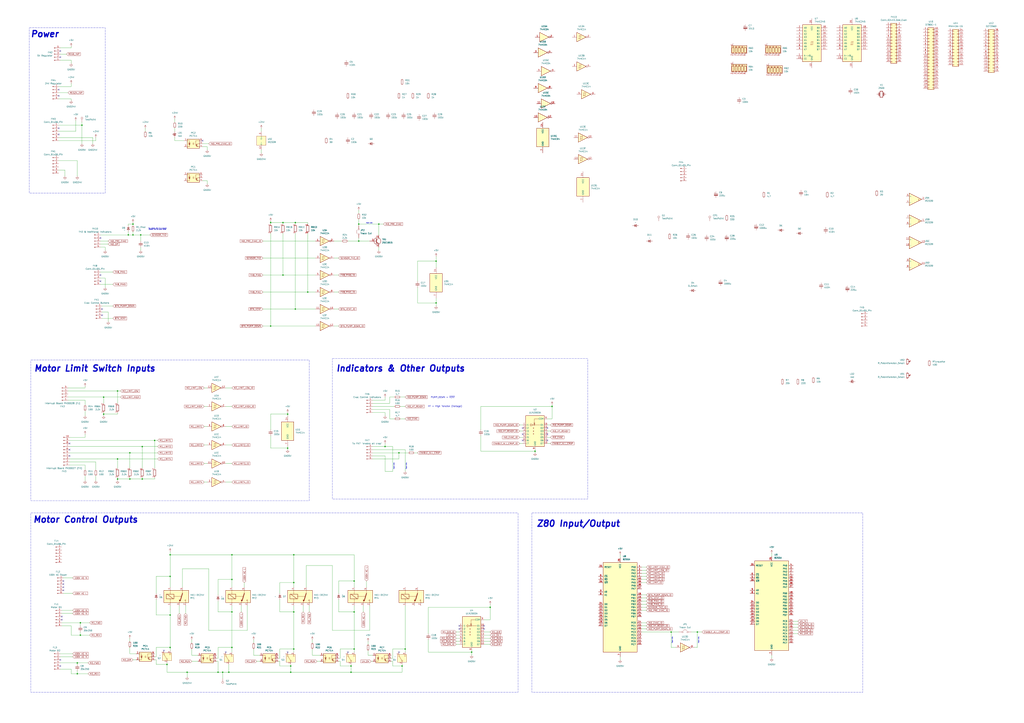
<source format=kicad_sch>
(kicad_sch
	(version 20231120)
	(generator "eeschema")
	(generator_version "8.0")
	(uuid "66cc26d7-ea0d-448d-81d6-18da17cae3ad")
	(paper "A1")
	(lib_symbols
		(symbol "74xx:74HC04"
			(exclude_from_sim no)
			(in_bom yes)
			(on_board yes)
			(property "Reference" "U"
				(at 0 1.27 0)
				(effects
					(font
						(size 1.27 1.27)
					)
				)
			)
			(property "Value" "74HC04"
				(at 0 -1.27 0)
				(effects
					(font
						(size 1.27 1.27)
					)
				)
			)
			(property "Footprint" ""
				(at 0 0 0)
				(effects
					(font
						(size 1.27 1.27)
					)
					(hide yes)
				)
			)
			(property "Datasheet" "https://assets.nexperia.com/documents/data-sheet/74HC_HCT04.pdf"
				(at 0 0 0)
				(effects
					(font
						(size 1.27 1.27)
					)
					(hide yes)
				)
			)
			(property "Description" "Hex Inverter"
				(at 0 0 0)
				(effects
					(font
						(size 1.27 1.27)
					)
					(hide yes)
				)
			)
			(property "ki_locked" ""
				(at 0 0 0)
				(effects
					(font
						(size 1.27 1.27)
					)
				)
			)
			(property "ki_keywords" "HCMOS not inv"
				(at 0 0 0)
				(effects
					(font
						(size 1.27 1.27)
					)
					(hide yes)
				)
			)
			(property "ki_fp_filters" "DIP*W7.62mm* SSOP?14* TSSOP?14*"
				(at 0 0 0)
				(effects
					(font
						(size 1.27 1.27)
					)
					(hide yes)
				)
			)
			(symbol "74HC04_1_0"
				(polyline
					(pts
						(xy -3.81 3.81) (xy -3.81 -3.81) (xy 3.81 0) (xy -3.81 3.81)
					)
					(stroke
						(width 0.254)
						(type default)
					)
					(fill
						(type background)
					)
				)
				(pin input line
					(at -7.62 0 0)
					(length 3.81)
					(name "~"
						(effects
							(font
								(size 1.27 1.27)
							)
						)
					)
					(number "1"
						(effects
							(font
								(size 1.27 1.27)
							)
						)
					)
				)
				(pin output inverted
					(at 7.62 0 180)
					(length 3.81)
					(name "~"
						(effects
							(font
								(size 1.27 1.27)
							)
						)
					)
					(number "2"
						(effects
							(font
								(size 1.27 1.27)
							)
						)
					)
				)
			)
			(symbol "74HC04_2_0"
				(polyline
					(pts
						(xy -3.81 3.81) (xy -3.81 -3.81) (xy 3.81 0) (xy -3.81 3.81)
					)
					(stroke
						(width 0.254)
						(type default)
					)
					(fill
						(type background)
					)
				)
				(pin input line
					(at -7.62 0 0)
					(length 3.81)
					(name "~"
						(effects
							(font
								(size 1.27 1.27)
							)
						)
					)
					(number "3"
						(effects
							(font
								(size 1.27 1.27)
							)
						)
					)
				)
				(pin output inverted
					(at 7.62 0 180)
					(length 3.81)
					(name "~"
						(effects
							(font
								(size 1.27 1.27)
							)
						)
					)
					(number "4"
						(effects
							(font
								(size 1.27 1.27)
							)
						)
					)
				)
			)
			(symbol "74HC04_3_0"
				(polyline
					(pts
						(xy -3.81 3.81) (xy -3.81 -3.81) (xy 3.81 0) (xy -3.81 3.81)
					)
					(stroke
						(width 0.254)
						(type default)
					)
					(fill
						(type background)
					)
				)
				(pin input line
					(at -7.62 0 0)
					(length 3.81)
					(name "~"
						(effects
							(font
								(size 1.27 1.27)
							)
						)
					)
					(number "5"
						(effects
							(font
								(size 1.27 1.27)
							)
						)
					)
				)
				(pin output inverted
					(at 7.62 0 180)
					(length 3.81)
					(name "~"
						(effects
							(font
								(size 1.27 1.27)
							)
						)
					)
					(number "6"
						(effects
							(font
								(size 1.27 1.27)
							)
						)
					)
				)
			)
			(symbol "74HC04_4_0"
				(polyline
					(pts
						(xy -3.81 3.81) (xy -3.81 -3.81) (xy 3.81 0) (xy -3.81 3.81)
					)
					(stroke
						(width 0.254)
						(type default)
					)
					(fill
						(type background)
					)
				)
				(pin output inverted
					(at 7.62 0 180)
					(length 3.81)
					(name "~"
						(effects
							(font
								(size 1.27 1.27)
							)
						)
					)
					(number "8"
						(effects
							(font
								(size 1.27 1.27)
							)
						)
					)
				)
				(pin input line
					(at -7.62 0 0)
					(length 3.81)
					(name "~"
						(effects
							(font
								(size 1.27 1.27)
							)
						)
					)
					(number "9"
						(effects
							(font
								(size 1.27 1.27)
							)
						)
					)
				)
			)
			(symbol "74HC04_5_0"
				(polyline
					(pts
						(xy -3.81 3.81) (xy -3.81 -3.81) (xy 3.81 0) (xy -3.81 3.81)
					)
					(stroke
						(width 0.254)
						(type default)
					)
					(fill
						(type background)
					)
				)
				(pin output inverted
					(at 7.62 0 180)
					(length 3.81)
					(name "~"
						(effects
							(font
								(size 1.27 1.27)
							)
						)
					)
					(number "10"
						(effects
							(font
								(size 1.27 1.27)
							)
						)
					)
				)
				(pin input line
					(at -7.62 0 0)
					(length 3.81)
					(name "~"
						(effects
							(font
								(size 1.27 1.27)
							)
						)
					)
					(number "11"
						(effects
							(font
								(size 1.27 1.27)
							)
						)
					)
				)
			)
			(symbol "74HC04_6_0"
				(polyline
					(pts
						(xy -3.81 3.81) (xy -3.81 -3.81) (xy 3.81 0) (xy -3.81 3.81)
					)
					(stroke
						(width 0.254)
						(type default)
					)
					(fill
						(type background)
					)
				)
				(pin output inverted
					(at 7.62 0 180)
					(length 3.81)
					(name "~"
						(effects
							(font
								(size 1.27 1.27)
							)
						)
					)
					(number "12"
						(effects
							(font
								(size 1.27 1.27)
							)
						)
					)
				)
				(pin input line
					(at -7.62 0 0)
					(length 3.81)
					(name "~"
						(effects
							(font
								(size 1.27 1.27)
							)
						)
					)
					(number "13"
						(effects
							(font
								(size 1.27 1.27)
							)
						)
					)
				)
			)
			(symbol "74HC04_7_0"
				(pin power_in line
					(at 0 12.7 270)
					(length 5.08)
					(name "VCC"
						(effects
							(font
								(size 1.27 1.27)
							)
						)
					)
					(number "14"
						(effects
							(font
								(size 1.27 1.27)
							)
						)
					)
				)
				(pin power_in line
					(at 0 -12.7 90)
					(length 5.08)
					(name "GND"
						(effects
							(font
								(size 1.27 1.27)
							)
						)
					)
					(number "7"
						(effects
							(font
								(size 1.27 1.27)
							)
						)
					)
				)
			)
			(symbol "74HC04_7_1"
				(rectangle
					(start -5.08 7.62)
					(end 5.08 -7.62)
					(stroke
						(width 0.254)
						(type default)
					)
					(fill
						(type background)
					)
				)
			)
		)
		(symbol "74xx:74HC14"
			(pin_names
				(offset 1.016)
			)
			(exclude_from_sim no)
			(in_bom yes)
			(on_board yes)
			(property "Reference" "U"
				(at 0 1.27 0)
				(effects
					(font
						(size 1.27 1.27)
					)
				)
			)
			(property "Value" "74HC14"
				(at 0 -1.27 0)
				(effects
					(font
						(size 1.27 1.27)
					)
				)
			)
			(property "Footprint" ""
				(at 0 0 0)
				(effects
					(font
						(size 1.27 1.27)
					)
					(hide yes)
				)
			)
			(property "Datasheet" "http://www.ti.com/lit/gpn/sn74HC14"
				(at 0 0 0)
				(effects
					(font
						(size 1.27 1.27)
					)
					(hide yes)
				)
			)
			(property "Description" "Hex inverter schmitt trigger"
				(at 0 0 0)
				(effects
					(font
						(size 1.27 1.27)
					)
					(hide yes)
				)
			)
			(property "ki_locked" ""
				(at 0 0 0)
				(effects
					(font
						(size 1.27 1.27)
					)
				)
			)
			(property "ki_keywords" "HCMOS not inverter"
				(at 0 0 0)
				(effects
					(font
						(size 1.27 1.27)
					)
					(hide yes)
				)
			)
			(property "ki_fp_filters" "DIP*W7.62mm*"
				(at 0 0 0)
				(effects
					(font
						(size 1.27 1.27)
					)
					(hide yes)
				)
			)
			(symbol "74HC14_1_0"
				(polyline
					(pts
						(xy -3.81 3.81) (xy -3.81 -3.81) (xy 3.81 0) (xy -3.81 3.81)
					)
					(stroke
						(width 0.254)
						(type default)
					)
					(fill
						(type background)
					)
				)
				(pin input line
					(at -7.62 0 0)
					(length 3.81)
					(name "~"
						(effects
							(font
								(size 1.27 1.27)
							)
						)
					)
					(number "1"
						(effects
							(font
								(size 1.27 1.27)
							)
						)
					)
				)
				(pin output inverted
					(at 7.62 0 180)
					(length 3.81)
					(name "~"
						(effects
							(font
								(size 1.27 1.27)
							)
						)
					)
					(number "2"
						(effects
							(font
								(size 1.27 1.27)
							)
						)
					)
				)
			)
			(symbol "74HC14_1_1"
				(polyline
					(pts
						(xy -1.905 -1.27) (xy -1.905 1.27) (xy -0.635 1.27)
					)
					(stroke
						(width 0)
						(type default)
					)
					(fill
						(type none)
					)
				)
				(polyline
					(pts
						(xy -2.54 -1.27) (xy -0.635 -1.27) (xy -0.635 1.27) (xy 0 1.27)
					)
					(stroke
						(width 0)
						(type default)
					)
					(fill
						(type none)
					)
				)
			)
			(symbol "74HC14_2_0"
				(polyline
					(pts
						(xy -3.81 3.81) (xy -3.81 -3.81) (xy 3.81 0) (xy -3.81 3.81)
					)
					(stroke
						(width 0.254)
						(type default)
					)
					(fill
						(type background)
					)
				)
				(pin input line
					(at -7.62 0 0)
					(length 3.81)
					(name "~"
						(effects
							(font
								(size 1.27 1.27)
							)
						)
					)
					(number "3"
						(effects
							(font
								(size 1.27 1.27)
							)
						)
					)
				)
				(pin output inverted
					(at 7.62 0 180)
					(length 3.81)
					(name "~"
						(effects
							(font
								(size 1.27 1.27)
							)
						)
					)
					(number "4"
						(effects
							(font
								(size 1.27 1.27)
							)
						)
					)
				)
			)
			(symbol "74HC14_2_1"
				(polyline
					(pts
						(xy -1.905 -1.27) (xy -1.905 1.27) (xy -0.635 1.27)
					)
					(stroke
						(width 0)
						(type default)
					)
					(fill
						(type none)
					)
				)
				(polyline
					(pts
						(xy -2.54 -1.27) (xy -0.635 -1.27) (xy -0.635 1.27) (xy 0 1.27)
					)
					(stroke
						(width 0)
						(type default)
					)
					(fill
						(type none)
					)
				)
			)
			(symbol "74HC14_3_0"
				(polyline
					(pts
						(xy -3.81 3.81) (xy -3.81 -3.81) (xy 3.81 0) (xy -3.81 3.81)
					)
					(stroke
						(width 0.254)
						(type default)
					)
					(fill
						(type background)
					)
				)
				(pin input line
					(at -7.62 0 0)
					(length 3.81)
					(name "~"
						(effects
							(font
								(size 1.27 1.27)
							)
						)
					)
					(number "5"
						(effects
							(font
								(size 1.27 1.27)
							)
						)
					)
				)
				(pin output inverted
					(at 7.62 0 180)
					(length 3.81)
					(name "~"
						(effects
							(font
								(size 1.27 1.27)
							)
						)
					)
					(number "6"
						(effects
							(font
								(size 1.27 1.27)
							)
						)
					)
				)
			)
			(symbol "74HC14_3_1"
				(polyline
					(pts
						(xy -1.905 -1.27) (xy -1.905 1.27) (xy -0.635 1.27)
					)
					(stroke
						(width 0)
						(type default)
					)
					(fill
						(type none)
					)
				)
				(polyline
					(pts
						(xy -2.54 -1.27) (xy -0.635 -1.27) (xy -0.635 1.27) (xy 0 1.27)
					)
					(stroke
						(width 0)
						(type default)
					)
					(fill
						(type none)
					)
				)
			)
			(symbol "74HC14_4_0"
				(polyline
					(pts
						(xy -3.81 3.81) (xy -3.81 -3.81) (xy 3.81 0) (xy -3.81 3.81)
					)
					(stroke
						(width 0.254)
						(type default)
					)
					(fill
						(type background)
					)
				)
				(pin output inverted
					(at 7.62 0 180)
					(length 3.81)
					(name "~"
						(effects
							(font
								(size 1.27 1.27)
							)
						)
					)
					(number "8"
						(effects
							(font
								(size 1.27 1.27)
							)
						)
					)
				)
				(pin input line
					(at -7.62 0 0)
					(length 3.81)
					(name "~"
						(effects
							(font
								(size 1.27 1.27)
							)
						)
					)
					(number "9"
						(effects
							(font
								(size 1.27 1.27)
							)
						)
					)
				)
			)
			(symbol "74HC14_4_1"
				(polyline
					(pts
						(xy -1.905 -1.27) (xy -1.905 1.27) (xy -0.635 1.27)
					)
					(stroke
						(width 0)
						(type default)
					)
					(fill
						(type none)
					)
				)
				(polyline
					(pts
						(xy -2.54 -1.27) (xy -0.635 -1.27) (xy -0.635 1.27) (xy 0 1.27)
					)
					(stroke
						(width 0)
						(type default)
					)
					(fill
						(type none)
					)
				)
			)
			(symbol "74HC14_5_0"
				(polyline
					(pts
						(xy -3.81 3.81) (xy -3.81 -3.81) (xy 3.81 0) (xy -3.81 3.81)
					)
					(stroke
						(width 0.254)
						(type default)
					)
					(fill
						(type background)
					)
				)
				(pin output inverted
					(at 7.62 0 180)
					(length 3.81)
					(name "~"
						(effects
							(font
								(size 1.27 1.27)
							)
						)
					)
					(number "10"
						(effects
							(font
								(size 1.27 1.27)
							)
						)
					)
				)
				(pin input line
					(at -7.62 0 0)
					(length 3.81)
					(name "~"
						(effects
							(font
								(size 1.27 1.27)
							)
						)
					)
					(number "11"
						(effects
							(font
								(size 1.27 1.27)
							)
						)
					)
				)
			)
			(symbol "74HC14_5_1"
				(polyline
					(pts
						(xy -1.905 -1.27) (xy -1.905 1.27) (xy -0.635 1.27)
					)
					(stroke
						(width 0)
						(type default)
					)
					(fill
						(type none)
					)
				)
				(polyline
					(pts
						(xy -2.54 -1.27) (xy -0.635 -1.27) (xy -0.635 1.27) (xy 0 1.27)
					)
					(stroke
						(width 0)
						(type default)
					)
					(fill
						(type none)
					)
				)
			)
			(symbol "74HC14_6_0"
				(polyline
					(pts
						(xy -3.81 3.81) (xy -3.81 -3.81) (xy 3.81 0) (xy -3.81 3.81)
					)
					(stroke
						(width 0.254)
						(type default)
					)
					(fill
						(type background)
					)
				)
				(pin output inverted
					(at 7.62 0 180)
					(length 3.81)
					(name "~"
						(effects
							(font
								(size 1.27 1.27)
							)
						)
					)
					(number "12"
						(effects
							(font
								(size 1.27 1.27)
							)
						)
					)
				)
				(pin input line
					(at -7.62 0 0)
					(length 3.81)
					(name "~"
						(effects
							(font
								(size 1.27 1.27)
							)
						)
					)
					(number "13"
						(effects
							(font
								(size 1.27 1.27)
							)
						)
					)
				)
			)
			(symbol "74HC14_6_1"
				(polyline
					(pts
						(xy -1.905 -1.27) (xy -1.905 1.27) (xy -0.635 1.27)
					)
					(stroke
						(width 0)
						(type default)
					)
					(fill
						(type none)
					)
				)
				(polyline
					(pts
						(xy -2.54 -1.27) (xy -0.635 -1.27) (xy -0.635 1.27) (xy 0 1.27)
					)
					(stroke
						(width 0)
						(type default)
					)
					(fill
						(type none)
					)
				)
			)
			(symbol "74HC14_7_0"
				(pin power_in line
					(at 0 12.7 270)
					(length 5.08)
					(name "VCC"
						(effects
							(font
								(size 1.27 1.27)
							)
						)
					)
					(number "14"
						(effects
							(font
								(size 1.27 1.27)
							)
						)
					)
				)
				(pin power_in line
					(at 0 -12.7 90)
					(length 5.08)
					(name "GND"
						(effects
							(font
								(size 1.27 1.27)
							)
						)
					)
					(number "7"
						(effects
							(font
								(size 1.27 1.27)
							)
						)
					)
				)
			)
			(symbol "74HC14_7_1"
				(rectangle
					(start -5.08 7.62)
					(end 5.08 -7.62)
					(stroke
						(width 0.254)
						(type default)
					)
					(fill
						(type background)
					)
				)
			)
		)
		(symbol "74xx:74HC245"
			(pin_names
				(offset 1.016)
			)
			(exclude_from_sim no)
			(in_bom yes)
			(on_board yes)
			(property "Reference" "U"
				(at -7.62 16.51 0)
				(effects
					(font
						(size 1.27 1.27)
					)
				)
			)
			(property "Value" "74HC245"
				(at -7.62 -16.51 0)
				(effects
					(font
						(size 1.27 1.27)
					)
				)
			)
			(property "Footprint" ""
				(at 0 0 0)
				(effects
					(font
						(size 1.27 1.27)
					)
					(hide yes)
				)
			)
			(property "Datasheet" "http://www.ti.com/lit/gpn/sn74HC245"
				(at 0 0 0)
				(effects
					(font
						(size 1.27 1.27)
					)
					(hide yes)
				)
			)
			(property "Description" "Octal BUS Transceivers, 3-State outputs"
				(at 0 0 0)
				(effects
					(font
						(size 1.27 1.27)
					)
					(hide yes)
				)
			)
			(property "ki_locked" ""
				(at 0 0 0)
				(effects
					(font
						(size 1.27 1.27)
					)
				)
			)
			(property "ki_keywords" "HCMOS BUS 3State"
				(at 0 0 0)
				(effects
					(font
						(size 1.27 1.27)
					)
					(hide yes)
				)
			)
			(property "ki_fp_filters" "DIP?20*"
				(at 0 0 0)
				(effects
					(font
						(size 1.27 1.27)
					)
					(hide yes)
				)
			)
			(symbol "74HC245_1_0"
				(polyline
					(pts
						(xy -0.635 -1.27) (xy -0.635 1.27) (xy 0.635 1.27)
					)
					(stroke
						(width 0)
						(type default)
					)
					(fill
						(type none)
					)
				)
				(polyline
					(pts
						(xy -1.27 -1.27) (xy 0.635 -1.27) (xy 0.635 1.27) (xy 1.27 1.27)
					)
					(stroke
						(width 0)
						(type default)
					)
					(fill
						(type none)
					)
				)
				(pin input line
					(at -12.7 -10.16 0)
					(length 5.08)
					(name "A->B"
						(effects
							(font
								(size 1.27 1.27)
							)
						)
					)
					(number "1"
						(effects
							(font
								(size 1.27 1.27)
							)
						)
					)
				)
				(pin power_in line
					(at 0 -20.32 90)
					(length 5.08)
					(name "GND"
						(effects
							(font
								(size 1.27 1.27)
							)
						)
					)
					(number "10"
						(effects
							(font
								(size 1.27 1.27)
							)
						)
					)
				)
				(pin tri_state line
					(at 12.7 -5.08 180)
					(length 5.08)
					(name "B7"
						(effects
							(font
								(size 1.27 1.27)
							)
						)
					)
					(number "11"
						(effects
							(font
								(size 1.27 1.27)
							)
						)
					)
				)
				(pin tri_state line
					(at 12.7 -2.54 180)
					(length 5.08)
					(name "B6"
						(effects
							(font
								(size 1.27 1.27)
							)
						)
					)
					(number "12"
						(effects
							(font
								(size 1.27 1.27)
							)
						)
					)
				)
				(pin tri_state line
					(at 12.7 0 180)
					(length 5.08)
					(name "B5"
						(effects
							(font
								(size 1.27 1.27)
							)
						)
					)
					(number "13"
						(effects
							(font
								(size 1.27 1.27)
							)
						)
					)
				)
				(pin tri_state line
					(at 12.7 2.54 180)
					(length 5.08)
					(name "B4"
						(effects
							(font
								(size 1.27 1.27)
							)
						)
					)
					(number "14"
						(effects
							(font
								(size 1.27 1.27)
							)
						)
					)
				)
				(pin tri_state line
					(at 12.7 5.08 180)
					(length 5.08)
					(name "B3"
						(effects
							(font
								(size 1.27 1.27)
							)
						)
					)
					(number "15"
						(effects
							(font
								(size 1.27 1.27)
							)
						)
					)
				)
				(pin tri_state line
					(at 12.7 7.62 180)
					(length 5.08)
					(name "B2"
						(effects
							(font
								(size 1.27 1.27)
							)
						)
					)
					(number "16"
						(effects
							(font
								(size 1.27 1.27)
							)
						)
					)
				)
				(pin tri_state line
					(at 12.7 10.16 180)
					(length 5.08)
					(name "B1"
						(effects
							(font
								(size 1.27 1.27)
							)
						)
					)
					(number "17"
						(effects
							(font
								(size 1.27 1.27)
							)
						)
					)
				)
				(pin tri_state line
					(at 12.7 12.7 180)
					(length 5.08)
					(name "B0"
						(effects
							(font
								(size 1.27 1.27)
							)
						)
					)
					(number "18"
						(effects
							(font
								(size 1.27 1.27)
							)
						)
					)
				)
				(pin input inverted
					(at -12.7 -12.7 0)
					(length 5.08)
					(name "CE"
						(effects
							(font
								(size 1.27 1.27)
							)
						)
					)
					(number "19"
						(effects
							(font
								(size 1.27 1.27)
							)
						)
					)
				)
				(pin tri_state line
					(at -12.7 12.7 0)
					(length 5.08)
					(name "A0"
						(effects
							(font
								(size 1.27 1.27)
							)
						)
					)
					(number "2"
						(effects
							(font
								(size 1.27 1.27)
							)
						)
					)
				)
				(pin power_in line
					(at 0 20.32 270)
					(length 5.08)
					(name "VCC"
						(effects
							(font
								(size 1.27 1.27)
							)
						)
					)
					(number "20"
						(effects
							(font
								(size 1.27 1.27)
							)
						)
					)
				)
				(pin tri_state line
					(at -12.7 10.16 0)
					(length 5.08)
					(name "A1"
						(effects
							(font
								(size 1.27 1.27)
							)
						)
					)
					(number "3"
						(effects
							(font
								(size 1.27 1.27)
							)
						)
					)
				)
				(pin tri_state line
					(at -12.7 7.62 0)
					(length 5.08)
					(name "A2"
						(effects
							(font
								(size 1.27 1.27)
							)
						)
					)
					(number "4"
						(effects
							(font
								(size 1.27 1.27)
							)
						)
					)
				)
				(pin tri_state line
					(at -12.7 5.08 0)
					(length 5.08)
					(name "A3"
						(effects
							(font
								(size 1.27 1.27)
							)
						)
					)
					(number "5"
						(effects
							(font
								(size 1.27 1.27)
							)
						)
					)
				)
				(pin tri_state line
					(at -12.7 2.54 0)
					(length 5.08)
					(name "A4"
						(effects
							(font
								(size 1.27 1.27)
							)
						)
					)
					(number "6"
						(effects
							(font
								(size 1.27 1.27)
							)
						)
					)
				)
				(pin tri_state line
					(at -12.7 0 0)
					(length 5.08)
					(name "A5"
						(effects
							(font
								(size 1.27 1.27)
							)
						)
					)
					(number "7"
						(effects
							(font
								(size 1.27 1.27)
							)
						)
					)
				)
				(pin tri_state line
					(at -12.7 -2.54 0)
					(length 5.08)
					(name "A6"
						(effects
							(font
								(size 1.27 1.27)
							)
						)
					)
					(number "8"
						(effects
							(font
								(size 1.27 1.27)
							)
						)
					)
				)
				(pin tri_state line
					(at -12.7 -5.08 0)
					(length 5.08)
					(name "A7"
						(effects
							(font
								(size 1.27 1.27)
							)
						)
					)
					(number "9"
						(effects
							(font
								(size 1.27 1.27)
							)
						)
					)
				)
			)
			(symbol "74HC245_1_1"
				(rectangle
					(start -7.62 15.24)
					(end 7.62 -15.24)
					(stroke
						(width 0.254)
						(type default)
					)
					(fill
						(type background)
					)
				)
			)
		)
		(symbol "Comparator:LM339"
			(pin_names
				(offset 0.127)
			)
			(exclude_from_sim no)
			(in_bom yes)
			(on_board yes)
			(property "Reference" "U5"
				(at 7.62 1.2701 0)
				(effects
					(font
						(size 1.27 1.27)
					)
					(justify left)
				)
			)
			(property "Value" "IR2339"
				(at 7.62 -1.2699 0)
				(effects
					(font
						(size 1.27 1.27)
					)
					(justify left)
				)
			)
			(property "Footprint" ""
				(at -1.27 2.54 0)
				(effects
					(font
						(size 1.27 1.27)
					)
					(hide yes)
				)
			)
			(property "Datasheet" "https://www.st.com/resource/en/datasheet/lm139.pdf"
				(at 1.27 5.08 0)
				(effects
					(font
						(size 1.27 1.27)
					)
					(hide yes)
				)
			)
			(property "Description" "Quad Differential Comparators, SOIC-14/TSSOP-14"
				(at 0 0 0)
				(effects
					(font
						(size 1.27 1.27)
					)
					(hide yes)
				)
			)
			(property "ki_locked" ""
				(at 0 0 0)
				(effects
					(font
						(size 1.27 1.27)
					)
				)
			)
			(property "ki_keywords" "cmp open collector"
				(at 0 0 0)
				(effects
					(font
						(size 1.27 1.27)
					)
					(hide yes)
				)
			)
			(property "ki_fp_filters" "SOIC*3.9x8.7mm*P1.27mm* TSSOP*4.4x5mm*P0.65mm*"
				(at 0 0 0)
				(effects
					(font
						(size 1.27 1.27)
					)
					(hide yes)
				)
			)
			(symbol "LM339_1_1"
				(polyline
					(pts
						(xy -5.08 5.08) (xy 5.08 0) (xy -5.08 -5.08) (xy -5.08 5.08)
					)
					(stroke
						(width 0.254)
						(type default)
					)
					(fill
						(type background)
					)
				)
				(polyline
					(pts
						(xy 3.302 -0.508) (xy 2.794 -0.508) (xy 3.302 0) (xy 2.794 0.508) (xy 2.286 0) (xy 2.794 -0.508)
						(xy 2.286 -0.508)
					)
					(stroke
						(width 0.127)
						(type default)
					)
					(fill
						(type none)
					)
				)
				(pin open_collector line
					(at 7.62 0 180)
					(length 2.54)
					(name "~"
						(effects
							(font
								(size 1.27 1.27)
							)
						)
					)
					(number "2"
						(effects
							(font
								(size 1.27 1.27)
							)
						)
					)
				)
				(pin input line
					(at -7.62 -2.54 0)
					(length 2.54)
					(name "-"
						(effects
							(font
								(size 1.27 1.27)
							)
						)
					)
					(number "4"
						(effects
							(font
								(size 1.27 1.27)
							)
						)
					)
				)
				(pin input line
					(at -7.62 2.54 0)
					(length 2.54)
					(name "+"
						(effects
							(font
								(size 1.27 1.27)
							)
						)
					)
					(number "5"
						(effects
							(font
								(size 1.27 1.27)
							)
						)
					)
				)
			)
			(symbol "LM339_2_1"
				(polyline
					(pts
						(xy -5.08 5.08) (xy 5.08 0) (xy -5.08 -5.08) (xy -5.08 5.08)
					)
					(stroke
						(width 0.254)
						(type default)
					)
					(fill
						(type background)
					)
				)
				(polyline
					(pts
						(xy 3.302 -0.508) (xy 2.794 -0.508) (xy 3.302 0) (xy 2.794 0.508) (xy 2.286 0) (xy 2.794 -0.508)
						(xy 2.286 -0.508)
					)
					(stroke
						(width 0.127)
						(type default)
					)
					(fill
						(type none)
					)
				)
				(pin open_collector line
					(at 7.62 0 180)
					(length 2.54)
					(name "~"
						(effects
							(font
								(size 1.27 1.27)
							)
						)
					)
					(number "1"
						(effects
							(font
								(size 1.27 1.27)
							)
						)
					)
				)
				(pin input line
					(at -7.62 -2.54 0)
					(length 2.54)
					(name "-"
						(effects
							(font
								(size 1.27 1.27)
							)
						)
					)
					(number "6"
						(effects
							(font
								(size 1.27 1.27)
							)
						)
					)
				)
				(pin input line
					(at -7.62 2.54 0)
					(length 2.54)
					(name "+"
						(effects
							(font
								(size 1.27 1.27)
							)
						)
					)
					(number "7"
						(effects
							(font
								(size 1.27 1.27)
							)
						)
					)
				)
			)
			(symbol "LM339_3_1"
				(polyline
					(pts
						(xy -5.08 5.08) (xy 5.08 0) (xy -5.08 -5.08) (xy -5.08 5.08)
					)
					(stroke
						(width 0.254)
						(type default)
					)
					(fill
						(type background)
					)
				)
				(polyline
					(pts
						(xy 3.302 -0.508) (xy 2.794 -0.508) (xy 3.302 0) (xy 2.794 0.508) (xy 2.286 0) (xy 2.794 -0.508)
						(xy 2.286 -0.508)
					)
					(stroke
						(width 0.127)
						(type default)
					)
					(fill
						(type none)
					)
				)
				(pin input line
					(at -7.62 -2.54 0)
					(length 2.54)
					(name "-"
						(effects
							(font
								(size 1.27 1.27)
							)
						)
					)
					(number "10"
						(effects
							(font
								(size 1.27 1.27)
							)
						)
					)
				)
				(pin input line
					(at -7.62 2.54 0)
					(length 2.54)
					(name "+"
						(effects
							(font
								(size 1.27 1.27)
							)
						)
					)
					(number "11"
						(effects
							(font
								(size 1.27 1.27)
							)
						)
					)
				)
				(pin open_collector line
					(at 7.62 0 180)
					(length 2.54)
					(name "~"
						(effects
							(font
								(size 1.27 1.27)
							)
						)
					)
					(number "13"
						(effects
							(font
								(size 1.27 1.27)
							)
						)
					)
				)
			)
			(symbol "LM339_4_1"
				(polyline
					(pts
						(xy -5.08 5.08) (xy 5.08 0) (xy -5.08 -5.08) (xy -5.08 5.08)
					)
					(stroke
						(width 0.254)
						(type default)
					)
					(fill
						(type background)
					)
				)
				(polyline
					(pts
						(xy 3.302 -0.508) (xy 2.794 -0.508) (xy 3.302 0) (xy 2.794 0.508) (xy 2.286 0) (xy 2.794 -0.508)
						(xy 2.286 -0.508)
					)
					(stroke
						(width 0.127)
						(type default)
					)
					(fill
						(type none)
					)
				)
				(pin open_collector line
					(at 7.62 0 180)
					(length 2.54)
					(name "~"
						(effects
							(font
								(size 1.27 1.27)
							)
						)
					)
					(number "14"
						(effects
							(font
								(size 1.27 1.27)
							)
						)
					)
				)
				(pin input line
					(at -7.62 -2.54 0)
					(length 2.54)
					(name "-"
						(effects
							(font
								(size 1.27 1.27)
							)
						)
					)
					(number "8"
						(effects
							(font
								(size 1.27 1.27)
							)
						)
					)
				)
				(pin input line
					(at -7.62 2.54 0)
					(length 2.54)
					(name "+"
						(effects
							(font
								(size 1.27 1.27)
							)
						)
					)
					(number "9"
						(effects
							(font
								(size 1.27 1.27)
							)
						)
					)
				)
			)
			(symbol "LM339_5_1"
				(rectangle
					(start -6.35 3.81)
					(end 1.27 -3.81)
					(stroke
						(width 0)
						(type default)
					)
					(fill
						(type background)
					)
				)
				(pin power_in line
					(at -2.54 -7.62 90)
					(length 3.81)
					(name "V-"
						(effects
							(font
								(size 1.27 1.27)
							)
						)
					)
					(number "12"
						(effects
							(font
								(size 1.27 1.27)
							)
						)
					)
				)
				(pin power_in line
					(at -2.54 7.62 270)
					(length 3.81)
					(name "V+"
						(effects
							(font
								(size 1.27 1.27)
							)
						)
					)
					(number "3"
						(effects
							(font
								(size 1.27 1.27)
							)
						)
					)
				)
			)
		)
		(symbol "Connector:Conn_01x05_Pin"
			(pin_names
				(offset 1.016) hide)
			(exclude_from_sim no)
			(in_bom yes)
			(on_board yes)
			(property "Reference" "J"
				(at 0 7.62 0)
				(effects
					(font
						(size 1.27 1.27)
					)
				)
			)
			(property "Value" "Conn_01x05_Pin"
				(at 0 -7.62 0)
				(effects
					(font
						(size 1.27 1.27)
					)
				)
			)
			(property "Footprint" ""
				(at 0 0 0)
				(effects
					(font
						(size 1.27 1.27)
					)
					(hide yes)
				)
			)
			(property "Datasheet" "~"
				(at 0 0 0)
				(effects
					(font
						(size 1.27 1.27)
					)
					(hide yes)
				)
			)
			(property "Description" "Generic connector, single row, 01x05, script generated"
				(at 0 0 0)
				(effects
					(font
						(size 1.27 1.27)
					)
					(hide yes)
				)
			)
			(property "ki_locked" ""
				(at 0 0 0)
				(effects
					(font
						(size 1.27 1.27)
					)
				)
			)
			(property "ki_keywords" "connector"
				(at 0 0 0)
				(effects
					(font
						(size 1.27 1.27)
					)
					(hide yes)
				)
			)
			(property "ki_fp_filters" "Connector*:*_1x??_*"
				(at 0 0 0)
				(effects
					(font
						(size 1.27 1.27)
					)
					(hide yes)
				)
			)
			(symbol "Conn_01x05_Pin_1_1"
				(polyline
					(pts
						(xy 1.27 -5.08) (xy 0.8636 -5.08)
					)
					(stroke
						(width 0.1524)
						(type default)
					)
					(fill
						(type none)
					)
				)
				(polyline
					(pts
						(xy 1.27 -2.54) (xy 0.8636 -2.54)
					)
					(stroke
						(width 0.1524)
						(type default)
					)
					(fill
						(type none)
					)
				)
				(polyline
					(pts
						(xy 1.27 0) (xy 0.8636 0)
					)
					(stroke
						(width 0.1524)
						(type default)
					)
					(fill
						(type none)
					)
				)
				(polyline
					(pts
						(xy 1.27 2.54) (xy 0.8636 2.54)
					)
					(stroke
						(width 0.1524)
						(type default)
					)
					(fill
						(type none)
					)
				)
				(polyline
					(pts
						(xy 1.27 5.08) (xy 0.8636 5.08)
					)
					(stroke
						(width 0.1524)
						(type default)
					)
					(fill
						(type none)
					)
				)
				(rectangle
					(start 0.8636 -4.953)
					(end 0 -5.207)
					(stroke
						(width 0.1524)
						(type default)
					)
					(fill
						(type outline)
					)
				)
				(rectangle
					(start 0.8636 -2.413)
					(end 0 -2.667)
					(stroke
						(width 0.1524)
						(type default)
					)
					(fill
						(type outline)
					)
				)
				(rectangle
					(start 0.8636 0.127)
					(end 0 -0.127)
					(stroke
						(width 0.1524)
						(type default)
					)
					(fill
						(type outline)
					)
				)
				(rectangle
					(start 0.8636 2.667)
					(end 0 2.413)
					(stroke
						(width 0.1524)
						(type default)
					)
					(fill
						(type outline)
					)
				)
				(rectangle
					(start 0.8636 5.207)
					(end 0 4.953)
					(stroke
						(width 0.1524)
						(type default)
					)
					(fill
						(type outline)
					)
				)
				(pin passive line
					(at 5.08 5.08 180)
					(length 3.81)
					(name "Pin_1"
						(effects
							(font
								(size 1.27 1.27)
							)
						)
					)
					(number "1"
						(effects
							(font
								(size 1.27 1.27)
							)
						)
					)
				)
				(pin passive line
					(at 5.08 2.54 180)
					(length 3.81)
					(name "Pin_2"
						(effects
							(font
								(size 1.27 1.27)
							)
						)
					)
					(number "2"
						(effects
							(font
								(size 1.27 1.27)
							)
						)
					)
				)
				(pin passive line
					(at 5.08 0 180)
					(length 3.81)
					(name "Pin_3"
						(effects
							(font
								(size 1.27 1.27)
							)
						)
					)
					(number "3"
						(effects
							(font
								(size 1.27 1.27)
							)
						)
					)
				)
				(pin passive line
					(at 5.08 -2.54 180)
					(length 3.81)
					(name "Pin_4"
						(effects
							(font
								(size 1.27 1.27)
							)
						)
					)
					(number "4"
						(effects
							(font
								(size 1.27 1.27)
							)
						)
					)
				)
				(pin passive line
					(at 5.08 -5.08 180)
					(length 3.81)
					(name "Pin_5"
						(effects
							(font
								(size 1.27 1.27)
							)
						)
					)
					(number "5"
						(effects
							(font
								(size 1.27 1.27)
							)
						)
					)
				)
			)
		)
		(symbol "Connector:Conn_01x06_Pin"
			(pin_names
				(offset 1.016) hide)
			(exclude_from_sim no)
			(in_bom yes)
			(on_board yes)
			(property "Reference" "J"
				(at 0 7.62 0)
				(effects
					(font
						(size 1.27 1.27)
					)
				)
			)
			(property "Value" "Conn_01x06_Pin"
				(at 0 -10.16 0)
				(effects
					(font
						(size 1.27 1.27)
					)
				)
			)
			(property "Footprint" ""
				(at 0 0 0)
				(effects
					(font
						(size 1.27 1.27)
					)
					(hide yes)
				)
			)
			(property "Datasheet" "~"
				(at 0 0 0)
				(effects
					(font
						(size 1.27 1.27)
					)
					(hide yes)
				)
			)
			(property "Description" "Generic connector, single row, 01x06, script generated"
				(at 0 0 0)
				(effects
					(font
						(size 1.27 1.27)
					)
					(hide yes)
				)
			)
			(property "ki_locked" ""
				(at 0 0 0)
				(effects
					(font
						(size 1.27 1.27)
					)
				)
			)
			(property "ki_keywords" "connector"
				(at 0 0 0)
				(effects
					(font
						(size 1.27 1.27)
					)
					(hide yes)
				)
			)
			(property "ki_fp_filters" "Connector*:*_1x??_*"
				(at 0 0 0)
				(effects
					(font
						(size 1.27 1.27)
					)
					(hide yes)
				)
			)
			(symbol "Conn_01x06_Pin_1_1"
				(polyline
					(pts
						(xy 1.27 -7.62) (xy 0.8636 -7.62)
					)
					(stroke
						(width 0.1524)
						(type default)
					)
					(fill
						(type none)
					)
				)
				(polyline
					(pts
						(xy 1.27 -5.08) (xy 0.8636 -5.08)
					)
					(stroke
						(width 0.1524)
						(type default)
					)
					(fill
						(type none)
					)
				)
				(polyline
					(pts
						(xy 1.27 -2.54) (xy 0.8636 -2.54)
					)
					(stroke
						(width 0.1524)
						(type default)
					)
					(fill
						(type none)
					)
				)
				(polyline
					(pts
						(xy 1.27 0) (xy 0.8636 0)
					)
					(stroke
						(width 0.1524)
						(type default)
					)
					(fill
						(type none)
					)
				)
				(polyline
					(pts
						(xy 1.27 2.54) (xy 0.8636 2.54)
					)
					(stroke
						(width 0.1524)
						(type default)
					)
					(fill
						(type none)
					)
				)
				(polyline
					(pts
						(xy 1.27 5.08) (xy 0.8636 5.08)
					)
					(stroke
						(width 0.1524)
						(type default)
					)
					(fill
						(type none)
					)
				)
				(rectangle
					(start 0.8636 -7.493)
					(end 0 -7.747)
					(stroke
						(width 0.1524)
						(type default)
					)
					(fill
						(type outline)
					)
				)
				(rectangle
					(start 0.8636 -4.953)
					(end 0 -5.207)
					(stroke
						(width 0.1524)
						(type default)
					)
					(fill
						(type outline)
					)
				)
				(rectangle
					(start 0.8636 -2.413)
					(end 0 -2.667)
					(stroke
						(width 0.1524)
						(type default)
					)
					(fill
						(type outline)
					)
				)
				(rectangle
					(start 0.8636 0.127)
					(end 0 -0.127)
					(stroke
						(width 0.1524)
						(type default)
					)
					(fill
						(type outline)
					)
				)
				(rectangle
					(start 0.8636 2.667)
					(end 0 2.413)
					(stroke
						(width 0.1524)
						(type default)
					)
					(fill
						(type outline)
					)
				)
				(rectangle
					(start 0.8636 5.207)
					(end 0 4.953)
					(stroke
						(width 0.1524)
						(type default)
					)
					(fill
						(type outline)
					)
				)
				(pin passive line
					(at 5.08 5.08 180)
					(length 3.81)
					(name "Pin_1"
						(effects
							(font
								(size 1.27 1.27)
							)
						)
					)
					(number "1"
						(effects
							(font
								(size 1.27 1.27)
							)
						)
					)
				)
				(pin passive line
					(at 5.08 2.54 180)
					(length 3.81)
					(name "Pin_2"
						(effects
							(font
								(size 1.27 1.27)
							)
						)
					)
					(number "2"
						(effects
							(font
								(size 1.27 1.27)
							)
						)
					)
				)
				(pin passive line
					(at 5.08 0 180)
					(length 3.81)
					(name "Pin_3"
						(effects
							(font
								(size 1.27 1.27)
							)
						)
					)
					(number "3"
						(effects
							(font
								(size 1.27 1.27)
							)
						)
					)
				)
				(pin passive line
					(at 5.08 -2.54 180)
					(length 3.81)
					(name "Pin_4"
						(effects
							(font
								(size 1.27 1.27)
							)
						)
					)
					(number "4"
						(effects
							(font
								(size 1.27 1.27)
							)
						)
					)
				)
				(pin passive line
					(at 5.08 -5.08 180)
					(length 3.81)
					(name "Pin_5"
						(effects
							(font
								(size 1.27 1.27)
							)
						)
					)
					(number "5"
						(effects
							(font
								(size 1.27 1.27)
							)
						)
					)
				)
				(pin passive line
					(at 5.08 -7.62 180)
					(length 3.81)
					(name "Pin_6"
						(effects
							(font
								(size 1.27 1.27)
							)
						)
					)
					(number "6"
						(effects
							(font
								(size 1.27 1.27)
							)
						)
					)
				)
			)
		)
		(symbol "Connector:Conn_01x10_Pin"
			(pin_names
				(offset 1.016) hide)
			(exclude_from_sim no)
			(in_bom yes)
			(on_board yes)
			(property "Reference" "J"
				(at 0 12.7 0)
				(effects
					(font
						(size 1.27 1.27)
					)
				)
			)
			(property "Value" "Conn_01x10_Pin"
				(at 0 -15.24 0)
				(effects
					(font
						(size 1.27 1.27)
					)
				)
			)
			(property "Footprint" ""
				(at 0 0 0)
				(effects
					(font
						(size 1.27 1.27)
					)
					(hide yes)
				)
			)
			(property "Datasheet" "~"
				(at 0 0 0)
				(effects
					(font
						(size 1.27 1.27)
					)
					(hide yes)
				)
			)
			(property "Description" "Generic connector, single row, 01x10, script generated"
				(at 0 0 0)
				(effects
					(font
						(size 1.27 1.27)
					)
					(hide yes)
				)
			)
			(property "ki_locked" ""
				(at 0 0 0)
				(effects
					(font
						(size 1.27 1.27)
					)
				)
			)
			(property "ki_keywords" "connector"
				(at 0 0 0)
				(effects
					(font
						(size 1.27 1.27)
					)
					(hide yes)
				)
			)
			(property "ki_fp_filters" "Connector*:*_1x??_*"
				(at 0 0 0)
				(effects
					(font
						(size 1.27 1.27)
					)
					(hide yes)
				)
			)
			(symbol "Conn_01x10_Pin_1_1"
				(polyline
					(pts
						(xy 1.27 -12.7) (xy 0.8636 -12.7)
					)
					(stroke
						(width 0.1524)
						(type default)
					)
					(fill
						(type none)
					)
				)
				(polyline
					(pts
						(xy 1.27 -10.16) (xy 0.8636 -10.16)
					)
					(stroke
						(width 0.1524)
						(type default)
					)
					(fill
						(type none)
					)
				)
				(polyline
					(pts
						(xy 1.27 -7.62) (xy 0.8636 -7.62)
					)
					(stroke
						(width 0.1524)
						(type default)
					)
					(fill
						(type none)
					)
				)
				(polyline
					(pts
						(xy 1.27 -5.08) (xy 0.8636 -5.08)
					)
					(stroke
						(width 0.1524)
						(type default)
					)
					(fill
						(type none)
					)
				)
				(polyline
					(pts
						(xy 1.27 -2.54) (xy 0.8636 -2.54)
					)
					(stroke
						(width 0.1524)
						(type default)
					)
					(fill
						(type none)
					)
				)
				(polyline
					(pts
						(xy 1.27 0) (xy 0.8636 0)
					)
					(stroke
						(width 0.1524)
						(type default)
					)
					(fill
						(type none)
					)
				)
				(polyline
					(pts
						(xy 1.27 2.54) (xy 0.8636 2.54)
					)
					(stroke
						(width 0.1524)
						(type default)
					)
					(fill
						(type none)
					)
				)
				(polyline
					(pts
						(xy 1.27 5.08) (xy 0.8636 5.08)
					)
					(stroke
						(width 0.1524)
						(type default)
					)
					(fill
						(type none)
					)
				)
				(polyline
					(pts
						(xy 1.27 7.62) (xy 0.8636 7.62)
					)
					(stroke
						(width 0.1524)
						(type default)
					)
					(fill
						(type none)
					)
				)
				(polyline
					(pts
						(xy 1.27 10.16) (xy 0.8636 10.16)
					)
					(stroke
						(width 0.1524)
						(type default)
					)
					(fill
						(type none)
					)
				)
				(rectangle
					(start 0.8636 -12.573)
					(end 0 -12.827)
					(stroke
						(width 0.1524)
						(type default)
					)
					(fill
						(type outline)
					)
				)
				(rectangle
					(start 0.8636 -10.033)
					(end 0 -10.287)
					(stroke
						(width 0.1524)
						(type default)
					)
					(fill
						(type outline)
					)
				)
				(rectangle
					(start 0.8636 -7.493)
					(end 0 -7.747)
					(stroke
						(width 0.1524)
						(type default)
					)
					(fill
						(type outline)
					)
				)
				(rectangle
					(start 0.8636 -4.953)
					(end 0 -5.207)
					(stroke
						(width 0.1524)
						(type default)
					)
					(fill
						(type outline)
					)
				)
				(rectangle
					(start 0.8636 -2.413)
					(end 0 -2.667)
					(stroke
						(width 0.1524)
						(type default)
					)
					(fill
						(type outline)
					)
				)
				(rectangle
					(start 0.8636 0.127)
					(end 0 -0.127)
					(stroke
						(width 0.1524)
						(type default)
					)
					(fill
						(type outline)
					)
				)
				(rectangle
					(start 0.8636 2.667)
					(end 0 2.413)
					(stroke
						(width 0.1524)
						(type default)
					)
					(fill
						(type outline)
					)
				)
				(rectangle
					(start 0.8636 5.207)
					(end 0 4.953)
					(stroke
						(width 0.1524)
						(type default)
					)
					(fill
						(type outline)
					)
				)
				(rectangle
					(start 0.8636 7.747)
					(end 0 7.493)
					(stroke
						(width 0.1524)
						(type default)
					)
					(fill
						(type outline)
					)
				)
				(rectangle
					(start 0.8636 10.287)
					(end 0 10.033)
					(stroke
						(width 0.1524)
						(type default)
					)
					(fill
						(type outline)
					)
				)
				(pin passive line
					(at 5.08 10.16 180)
					(length 3.81)
					(name "Pin_1"
						(effects
							(font
								(size 1.27 1.27)
							)
						)
					)
					(number "1"
						(effects
							(font
								(size 1.27 1.27)
							)
						)
					)
				)
				(pin passive line
					(at 5.08 -12.7 180)
					(length 3.81)
					(name "Pin_10"
						(effects
							(font
								(size 1.27 1.27)
							)
						)
					)
					(number "10"
						(effects
							(font
								(size 1.27 1.27)
							)
						)
					)
				)
				(pin passive line
					(at 5.08 7.62 180)
					(length 3.81)
					(name "Pin_2"
						(effects
							(font
								(size 1.27 1.27)
							)
						)
					)
					(number "2"
						(effects
							(font
								(size 1.27 1.27)
							)
						)
					)
				)
				(pin passive line
					(at 5.08 5.08 180)
					(length 3.81)
					(name "Pin_3"
						(effects
							(font
								(size 1.27 1.27)
							)
						)
					)
					(number "3"
						(effects
							(font
								(size 1.27 1.27)
							)
						)
					)
				)
				(pin passive line
					(at 5.08 2.54 180)
					(length 3.81)
					(name "Pin_4"
						(effects
							(font
								(size 1.27 1.27)
							)
						)
					)
					(number "4"
						(effects
							(font
								(size 1.27 1.27)
							)
						)
					)
				)
				(pin passive line
					(at 5.08 0 180)
					(length 3.81)
					(name "Pin_5"
						(effects
							(font
								(size 1.27 1.27)
							)
						)
					)
					(number "5"
						(effects
							(font
								(size 1.27 1.27)
							)
						)
					)
				)
				(pin passive line
					(at 5.08 -2.54 180)
					(length 3.81)
					(name "Pin_6"
						(effects
							(font
								(size 1.27 1.27)
							)
						)
					)
					(number "6"
						(effects
							(font
								(size 1.27 1.27)
							)
						)
					)
				)
				(pin passive line
					(at 5.08 -5.08 180)
					(length 3.81)
					(name "Pin_7"
						(effects
							(font
								(size 1.27 1.27)
							)
						)
					)
					(number "7"
						(effects
							(font
								(size 1.27 1.27)
							)
						)
					)
				)
				(pin passive line
					(at 5.08 -7.62 180)
					(length 3.81)
					(name "Pin_8"
						(effects
							(font
								(size 1.27 1.27)
							)
						)
					)
					(number "8"
						(effects
							(font
								(size 1.27 1.27)
							)
						)
					)
				)
				(pin passive line
					(at 5.08 -10.16 180)
					(length 3.81)
					(name "Pin_9"
						(effects
							(font
								(size 1.27 1.27)
							)
						)
					)
					(number "9"
						(effects
							(font
								(size 1.27 1.27)
							)
						)
					)
				)
			)
		)
		(symbol "Connector:TestPoint"
			(pin_numbers hide)
			(pin_names
				(offset 0.762) hide)
			(exclude_from_sim no)
			(in_bom yes)
			(on_board yes)
			(property "Reference" "TP"
				(at 0 6.858 0)
				(effects
					(font
						(size 1.27 1.27)
					)
				)
			)
			(property "Value" "TestPoint"
				(at 0 5.08 0)
				(effects
					(font
						(size 1.27 1.27)
					)
				)
			)
			(property "Footprint" ""
				(at 5.08 0 0)
				(effects
					(font
						(size 1.27 1.27)
					)
					(hide yes)
				)
			)
			(property "Datasheet" "~"
				(at 5.08 0 0)
				(effects
					(font
						(size 1.27 1.27)
					)
					(hide yes)
				)
			)
			(property "Description" "test point"
				(at 0 0 0)
				(effects
					(font
						(size 1.27 1.27)
					)
					(hide yes)
				)
			)
			(property "ki_keywords" "test point tp"
				(at 0 0 0)
				(effects
					(font
						(size 1.27 1.27)
					)
					(hide yes)
				)
			)
			(property "ki_fp_filters" "Pin* Test*"
				(at 0 0 0)
				(effects
					(font
						(size 1.27 1.27)
					)
					(hide yes)
				)
			)
			(symbol "TestPoint_0_1"
				(circle
					(center 0 3.302)
					(radius 0.762)
					(stroke
						(width 0)
						(type default)
					)
					(fill
						(type none)
					)
				)
			)
			(symbol "TestPoint_1_1"
				(pin passive line
					(at 0 0 90)
					(length 2.54)
					(name "1"
						(effects
							(font
								(size 1.27 1.27)
							)
						)
					)
					(number "1"
						(effects
							(font
								(size 1.27 1.27)
							)
						)
					)
				)
			)
		)
		(symbol "Connector_Generic:Conn_02x12_Counter_Clockwise"
			(pin_names
				(offset 1.016) hide)
			(exclude_from_sim no)
			(in_bom yes)
			(on_board yes)
			(property "Reference" "J"
				(at 1.27 15.24 0)
				(effects
					(font
						(size 1.27 1.27)
					)
				)
			)
			(property "Value" "Conn_02x12_Counter_Clockwise"
				(at 1.27 -17.78 0)
				(effects
					(font
						(size 1.27 1.27)
					)
				)
			)
			(property "Footprint" ""
				(at 0 0 0)
				(effects
					(font
						(size 1.27 1.27)
					)
					(hide yes)
				)
			)
			(property "Datasheet" "~"
				(at 0 0 0)
				(effects
					(font
						(size 1.27 1.27)
					)
					(hide yes)
				)
			)
			(property "Description" "Generic connector, double row, 02x12, counter clockwise pin numbering scheme (similar to DIP package numbering), script generated (kicad-library-utils/schlib/autogen/connector/)"
				(at 0 0 0)
				(effects
					(font
						(size 1.27 1.27)
					)
					(hide yes)
				)
			)
			(property "ki_keywords" "connector"
				(at 0 0 0)
				(effects
					(font
						(size 1.27 1.27)
					)
					(hide yes)
				)
			)
			(property "ki_fp_filters" "Connector*:*_2x??_*"
				(at 0 0 0)
				(effects
					(font
						(size 1.27 1.27)
					)
					(hide yes)
				)
			)
			(symbol "Conn_02x12_Counter_Clockwise_1_1"
				(rectangle
					(start -1.27 -15.113)
					(end 0 -15.367)
					(stroke
						(width 0.1524)
						(type default)
					)
					(fill
						(type none)
					)
				)
				(rectangle
					(start -1.27 -12.573)
					(end 0 -12.827)
					(stroke
						(width 0.1524)
						(type default)
					)
					(fill
						(type none)
					)
				)
				(rectangle
					(start -1.27 -10.033)
					(end 0 -10.287)
					(stroke
						(width 0.1524)
						(type default)
					)
					(fill
						(type none)
					)
				)
				(rectangle
					(start -1.27 -7.493)
					(end 0 -7.747)
					(stroke
						(width 0.1524)
						(type default)
					)
					(fill
						(type none)
					)
				)
				(rectangle
					(start -1.27 -4.953)
					(end 0 -5.207)
					(stroke
						(width 0.1524)
						(type default)
					)
					(fill
						(type none)
					)
				)
				(rectangle
					(start -1.27 -2.413)
					(end 0 -2.667)
					(stroke
						(width 0.1524)
						(type default)
					)
					(fill
						(type none)
					)
				)
				(rectangle
					(start -1.27 0.127)
					(end 0 -0.127)
					(stroke
						(width 0.1524)
						(type default)
					)
					(fill
						(type none)
					)
				)
				(rectangle
					(start -1.27 2.667)
					(end 0 2.413)
					(stroke
						(width 0.1524)
						(type default)
					)
					(fill
						(type none)
					)
				)
				(rectangle
					(start -1.27 5.207)
					(end 0 4.953)
					(stroke
						(width 0.1524)
						(type default)
					)
					(fill
						(type none)
					)
				)
				(rectangle
					(start -1.27 7.747)
					(end 0 7.493)
					(stroke
						(width 0.1524)
						(type default)
					)
					(fill
						(type none)
					)
				)
				(rectangle
					(start -1.27 10.287)
					(end 0 10.033)
					(stroke
						(width 0.1524)
						(type default)
					)
					(fill
						(type none)
					)
				)
				(rectangle
					(start -1.27 12.827)
					(end 0 12.573)
					(stroke
						(width 0.1524)
						(type default)
					)
					(fill
						(type none)
					)
				)
				(rectangle
					(start -1.27 13.97)
					(end 3.81 -16.51)
					(stroke
						(width 0.254)
						(type default)
					)
					(fill
						(type background)
					)
				)
				(rectangle
					(start 3.81 -15.113)
					(end 2.54 -15.367)
					(stroke
						(width 0.1524)
						(type default)
					)
					(fill
						(type none)
					)
				)
				(rectangle
					(start 3.81 -12.573)
					(end 2.54 -12.827)
					(stroke
						(width 0.1524)
						(type default)
					)
					(fill
						(type none)
					)
				)
				(rectangle
					(start 3.81 -10.033)
					(end 2.54 -10.287)
					(stroke
						(width 0.1524)
						(type default)
					)
					(fill
						(type none)
					)
				)
				(rectangle
					(start 3.81 -7.493)
					(end 2.54 -7.747)
					(stroke
						(width 0.1524)
						(type default)
					)
					(fill
						(type none)
					)
				)
				(rectangle
					(start 3.81 -4.953)
					(end 2.54 -5.207)
					(stroke
						(width 0.1524)
						(type default)
					)
					(fill
						(type none)
					)
				)
				(rectangle
					(start 3.81 -2.413)
					(end 2.54 -2.667)
					(stroke
						(width 0.1524)
						(type default)
					)
					(fill
						(type none)
					)
				)
				(rectangle
					(start 3.81 0.127)
					(end 2.54 -0.127)
					(stroke
						(width 0.1524)
						(type default)
					)
					(fill
						(type none)
					)
				)
				(rectangle
					(start 3.81 2.667)
					(end 2.54 2.413)
					(stroke
						(width 0.1524)
						(type default)
					)
					(fill
						(type none)
					)
				)
				(rectangle
					(start 3.81 5.207)
					(end 2.54 4.953)
					(stroke
						(width 0.1524)
						(type default)
					)
					(fill
						(type none)
					)
				)
				(rectangle
					(start 3.81 7.747)
					(end 2.54 7.493)
					(stroke
						(width 0.1524)
						(type default)
					)
					(fill
						(type none)
					)
				)
				(rectangle
					(start 3.81 10.287)
					(end 2.54 10.033)
					(stroke
						(width 0.1524)
						(type default)
					)
					(fill
						(type none)
					)
				)
				(rectangle
					(start 3.81 12.827)
					(end 2.54 12.573)
					(stroke
						(width 0.1524)
						(type default)
					)
					(fill
						(type none)
					)
				)
				(pin passive line
					(at -5.08 12.7 0)
					(length 3.81)
					(name "Pin_1"
						(effects
							(font
								(size 1.27 1.27)
							)
						)
					)
					(number "1"
						(effects
							(font
								(size 1.27 1.27)
							)
						)
					)
				)
				(pin passive line
					(at -5.08 -10.16 0)
					(length 3.81)
					(name "Pin_10"
						(effects
							(font
								(size 1.27 1.27)
							)
						)
					)
					(number "10"
						(effects
							(font
								(size 1.27 1.27)
							)
						)
					)
				)
				(pin passive line
					(at -5.08 -12.7 0)
					(length 3.81)
					(name "Pin_11"
						(effects
							(font
								(size 1.27 1.27)
							)
						)
					)
					(number "11"
						(effects
							(font
								(size 1.27 1.27)
							)
						)
					)
				)
				(pin passive line
					(at -5.08 -15.24 0)
					(length 3.81)
					(name "Pin_12"
						(effects
							(font
								(size 1.27 1.27)
							)
						)
					)
					(number "12"
						(effects
							(font
								(size 1.27 1.27)
							)
						)
					)
				)
				(pin passive line
					(at 7.62 -15.24 180)
					(length 3.81)
					(name "Pin_13"
						(effects
							(font
								(size 1.27 1.27)
							)
						)
					)
					(number "13"
						(effects
							(font
								(size 1.27 1.27)
							)
						)
					)
				)
				(pin passive line
					(at 7.62 -12.7 180)
					(length 3.81)
					(name "Pin_14"
						(effects
							(font
								(size 1.27 1.27)
							)
						)
					)
					(number "14"
						(effects
							(font
								(size 1.27 1.27)
							)
						)
					)
				)
				(pin passive line
					(at 7.62 -10.16 180)
					(length 3.81)
					(name "Pin_15"
						(effects
							(font
								(size 1.27 1.27)
							)
						)
					)
					(number "15"
						(effects
							(font
								(size 1.27 1.27)
							)
						)
					)
				)
				(pin passive line
					(at 7.62 -7.62 180)
					(length 3.81)
					(name "Pin_16"
						(effects
							(font
								(size 1.27 1.27)
							)
						)
					)
					(number "16"
						(effects
							(font
								(size 1.27 1.27)
							)
						)
					)
				)
				(pin passive line
					(at 7.62 -5.08 180)
					(length 3.81)
					(name "Pin_17"
						(effects
							(font
								(size 1.27 1.27)
							)
						)
					)
					(number "17"
						(effects
							(font
								(size 1.27 1.27)
							)
						)
					)
				)
				(pin passive line
					(at 7.62 -2.54 180)
					(length 3.81)
					(name "Pin_18"
						(effects
							(font
								(size 1.27 1.27)
							)
						)
					)
					(number "18"
						(effects
							(font
								(size 1.27 1.27)
							)
						)
					)
				)
				(pin passive line
					(at 7.62 0 180)
					(length 3.81)
					(name "Pin_19"
						(effects
							(font
								(size 1.27 1.27)
							)
						)
					)
					(number "19"
						(effects
							(font
								(size 1.27 1.27)
							)
						)
					)
				)
				(pin passive line
					(at -5.08 10.16 0)
					(length 3.81)
					(name "Pin_2"
						(effects
							(font
								(size 1.27 1.27)
							)
						)
					)
					(number "2"
						(effects
							(font
								(size 1.27 1.27)
							)
						)
					)
				)
				(pin passive line
					(at 7.62 2.54 180)
					(length 3.81)
					(name "Pin_20"
						(effects
							(font
								(size 1.27 1.27)
							)
						)
					)
					(number "20"
						(effects
							(font
								(size 1.27 1.27)
							)
						)
					)
				)
				(pin passive line
					(at 7.62 5.08 180)
					(length 3.81)
					(name "Pin_21"
						(effects
							(font
								(size 1.27 1.27)
							)
						)
					)
					(number "21"
						(effects
							(font
								(size 1.27 1.27)
							)
						)
					)
				)
				(pin passive line
					(at 7.62 7.62 180)
					(length 3.81)
					(name "Pin_22"
						(effects
							(font
								(size 1.27 1.27)
							)
						)
					)
					(number "22"
						(effects
							(font
								(size 1.27 1.27)
							)
						)
					)
				)
				(pin passive line
					(at 7.62 10.16 180)
					(length 3.81)
					(name "Pin_23"
						(effects
							(font
								(size 1.27 1.27)
							)
						)
					)
					(number "23"
						(effects
							(font
								(size 1.27 1.27)
							)
						)
					)
				)
				(pin passive line
					(at 7.62 12.7 180)
					(length 3.81)
					(name "Pin_24"
						(effects
							(font
								(size 1.27 1.27)
							)
						)
					)
					(number "24"
						(effects
							(font
								(size 1.27 1.27)
							)
						)
					)
				)
				(pin passive line
					(at -5.08 7.62 0)
					(length 3.81)
					(name "Pin_3"
						(effects
							(font
								(size 1.27 1.27)
							)
						)
					)
					(number "3"
						(effects
							(font
								(size 1.27 1.27)
							)
						)
					)
				)
				(pin passive line
					(at -5.08 5.08 0)
					(length 3.81)
					(name "Pin_4"
						(effects
							(font
								(size 1.27 1.27)
							)
						)
					)
					(number "4"
						(effects
							(font
								(size 1.27 1.27)
							)
						)
					)
				)
				(pin passive line
					(at -5.08 2.54 0)
					(length 3.81)
					(name "Pin_5"
						(effects
							(font
								(size 1.27 1.27)
							)
						)
					)
					(number "5"
						(effects
							(font
								(size 1.27 1.27)
							)
						)
					)
				)
				(pin passive line
					(at -5.08 0 0)
					(length 3.81)
					(name "Pin_6"
						(effects
							(font
								(size 1.27 1.27)
							)
						)
					)
					(number "6"
						(effects
							(font
								(size 1.27 1.27)
							)
						)
					)
				)
				(pin passive line
					(at -5.08 -2.54 0)
					(length 3.81)
					(name "Pin_7"
						(effects
							(font
								(size 1.27 1.27)
							)
						)
					)
					(number "7"
						(effects
							(font
								(size 1.27 1.27)
							)
						)
					)
				)
				(pin passive line
					(at -5.08 -5.08 0)
					(length 3.81)
					(name "Pin_8"
						(effects
							(font
								(size 1.27 1.27)
							)
						)
					)
					(number "8"
						(effects
							(font
								(size 1.27 1.27)
							)
						)
					)
				)
				(pin passive line
					(at -5.08 -7.62 0)
					(length 3.81)
					(name "Pin_9"
						(effects
							(font
								(size 1.27 1.27)
							)
						)
					)
					(number "9"
						(effects
							(font
								(size 1.27 1.27)
							)
						)
					)
				)
			)
		)
		(symbol "Connector_Generic:Conn_02x13_Odd_Even"
			(pin_names
				(offset 1.016) hide)
			(exclude_from_sim no)
			(in_bom yes)
			(on_board yes)
			(property "Reference" "J"
				(at 1.27 17.78 0)
				(effects
					(font
						(size 1.27 1.27)
					)
				)
			)
			(property "Value" "Conn_02x13_Odd_Even"
				(at 1.27 -17.78 0)
				(effects
					(font
						(size 1.27 1.27)
					)
				)
			)
			(property "Footprint" ""
				(at 0 0 0)
				(effects
					(font
						(size 1.27 1.27)
					)
					(hide yes)
				)
			)
			(property "Datasheet" "~"
				(at 0 0 0)
				(effects
					(font
						(size 1.27 1.27)
					)
					(hide yes)
				)
			)
			(property "Description" "Generic connector, double row, 02x13, odd/even pin numbering scheme (row 1 odd numbers, row 2 even numbers), script generated (kicad-library-utils/schlib/autogen/connector/)"
				(at 0 0 0)
				(effects
					(font
						(size 1.27 1.27)
					)
					(hide yes)
				)
			)
			(property "ki_keywords" "connector"
				(at 0 0 0)
				(effects
					(font
						(size 1.27 1.27)
					)
					(hide yes)
				)
			)
			(property "ki_fp_filters" "Connector*:*_2x??_*"
				(at 0 0 0)
				(effects
					(font
						(size 1.27 1.27)
					)
					(hide yes)
				)
			)
			(symbol "Conn_02x13_Odd_Even_1_1"
				(rectangle
					(start -1.27 -15.113)
					(end 0 -15.367)
					(stroke
						(width 0.1524)
						(type default)
					)
					(fill
						(type none)
					)
				)
				(rectangle
					(start -1.27 -12.573)
					(end 0 -12.827)
					(stroke
						(width 0.1524)
						(type default)
					)
					(fill
						(type none)
					)
				)
				(rectangle
					(start -1.27 -10.033)
					(end 0 -10.287)
					(stroke
						(width 0.1524)
						(type default)
					)
					(fill
						(type none)
					)
				)
				(rectangle
					(start -1.27 -7.493)
					(end 0 -7.747)
					(stroke
						(width 0.1524)
						(type default)
					)
					(fill
						(type none)
					)
				)
				(rectangle
					(start -1.27 -4.953)
					(end 0 -5.207)
					(stroke
						(width 0.1524)
						(type default)
					)
					(fill
						(type none)
					)
				)
				(rectangle
					(start -1.27 -2.413)
					(end 0 -2.667)
					(stroke
						(width 0.1524)
						(type default)
					)
					(fill
						(type none)
					)
				)
				(rectangle
					(start -1.27 0.127)
					(end 0 -0.127)
					(stroke
						(width 0.1524)
						(type default)
					)
					(fill
						(type none)
					)
				)
				(rectangle
					(start -1.27 2.667)
					(end 0 2.413)
					(stroke
						(width 0.1524)
						(type default)
					)
					(fill
						(type none)
					)
				)
				(rectangle
					(start -1.27 5.207)
					(end 0 4.953)
					(stroke
						(width 0.1524)
						(type default)
					)
					(fill
						(type none)
					)
				)
				(rectangle
					(start -1.27 7.747)
					(end 0 7.493)
					(stroke
						(width 0.1524)
						(type default)
					)
					(fill
						(type none)
					)
				)
				(rectangle
					(start -1.27 10.287)
					(end 0 10.033)
					(stroke
						(width 0.1524)
						(type default)
					)
					(fill
						(type none)
					)
				)
				(rectangle
					(start -1.27 12.827)
					(end 0 12.573)
					(stroke
						(width 0.1524)
						(type default)
					)
					(fill
						(type none)
					)
				)
				(rectangle
					(start -1.27 15.367)
					(end 0 15.113)
					(stroke
						(width 0.1524)
						(type default)
					)
					(fill
						(type none)
					)
				)
				(rectangle
					(start -1.27 16.51)
					(end 3.81 -16.51)
					(stroke
						(width 0.254)
						(type default)
					)
					(fill
						(type background)
					)
				)
				(rectangle
					(start 3.81 -15.113)
					(end 2.54 -15.367)
					(stroke
						(width 0.1524)
						(type default)
					)
					(fill
						(type none)
					)
				)
				(rectangle
					(start 3.81 -12.573)
					(end 2.54 -12.827)
					(stroke
						(width 0.1524)
						(type default)
					)
					(fill
						(type none)
					)
				)
				(rectangle
					(start 3.81 -10.033)
					(end 2.54 -10.287)
					(stroke
						(width 0.1524)
						(type default)
					)
					(fill
						(type none)
					)
				)
				(rectangle
					(start 3.81 -7.493)
					(end 2.54 -7.747)
					(stroke
						(width 0.1524)
						(type default)
					)
					(fill
						(type none)
					)
				)
				(rectangle
					(start 3.81 -4.953)
					(end 2.54 -5.207)
					(stroke
						(width 0.1524)
						(type default)
					)
					(fill
						(type none)
					)
				)
				(rectangle
					(start 3.81 -2.413)
					(end 2.54 -2.667)
					(stroke
						(width 0.1524)
						(type default)
					)
					(fill
						(type none)
					)
				)
				(rectangle
					(start 3.81 0.127)
					(end 2.54 -0.127)
					(stroke
						(width 0.1524)
						(type default)
					)
					(fill
						(type none)
					)
				)
				(rectangle
					(start 3.81 2.667)
					(end 2.54 2.413)
					(stroke
						(width 0.1524)
						(type default)
					)
					(fill
						(type none)
					)
				)
				(rectangle
					(start 3.81 5.207)
					(end 2.54 4.953)
					(stroke
						(width 0.1524)
						(type default)
					)
					(fill
						(type none)
					)
				)
				(rectangle
					(start 3.81 7.747)
					(end 2.54 7.493)
					(stroke
						(width 0.1524)
						(type default)
					)
					(fill
						(type none)
					)
				)
				(rectangle
					(start 3.81 10.287)
					(end 2.54 10.033)
					(stroke
						(width 0.1524)
						(type default)
					)
					(fill
						(type none)
					)
				)
				(rectangle
					(start 3.81 12.827)
					(end 2.54 12.573)
					(stroke
						(width 0.1524)
						(type default)
					)
					(fill
						(type none)
					)
				)
				(rectangle
					(start 3.81 15.367)
					(end 2.54 15.113)
					(stroke
						(width 0.1524)
						(type default)
					)
					(fill
						(type none)
					)
				)
				(pin passive line
					(at -5.08 15.24 0)
					(length 3.81)
					(name "Pin_1"
						(effects
							(font
								(size 1.27 1.27)
							)
						)
					)
					(number "1"
						(effects
							(font
								(size 1.27 1.27)
							)
						)
					)
				)
				(pin passive line
					(at 7.62 5.08 180)
					(length 3.81)
					(name "Pin_10"
						(effects
							(font
								(size 1.27 1.27)
							)
						)
					)
					(number "10"
						(effects
							(font
								(size 1.27 1.27)
							)
						)
					)
				)
				(pin passive line
					(at -5.08 2.54 0)
					(length 3.81)
					(name "Pin_11"
						(effects
							(font
								(size 1.27 1.27)
							)
						)
					)
					(number "11"
						(effects
							(font
								(size 1.27 1.27)
							)
						)
					)
				)
				(pin passive line
					(at 7.62 2.54 180)
					(length 3.81)
					(name "Pin_12"
						(effects
							(font
								(size 1.27 1.27)
							)
						)
					)
					(number "12"
						(effects
							(font
								(size 1.27 1.27)
							)
						)
					)
				)
				(pin passive line
					(at -5.08 0 0)
					(length 3.81)
					(name "Pin_13"
						(effects
							(font
								(size 1.27 1.27)
							)
						)
					)
					(number "13"
						(effects
							(font
								(size 1.27 1.27)
							)
						)
					)
				)
				(pin passive line
					(at 7.62 0 180)
					(length 3.81)
					(name "Pin_14"
						(effects
							(font
								(size 1.27 1.27)
							)
						)
					)
					(number "14"
						(effects
							(font
								(size 1.27 1.27)
							)
						)
					)
				)
				(pin passive line
					(at -5.08 -2.54 0)
					(length 3.81)
					(name "Pin_15"
						(effects
							(font
								(size 1.27 1.27)
							)
						)
					)
					(number "15"
						(effects
							(font
								(size 1.27 1.27)
							)
						)
					)
				)
				(pin passive line
					(at 7.62 -2.54 180)
					(length 3.81)
					(name "Pin_16"
						(effects
							(font
								(size 1.27 1.27)
							)
						)
					)
					(number "16"
						(effects
							(font
								(size 1.27 1.27)
							)
						)
					)
				)
				(pin passive line
					(at -5.08 -5.08 0)
					(length 3.81)
					(name "Pin_17"
						(effects
							(font
								(size 1.27 1.27)
							)
						)
					)
					(number "17"
						(effects
							(font
								(size 1.27 1.27)
							)
						)
					)
				)
				(pin passive line
					(at 7.62 -5.08 180)
					(length 3.81)
					(name "Pin_18"
						(effects
							(font
								(size 1.27 1.27)
							)
						)
					)
					(number "18"
						(effects
							(font
								(size 1.27 1.27)
							)
						)
					)
				)
				(pin passive line
					(at -5.08 -7.62 0)
					(length 3.81)
					(name "Pin_19"
						(effects
							(font
								(size 1.27 1.27)
							)
						)
					)
					(number "19"
						(effects
							(font
								(size 1.27 1.27)
							)
						)
					)
				)
				(pin passive line
					(at 7.62 15.24 180)
					(length 3.81)
					(name "Pin_2"
						(effects
							(font
								(size 1.27 1.27)
							)
						)
					)
					(number "2"
						(effects
							(font
								(size 1.27 1.27)
							)
						)
					)
				)
				(pin passive line
					(at 7.62 -7.62 180)
					(length 3.81)
					(name "Pin_20"
						(effects
							(font
								(size 1.27 1.27)
							)
						)
					)
					(number "20"
						(effects
							(font
								(size 1.27 1.27)
							)
						)
					)
				)
				(pin passive line
					(at -5.08 -10.16 0)
					(length 3.81)
					(name "Pin_21"
						(effects
							(font
								(size 1.27 1.27)
							)
						)
					)
					(number "21"
						(effects
							(font
								(size 1.27 1.27)
							)
						)
					)
				)
				(pin passive line
					(at 7.62 -10.16 180)
					(length 3.81)
					(name "Pin_22"
						(effects
							(font
								(size 1.27 1.27)
							)
						)
					)
					(number "22"
						(effects
							(font
								(size 1.27 1.27)
							)
						)
					)
				)
				(pin passive line
					(at -5.08 -12.7 0)
					(length 3.81)
					(name "Pin_23"
						(effects
							(font
								(size 1.27 1.27)
							)
						)
					)
					(number "23"
						(effects
							(font
								(size 1.27 1.27)
							)
						)
					)
				)
				(pin passive line
					(at 7.62 -12.7 180)
					(length 3.81)
					(name "Pin_24"
						(effects
							(font
								(size 1.27 1.27)
							)
						)
					)
					(number "24"
						(effects
							(font
								(size 1.27 1.27)
							)
						)
					)
				)
				(pin passive line
					(at -5.08 -15.24 0)
					(length 3.81)
					(name "Pin_25"
						(effects
							(font
								(size 1.27 1.27)
							)
						)
					)
					(number "25"
						(effects
							(font
								(size 1.27 1.27)
							)
						)
					)
				)
				(pin passive line
					(at 7.62 -15.24 180)
					(length 3.81)
					(name "Pin_26"
						(effects
							(font
								(size 1.27 1.27)
							)
						)
					)
					(number "26"
						(effects
							(font
								(size 1.27 1.27)
							)
						)
					)
				)
				(pin passive line
					(at -5.08 12.7 0)
					(length 3.81)
					(name "Pin_3"
						(effects
							(font
								(size 1.27 1.27)
							)
						)
					)
					(number "3"
						(effects
							(font
								(size 1.27 1.27)
							)
						)
					)
				)
				(pin passive line
					(at 7.62 12.7 180)
					(length 3.81)
					(name "Pin_4"
						(effects
							(font
								(size 1.27 1.27)
							)
						)
					)
					(number "4"
						(effects
							(font
								(size 1.27 1.27)
							)
						)
					)
				)
				(pin passive line
					(at -5.08 10.16 0)
					(length 3.81)
					(name "Pin_5"
						(effects
							(font
								(size 1.27 1.27)
							)
						)
					)
					(number "5"
						(effects
							(font
								(size 1.27 1.27)
							)
						)
					)
				)
				(pin passive line
					(at 7.62 10.16 180)
					(length 3.81)
					(name "Pin_6"
						(effects
							(font
								(size 1.27 1.27)
							)
						)
					)
					(number "6"
						(effects
							(font
								(size 1.27 1.27)
							)
						)
					)
				)
				(pin passive line
					(at -5.08 7.62 0)
					(length 3.81)
					(name "Pin_7"
						(effects
							(font
								(size 1.27 1.27)
							)
						)
					)
					(number "7"
						(effects
							(font
								(size 1.27 1.27)
							)
						)
					)
				)
				(pin passive line
					(at 7.62 7.62 180)
					(length 3.81)
					(name "Pin_8"
						(effects
							(font
								(size 1.27 1.27)
							)
						)
					)
					(number "8"
						(effects
							(font
								(size 1.27 1.27)
							)
						)
					)
				)
				(pin passive line
					(at -5.08 5.08 0)
					(length 3.81)
					(name "Pin_9"
						(effects
							(font
								(size 1.27 1.27)
							)
						)
					)
					(number "9"
						(effects
							(font
								(size 1.27 1.27)
							)
						)
					)
				)
			)
		)
		(symbol "Connector_Generic:Conn_02x14_Counter_Clockwise"
			(pin_names
				(offset 1.016) hide)
			(exclude_from_sim no)
			(in_bom yes)
			(on_board yes)
			(property "Reference" "J"
				(at 1.27 17.78 0)
				(effects
					(font
						(size 1.27 1.27)
					)
				)
			)
			(property "Value" "Conn_02x14_Counter_Clockwise"
				(at 1.27 -20.32 0)
				(effects
					(font
						(size 1.27 1.27)
					)
				)
			)
			(property "Footprint" ""
				(at 0 0 0)
				(effects
					(font
						(size 1.27 1.27)
					)
					(hide yes)
				)
			)
			(property "Datasheet" "~"
				(at 0 0 0)
				(effects
					(font
						(size 1.27 1.27)
					)
					(hide yes)
				)
			)
			(property "Description" "Generic connector, double row, 02x14, counter clockwise pin numbering scheme (similar to DIP package numbering), script generated (kicad-library-utils/schlib/autogen/connector/)"
				(at 0 0 0)
				(effects
					(font
						(size 1.27 1.27)
					)
					(hide yes)
				)
			)
			(property "ki_keywords" "connector"
				(at 0 0 0)
				(effects
					(font
						(size 1.27 1.27)
					)
					(hide yes)
				)
			)
			(property "ki_fp_filters" "Connector*:*_2x??_*"
				(at 0 0 0)
				(effects
					(font
						(size 1.27 1.27)
					)
					(hide yes)
				)
			)
			(symbol "Conn_02x14_Counter_Clockwise_1_1"
				(rectangle
					(start -1.27 -17.653)
					(end 0 -17.907)
					(stroke
						(width 0.1524)
						(type default)
					)
					(fill
						(type none)
					)
				)
				(rectangle
					(start -1.27 -15.113)
					(end 0 -15.367)
					(stroke
						(width 0.1524)
						(type default)
					)
					(fill
						(type none)
					)
				)
				(rectangle
					(start -1.27 -12.573)
					(end 0 -12.827)
					(stroke
						(width 0.1524)
						(type default)
					)
					(fill
						(type none)
					)
				)
				(rectangle
					(start -1.27 -10.033)
					(end 0 -10.287)
					(stroke
						(width 0.1524)
						(type default)
					)
					(fill
						(type none)
					)
				)
				(rectangle
					(start -1.27 -7.493)
					(end 0 -7.747)
					(stroke
						(width 0.1524)
						(type default)
					)
					(fill
						(type none)
					)
				)
				(rectangle
					(start -1.27 -4.953)
					(end 0 -5.207)
					(stroke
						(width 0.1524)
						(type default)
					)
					(fill
						(type none)
					)
				)
				(rectangle
					(start -1.27 -2.413)
					(end 0 -2.667)
					(stroke
						(width 0.1524)
						(type default)
					)
					(fill
						(type none)
					)
				)
				(rectangle
					(start -1.27 0.127)
					(end 0 -0.127)
					(stroke
						(width 0.1524)
						(type default)
					)
					(fill
						(type none)
					)
				)
				(rectangle
					(start -1.27 2.667)
					(end 0 2.413)
					(stroke
						(width 0.1524)
						(type default)
					)
					(fill
						(type none)
					)
				)
				(rectangle
					(start -1.27 5.207)
					(end 0 4.953)
					(stroke
						(width 0.1524)
						(type default)
					)
					(fill
						(type none)
					)
				)
				(rectangle
					(start -1.27 7.747)
					(end 0 7.493)
					(stroke
						(width 0.1524)
						(type default)
					)
					(fill
						(type none)
					)
				)
				(rectangle
					(start -1.27 10.287)
					(end 0 10.033)
					(stroke
						(width 0.1524)
						(type default)
					)
					(fill
						(type none)
					)
				)
				(rectangle
					(start -1.27 12.827)
					(end 0 12.573)
					(stroke
						(width 0.1524)
						(type default)
					)
					(fill
						(type none)
					)
				)
				(rectangle
					(start -1.27 15.367)
					(end 0 15.113)
					(stroke
						(width 0.1524)
						(type default)
					)
					(fill
						(type none)
					)
				)
				(rectangle
					(start -1.27 16.51)
					(end 3.81 -19.05)
					(stroke
						(width 0.254)
						(type default)
					)
					(fill
						(type background)
					)
				)
				(rectangle
					(start 3.81 -17.653)
					(end 2.54 -17.907)
					(stroke
						(width 0.1524)
						(type default)
					)
					(fill
						(type none)
					)
				)
				(rectangle
					(start 3.81 -15.113)
					(end 2.54 -15.367)
					(stroke
						(width 0.1524)
						(type default)
					)
					(fill
						(type none)
					)
				)
				(rectangle
					(start 3.81 -12.573)
					(end 2.54 -12.827)
					(stroke
						(width 0.1524)
						(type default)
					)
					(fill
						(type none)
					)
				)
				(rectangle
					(start 3.81 -10.033)
					(end 2.54 -10.287)
					(stroke
						(width 0.1524)
						(type default)
					)
					(fill
						(type none)
					)
				)
				(rectangle
					(start 3.81 -7.493)
					(end 2.54 -7.747)
					(stroke
						(width 0.1524)
						(type default)
					)
					(fill
						(type none)
					)
				)
				(rectangle
					(start 3.81 -4.953)
					(end 2.54 -5.207)
					(stroke
						(width 0.1524)
						(type default)
					)
					(fill
						(type none)
					)
				)
				(rectangle
					(start 3.81 -2.413)
					(end 2.54 -2.667)
					(stroke
						(width 0.1524)
						(type default)
					)
					(fill
						(type none)
					)
				)
				(rectangle
					(start 3.81 0.127)
					(end 2.54 -0.127)
					(stroke
						(width 0.1524)
						(type default)
					)
					(fill
						(type none)
					)
				)
				(rectangle
					(start 3.81 2.667)
					(end 2.54 2.413)
					(stroke
						(width 0.1524)
						(type default)
					)
					(fill
						(type none)
					)
				)
				(rectangle
					(start 3.81 5.207)
					(end 2.54 4.953)
					(stroke
						(width 0.1524)
						(type default)
					)
					(fill
						(type none)
					)
				)
				(rectangle
					(start 3.81 7.747)
					(end 2.54 7.493)
					(stroke
						(width 0.1524)
						(type default)
					)
					(fill
						(type none)
					)
				)
				(rectangle
					(start 3.81 10.287)
					(end 2.54 10.033)
					(stroke
						(width 0.1524)
						(type default)
					)
					(fill
						(type none)
					)
				)
				(rectangle
					(start 3.81 12.827)
					(end 2.54 12.573)
					(stroke
						(width 0.1524)
						(type default)
					)
					(fill
						(type none)
					)
				)
				(rectangle
					(start 3.81 15.367)
					(end 2.54 15.113)
					(stroke
						(width 0.1524)
						(type default)
					)
					(fill
						(type none)
					)
				)
				(pin passive line
					(at -5.08 15.24 0)
					(length 3.81)
					(name "Pin_1"
						(effects
							(font
								(size 1.27 1.27)
							)
						)
					)
					(number "1"
						(effects
							(font
								(size 1.27 1.27)
							)
						)
					)
				)
				(pin passive line
					(at -5.08 -7.62 0)
					(length 3.81)
					(name "Pin_10"
						(effects
							(font
								(size 1.27 1.27)
							)
						)
					)
					(number "10"
						(effects
							(font
								(size 1.27 1.27)
							)
						)
					)
				)
				(pin passive line
					(at -5.08 -10.16 0)
					(length 3.81)
					(name "Pin_11"
						(effects
							(font
								(size 1.27 1.27)
							)
						)
					)
					(number "11"
						(effects
							(font
								(size 1.27 1.27)
							)
						)
					)
				)
				(pin passive line
					(at -5.08 -12.7 0)
					(length 3.81)
					(name "Pin_12"
						(effects
							(font
								(size 1.27 1.27)
							)
						)
					)
					(number "12"
						(effects
							(font
								(size 1.27 1.27)
							)
						)
					)
				)
				(pin passive line
					(at -5.08 -15.24 0)
					(length 3.81)
					(name "Pin_13"
						(effects
							(font
								(size 1.27 1.27)
							)
						)
					)
					(number "13"
						(effects
							(font
								(size 1.27 1.27)
							)
						)
					)
				)
				(pin passive line
					(at -5.08 -17.78 0)
					(length 3.81)
					(name "Pin_14"
						(effects
							(font
								(size 1.27 1.27)
							)
						)
					)
					(number "14"
						(effects
							(font
								(size 1.27 1.27)
							)
						)
					)
				)
				(pin passive line
					(at 7.62 -17.78 180)
					(length 3.81)
					(name "Pin_15"
						(effects
							(font
								(size 1.27 1.27)
							)
						)
					)
					(number "15"
						(effects
							(font
								(size 1.27 1.27)
							)
						)
					)
				)
				(pin passive line
					(at 7.62 -15.24 180)
					(length 3.81)
					(name "Pin_16"
						(effects
							(font
								(size 1.27 1.27)
							)
						)
					)
					(number "16"
						(effects
							(font
								(size 1.27 1.27)
							)
						)
					)
				)
				(pin passive line
					(at 7.62 -12.7 180)
					(length 3.81)
					(name "Pin_17"
						(effects
							(font
								(size 1.27 1.27)
							)
						)
					)
					(number "17"
						(effects
							(font
								(size 1.27 1.27)
							)
						)
					)
				)
				(pin passive line
					(at 7.62 -10.16 180)
					(length 3.81)
					(name "Pin_18"
						(effects
							(font
								(size 1.27 1.27)
							)
						)
					)
					(number "18"
						(effects
							(font
								(size 1.27 1.27)
							)
						)
					)
				)
				(pin passive line
					(at 7.62 -7.62 180)
					(length 3.81)
					(name "Pin_19"
						(effects
							(font
								(size 1.27 1.27)
							)
						)
					)
					(number "19"
						(effects
							(font
								(size 1.27 1.27)
							)
						)
					)
				)
				(pin passive line
					(at -5.08 12.7 0)
					(length 3.81)
					(name "Pin_2"
						(effects
							(font
								(size 1.27 1.27)
							)
						)
					)
					(number "2"
						(effects
							(font
								(size 1.27 1.27)
							)
						)
					)
				)
				(pin passive line
					(at 7.62 -5.08 180)
					(length 3.81)
					(name "Pin_20"
						(effects
							(font
								(size 1.27 1.27)
							)
						)
					)
					(number "20"
						(effects
							(font
								(size 1.27 1.27)
							)
						)
					)
				)
				(pin passive line
					(at 7.62 -2.54 180)
					(length 3.81)
					(name "Pin_21"
						(effects
							(font
								(size 1.27 1.27)
							)
						)
					)
					(number "21"
						(effects
							(font
								(size 1.27 1.27)
							)
						)
					)
				)
				(pin passive line
					(at 7.62 0 180)
					(length 3.81)
					(name "Pin_22"
						(effects
							(font
								(size 1.27 1.27)
							)
						)
					)
					(number "22"
						(effects
							(font
								(size 1.27 1.27)
							)
						)
					)
				)
				(pin passive line
					(at 7.62 2.54 180)
					(length 3.81)
					(name "Pin_23"
						(effects
							(font
								(size 1.27 1.27)
							)
						)
					)
					(number "23"
						(effects
							(font
								(size 1.27 1.27)
							)
						)
					)
				)
				(pin passive line
					(at 7.62 5.08 180)
					(length 3.81)
					(name "Pin_24"
						(effects
							(font
								(size 1.27 1.27)
							)
						)
					)
					(number "24"
						(effects
							(font
								(size 1.27 1.27)
							)
						)
					)
				)
				(pin passive line
					(at 7.62 7.62 180)
					(length 3.81)
					(name "Pin_25"
						(effects
							(font
								(size 1.27 1.27)
							)
						)
					)
					(number "25"
						(effects
							(font
								(size 1.27 1.27)
							)
						)
					)
				)
				(pin passive line
					(at 7.62 10.16 180)
					(length 3.81)
					(name "Pin_26"
						(effects
							(font
								(size 1.27 1.27)
							)
						)
					)
					(number "26"
						(effects
							(font
								(size 1.27 1.27)
							)
						)
					)
				)
				(pin passive line
					(at 7.62 12.7 180)
					(length 3.81)
					(name "Pin_27"
						(effects
							(font
								(size 1.27 1.27)
							)
						)
					)
					(number "27"
						(effects
							(font
								(size 1.27 1.27)
							)
						)
					)
				)
				(pin passive line
					(at 7.62 15.24 180)
					(length 3.81)
					(name "Pin_28"
						(effects
							(font
								(size 1.27 1.27)
							)
						)
					)
					(number "28"
						(effects
							(font
								(size 1.27 1.27)
							)
						)
					)
				)
				(pin passive line
					(at -5.08 10.16 0)
					(length 3.81)
					(name "Pin_3"
						(effects
							(font
								(size 1.27 1.27)
							)
						)
					)
					(number "3"
						(effects
							(font
								(size 1.27 1.27)
							)
						)
					)
				)
				(pin passive line
					(at -5.08 7.62 0)
					(length 3.81)
					(name "Pin_4"
						(effects
							(font
								(size 1.27 1.27)
							)
						)
					)
					(number "4"
						(effects
							(font
								(size 1.27 1.27)
							)
						)
					)
				)
				(pin passive line
					(at -5.08 5.08 0)
					(length 3.81)
					(name "Pin_5"
						(effects
							(font
								(size 1.27 1.27)
							)
						)
					)
					(number "5"
						(effects
							(font
								(size 1.27 1.27)
							)
						)
					)
				)
				(pin passive line
					(at -5.08 2.54 0)
					(length 3.81)
					(name "Pin_6"
						(effects
							(font
								(size 1.27 1.27)
							)
						)
					)
					(number "6"
						(effects
							(font
								(size 1.27 1.27)
							)
						)
					)
				)
				(pin passive line
					(at -5.08 0 0)
					(length 3.81)
					(name "Pin_7"
						(effects
							(font
								(size 1.27 1.27)
							)
						)
					)
					(number "7"
						(effects
							(font
								(size 1.27 1.27)
							)
						)
					)
				)
				(pin passive line
					(at -5.08 -2.54 0)
					(length 3.81)
					(name "Pin_8"
						(effects
							(font
								(size 1.27 1.27)
							)
						)
					)
					(number "8"
						(effects
							(font
								(size 1.27 1.27)
							)
						)
					)
				)
				(pin passive line
					(at -5.08 -5.08 0)
					(length 3.81)
					(name "Pin_9"
						(effects
							(font
								(size 1.27 1.27)
							)
						)
					)
					(number "9"
						(effects
							(font
								(size 1.27 1.27)
							)
						)
					)
				)
			)
		)
		(symbol "Connector_Generic:Conn_02x20_Counter_Clockwise"
			(pin_names
				(offset 1.016) hide)
			(exclude_from_sim no)
			(in_bom yes)
			(on_board yes)
			(property "Reference" "J"
				(at 1.27 25.4 0)
				(effects
					(font
						(size 1.27 1.27)
					)
				)
			)
			(property "Value" "Conn_02x20_Counter_Clockwise"
				(at 1.27 -27.94 0)
				(effects
					(font
						(size 1.27 1.27)
					)
				)
			)
			(property "Footprint" ""
				(at 0 0 0)
				(effects
					(font
						(size 1.27 1.27)
					)
					(hide yes)
				)
			)
			(property "Datasheet" "~"
				(at 0 0 0)
				(effects
					(font
						(size 1.27 1.27)
					)
					(hide yes)
				)
			)
			(property "Description" "Generic connector, double row, 02x20, counter clockwise pin numbering scheme (similar to DIP package numbering), script generated (kicad-library-utils/schlib/autogen/connector/)"
				(at 0 0 0)
				(effects
					(font
						(size 1.27 1.27)
					)
					(hide yes)
				)
			)
			(property "ki_keywords" "connector"
				(at 0 0 0)
				(effects
					(font
						(size 1.27 1.27)
					)
					(hide yes)
				)
			)
			(property "ki_fp_filters" "Connector*:*_2x??_*"
				(at 0 0 0)
				(effects
					(font
						(size 1.27 1.27)
					)
					(hide yes)
				)
			)
			(symbol "Conn_02x20_Counter_Clockwise_1_1"
				(rectangle
					(start -1.27 -25.273)
					(end 0 -25.527)
					(stroke
						(width 0.1524)
						(type default)
					)
					(fill
						(type none)
					)
				)
				(rectangle
					(start -1.27 -22.733)
					(end 0 -22.987)
					(stroke
						(width 0.1524)
						(type default)
					)
					(fill
						(type none)
					)
				)
				(rectangle
					(start -1.27 -20.193)
					(end 0 -20.447)
					(stroke
						(width 0.1524)
						(type default)
					)
					(fill
						(type none)
					)
				)
				(rectangle
					(start -1.27 -17.653)
					(end 0 -17.907)
					(stroke
						(width 0.1524)
						(type default)
					)
					(fill
						(type none)
					)
				)
				(rectangle
					(start -1.27 -15.113)
					(end 0 -15.367)
					(stroke
						(width 0.1524)
						(type default)
					)
					(fill
						(type none)
					)
				)
				(rectangle
					(start -1.27 -12.573)
					(end 0 -12.827)
					(stroke
						(width 0.1524)
						(type default)
					)
					(fill
						(type none)
					)
				)
				(rectangle
					(start -1.27 -10.033)
					(end 0 -10.287)
					(stroke
						(width 0.1524)
						(type default)
					)
					(fill
						(type none)
					)
				)
				(rectangle
					(start -1.27 -7.493)
					(end 0 -7.747)
					(stroke
						(width 0.1524)
						(type default)
					)
					(fill
						(type none)
					)
				)
				(rectangle
					(start -1.27 -4.953)
					(end 0 -5.207)
					(stroke
						(width 0.1524)
						(type default)
					)
					(fill
						(type none)
					)
				)
				(rectangle
					(start -1.27 -2.413)
					(end 0 -2.667)
					(stroke
						(width 0.1524)
						(type default)
					)
					(fill
						(type none)
					)
				)
				(rectangle
					(start -1.27 0.127)
					(end 0 -0.127)
					(stroke
						(width 0.1524)
						(type default)
					)
					(fill
						(type none)
					)
				)
				(rectangle
					(start -1.27 2.667)
					(end 0 2.413)
					(stroke
						(width 0.1524)
						(type default)
					)
					(fill
						(type none)
					)
				)
				(rectangle
					(start -1.27 5.207)
					(end 0 4.953)
					(stroke
						(width 0.1524)
						(type default)
					)
					(fill
						(type none)
					)
				)
				(rectangle
					(start -1.27 7.747)
					(end 0 7.493)
					(stroke
						(width 0.1524)
						(type default)
					)
					(fill
						(type none)
					)
				)
				(rectangle
					(start -1.27 10.287)
					(end 0 10.033)
					(stroke
						(width 0.1524)
						(type default)
					)
					(fill
						(type none)
					)
				)
				(rectangle
					(start -1.27 12.827)
					(end 0 12.573)
					(stroke
						(width 0.1524)
						(type default)
					)
					(fill
						(type none)
					)
				)
				(rectangle
					(start -1.27 15.367)
					(end 0 15.113)
					(stroke
						(width 0.1524)
						(type default)
					)
					(fill
						(type none)
					)
				)
				(rectangle
					(start -1.27 17.907)
					(end 0 17.653)
					(stroke
						(width 0.1524)
						(type default)
					)
					(fill
						(type none)
					)
				)
				(rectangle
					(start -1.27 20.447)
					(end 0 20.193)
					(stroke
						(width 0.1524)
						(type default)
					)
					(fill
						(type none)
					)
				)
				(rectangle
					(start -1.27 22.987)
					(end 0 22.733)
					(stroke
						(width 0.1524)
						(type default)
					)
					(fill
						(type none)
					)
				)
				(rectangle
					(start -1.27 24.13)
					(end 3.81 -26.67)
					(stroke
						(width 0.254)
						(type default)
					)
					(fill
						(type background)
					)
				)
				(rectangle
					(start 3.81 -25.273)
					(end 2.54 -25.527)
					(stroke
						(width 0.1524)
						(type default)
					)
					(fill
						(type none)
					)
				)
				(rectangle
					(start 3.81 -22.733)
					(end 2.54 -22.987)
					(stroke
						(width 0.1524)
						(type default)
					)
					(fill
						(type none)
					)
				)
				(rectangle
					(start 3.81 -20.193)
					(end 2.54 -20.447)
					(stroke
						(width 0.1524)
						(type default)
					)
					(fill
						(type none)
					)
				)
				(rectangle
					(start 3.81 -17.653)
					(end 2.54 -17.907)
					(stroke
						(width 0.1524)
						(type default)
					)
					(fill
						(type none)
					)
				)
				(rectangle
					(start 3.81 -15.113)
					(end 2.54 -15.367)
					(stroke
						(width 0.1524)
						(type default)
					)
					(fill
						(type none)
					)
				)
				(rectangle
					(start 3.81 -12.573)
					(end 2.54 -12.827)
					(stroke
						(width 0.1524)
						(type default)
					)
					(fill
						(type none)
					)
				)
				(rectangle
					(start 3.81 -10.033)
					(end 2.54 -10.287)
					(stroke
						(width 0.1524)
						(type default)
					)
					(fill
						(type none)
					)
				)
				(rectangle
					(start 3.81 -7.493)
					(end 2.54 -7.747)
					(stroke
						(width 0.1524)
						(type default)
					)
					(fill
						(type none)
					)
				)
				(rectangle
					(start 3.81 -4.953)
					(end 2.54 -5.207)
					(stroke
						(width 0.1524)
						(type default)
					)
					(fill
						(type none)
					)
				)
				(rectangle
					(start 3.81 -2.413)
					(end 2.54 -2.667)
					(stroke
						(width 0.1524)
						(type default)
					)
					(fill
						(type none)
					)
				)
				(rectangle
					(start 3.81 0.127)
					(end 2.54 -0.127)
					(stroke
						(width 0.1524)
						(type default)
					)
					(fill
						(type none)
					)
				)
				(rectangle
					(start 3.81 2.667)
					(end 2.54 2.413)
					(stroke
						(width 0.1524)
						(type default)
					)
					(fill
						(type none)
					)
				)
				(rectangle
					(start 3.81 5.207)
					(end 2.54 4.953)
					(stroke
						(width 0.1524)
						(type default)
					)
					(fill
						(type none)
					)
				)
				(rectangle
					(start 3.81 7.747)
					(end 2.54 7.493)
					(stroke
						(width 0.1524)
						(type default)
					)
					(fill
						(type none)
					)
				)
				(rectangle
					(start 3.81 10.287)
					(end 2.54 10.033)
					(stroke
						(width 0.1524)
						(type default)
					)
					(fill
						(type none)
					)
				)
				(rectangle
					(start 3.81 12.827)
					(end 2.54 12.573)
					(stroke
						(width 0.1524)
						(type default)
					)
					(fill
						(type none)
					)
				)
				(rectangle
					(start 3.81 15.367)
					(end 2.54 15.113)
					(stroke
						(width 0.1524)
						(type default)
					)
					(fill
						(type none)
					)
				)
				(rectangle
					(start 3.81 17.907)
					(end 2.54 17.653)
					(stroke
						(width 0.1524)
						(type default)
					)
					(fill
						(type none)
					)
				)
				(rectangle
					(start 3.81 20.447)
					(end 2.54 20.193)
					(stroke
						(width 0.1524)
						(type default)
					)
					(fill
						(type none)
					)
				)
				(rectangle
					(start 3.81 22.987)
					(end 2.54 22.733)
					(stroke
						(width 0.1524)
						(type default)
					)
					(fill
						(type none)
					)
				)
				(pin passive line
					(at -5.08 22.86 0)
					(length 3.81)
					(name "Pin_1"
						(effects
							(font
								(size 1.27 1.27)
							)
						)
					)
					(number "1"
						(effects
							(font
								(size 1.27 1.27)
							)
						)
					)
				)
				(pin passive line
					(at -5.08 0 0)
					(length 3.81)
					(name "Pin_10"
						(effects
							(font
								(size 1.27 1.27)
							)
						)
					)
					(number "10"
						(effects
							(font
								(size 1.27 1.27)
							)
						)
					)
				)
				(pin passive line
					(at -5.08 -2.54 0)
					(length 3.81)
					(name "Pin_11"
						(effects
							(font
								(size 1.27 1.27)
							)
						)
					)
					(number "11"
						(effects
							(font
								(size 1.27 1.27)
							)
						)
					)
				)
				(pin passive line
					(at -5.08 -5.08 0)
					(length 3.81)
					(name "Pin_12"
						(effects
							(font
								(size 1.27 1.27)
							)
						)
					)
					(number "12"
						(effects
							(font
								(size 1.27 1.27)
							)
						)
					)
				)
				(pin passive line
					(at -5.08 -7.62 0)
					(length 3.81)
					(name "Pin_13"
						(effects
							(font
								(size 1.27 1.27)
							)
						)
					)
					(number "13"
						(effects
							(font
								(size 1.27 1.27)
							)
						)
					)
				)
				(pin passive line
					(at -5.08 -10.16 0)
					(length 3.81)
					(name "Pin_14"
						(effects
							(font
								(size 1.27 1.27)
							)
						)
					)
					(number "14"
						(effects
							(font
								(size 1.27 1.27)
							)
						)
					)
				)
				(pin passive line
					(at -5.08 -12.7 0)
					(length 3.81)
					(name "Pin_15"
						(effects
							(font
								(size 1.27 1.27)
							)
						)
					)
					(number "15"
						(effects
							(font
								(size 1.27 1.27)
							)
						)
					)
				)
				(pin passive line
					(at -5.08 -15.24 0)
					(length 3.81)
					(name "Pin_16"
						(effects
							(font
								(size 1.27 1.27)
							)
						)
					)
					(number "16"
						(effects
							(font
								(size 1.27 1.27)
							)
						)
					)
				)
				(pin passive line
					(at -5.08 -17.78 0)
					(length 3.81)
					(name "Pin_17"
						(effects
							(font
								(size 1.27 1.27)
							)
						)
					)
					(number "17"
						(effects
							(font
								(size 1.27 1.27)
							)
						)
					)
				)
				(pin passive line
					(at -5.08 -20.32 0)
					(length 3.81)
					(name "Pin_18"
						(effects
							(font
								(size 1.27 1.27)
							)
						)
					)
					(number "18"
						(effects
							(font
								(size 1.27 1.27)
							)
						)
					)
				)
				(pin passive line
					(at -5.08 -22.86 0)
					(length 3.81)
					(name "Pin_19"
						(effects
							(font
								(size 1.27 1.27)
							)
						)
					)
					(number "19"
						(effects
							(font
								(size 1.27 1.27)
							)
						)
					)
				)
				(pin passive line
					(at -5.08 20.32 0)
					(length 3.81)
					(name "Pin_2"
						(effects
							(font
								(size 1.27 1.27)
							)
						)
					)
					(number "2"
						(effects
							(font
								(size 1.27 1.27)
							)
						)
					)
				)
				(pin passive line
					(at -5.08 -25.4 0)
					(length 3.81)
					(name "Pin_20"
						(effects
							(font
								(size 1.27 1.27)
							)
						)
					)
					(number "20"
						(effects
							(font
								(size 1.27 1.27)
							)
						)
					)
				)
				(pin passive line
					(at 7.62 -25.4 180)
					(length 3.81)
					(name "Pin_21"
						(effects
							(font
								(size 1.27 1.27)
							)
						)
					)
					(number "21"
						(effects
							(font
								(size 1.27 1.27)
							)
						)
					)
				)
				(pin passive line
					(at 7.62 -22.86 180)
					(length 3.81)
					(name "Pin_22"
						(effects
							(font
								(size 1.27 1.27)
							)
						)
					)
					(number "22"
						(effects
							(font
								(size 1.27 1.27)
							)
						)
					)
				)
				(pin passive line
					(at 7.62 -20.32 180)
					(length 3.81)
					(name "Pin_23"
						(effects
							(font
								(size 1.27 1.27)
							)
						)
					)
					(number "23"
						(effects
							(font
								(size 1.27 1.27)
							)
						)
					)
				)
				(pin passive line
					(at 7.62 -17.78 180)
					(length 3.81)
					(name "Pin_24"
						(effects
							(font
								(size 1.27 1.27)
							)
						)
					)
					(number "24"
						(effects
							(font
								(size 1.27 1.27)
							)
						)
					)
				)
				(pin passive line
					(at 7.62 -15.24 180)
					(length 3.81)
					(name "Pin_25"
						(effects
							(font
								(size 1.27 1.27)
							)
						)
					)
					(number "25"
						(effects
							(font
								(size 1.27 1.27)
							)
						)
					)
				)
				(pin passive line
					(at 7.62 -12.7 180)
					(length 3.81)
					(name "Pin_26"
						(effects
							(font
								(size 1.27 1.27)
							)
						)
					)
					(number "26"
						(effects
							(font
								(size 1.27 1.27)
							)
						)
					)
				)
				(pin passive line
					(at 7.62 -10.16 180)
					(length 3.81)
					(name "Pin_27"
						(effects
							(font
								(size 1.27 1.27)
							)
						)
					)
					(number "27"
						(effects
							(font
								(size 1.27 1.27)
							)
						)
					)
				)
				(pin passive line
					(at 7.62 -7.62 180)
					(length 3.81)
					(name "Pin_28"
						(effects
							(font
								(size 1.27 1.27)
							)
						)
					)
					(number "28"
						(effects
							(font
								(size 1.27 1.27)
							)
						)
					)
				)
				(pin passive line
					(at 7.62 -5.08 180)
					(length 3.81)
					(name "Pin_29"
						(effects
							(font
								(size 1.27 1.27)
							)
						)
					)
					(number "29"
						(effects
							(font
								(size 1.27 1.27)
							)
						)
					)
				)
				(pin passive line
					(at -5.08 17.78 0)
					(length 3.81)
					(name "Pin_3"
						(effects
							(font
								(size 1.27 1.27)
							)
						)
					)
					(number "3"
						(effects
							(font
								(size 1.27 1.27)
							)
						)
					)
				)
				(pin passive line
					(at 7.62 -2.54 180)
					(length 3.81)
					(name "Pin_30"
						(effects
							(font
								(size 1.27 1.27)
							)
						)
					)
					(number "30"
						(effects
							(font
								(size 1.27 1.27)
							)
						)
					)
				)
				(pin passive line
					(at 7.62 0 180)
					(length 3.81)
					(name "Pin_31"
						(effects
							(font
								(size 1.27 1.27)
							)
						)
					)
					(number "31"
						(effects
							(font
								(size 1.27 1.27)
							)
						)
					)
				)
				(pin passive line
					(at 7.62 2.54 180)
					(length 3.81)
					(name "Pin_32"
						(effects
							(font
								(size 1.27 1.27)
							)
						)
					)
					(number "32"
						(effects
							(font
								(size 1.27 1.27)
							)
						)
					)
				)
				(pin passive line
					(at 7.62 5.08 180)
					(length 3.81)
					(name "Pin_33"
						(effects
							(font
								(size 1.27 1.27)
							)
						)
					)
					(number "33"
						(effects
							(font
								(size 1.27 1.27)
							)
						)
					)
				)
				(pin passive line
					(at 7.62 7.62 180)
					(length 3.81)
					(name "Pin_34"
						(effects
							(font
								(size 1.27 1.27)
							)
						)
					)
					(number "34"
						(effects
							(font
								(size 1.27 1.27)
							)
						)
					)
				)
				(pin passive line
					(at 7.62 10.16 180)
					(length 3.81)
					(name "Pin_35"
						(effects
							(font
								(size 1.27 1.27)
							)
						)
					)
					(number "35"
						(effects
							(font
								(size 1.27 1.27)
							)
						)
					)
				)
				(pin passive line
					(at 7.62 12.7 180)
					(length 3.81)
					(name "Pin_36"
						(effects
							(font
								(size 1.27 1.27)
							)
						)
					)
					(number "36"
						(effects
							(font
								(size 1.27 1.27)
							)
						)
					)
				)
				(pin passive line
					(at 7.62 15.24 180)
					(length 3.81)
					(name "Pin_37"
						(effects
							(font
								(size 1.27 1.27)
							)
						)
					)
					(number "37"
						(effects
							(font
								(size 1.27 1.27)
							)
						)
					)
				)
				(pin passive line
					(at 7.62 17.78 180)
					(length 3.81)
					(name "Pin_38"
						(effects
							(font
								(size 1.27 1.27)
							)
						)
					)
					(number "38"
						(effects
							(font
								(size 1.27 1.27)
							)
						)
					)
				)
				(pin passive line
					(at 7.62 20.32 180)
					(length 3.81)
					(name "Pin_39"
						(effects
							(font
								(size 1.27 1.27)
							)
						)
					)
					(number "39"
						(effects
							(font
								(size 1.27 1.27)
							)
						)
					)
				)
				(pin passive line
					(at -5.08 15.24 0)
					(length 3.81)
					(name "Pin_4"
						(effects
							(font
								(size 1.27 1.27)
							)
						)
					)
					(number "4"
						(effects
							(font
								(size 1.27 1.27)
							)
						)
					)
				)
				(pin passive line
					(at 7.62 22.86 180)
					(length 3.81)
					(name "Pin_40"
						(effects
							(font
								(size 1.27 1.27)
							)
						)
					)
					(number "40"
						(effects
							(font
								(size 1.27 1.27)
							)
						)
					)
				)
				(pin passive line
					(at -5.08 12.7 0)
					(length 3.81)
					(name "Pin_5"
						(effects
							(font
								(size 1.27 1.27)
							)
						)
					)
					(number "5"
						(effects
							(font
								(size 1.27 1.27)
							)
						)
					)
				)
				(pin passive line
					(at -5.08 10.16 0)
					(length 3.81)
					(name "Pin_6"
						(effects
							(font
								(size 1.27 1.27)
							)
						)
					)
					(number "6"
						(effects
							(font
								(size 1.27 1.27)
							)
						)
					)
				)
				(pin passive line
					(at -5.08 7.62 0)
					(length 3.81)
					(name "Pin_7"
						(effects
							(font
								(size 1.27 1.27)
							)
						)
					)
					(number "7"
						(effects
							(font
								(size 1.27 1.27)
							)
						)
					)
				)
				(pin passive line
					(at -5.08 5.08 0)
					(length 3.81)
					(name "Pin_8"
						(effects
							(font
								(size 1.27 1.27)
							)
						)
					)
					(number "8"
						(effects
							(font
								(size 1.27 1.27)
							)
						)
					)
				)
				(pin passive line
					(at -5.08 2.54 0)
					(length 3.81)
					(name "Pin_9"
						(effects
							(font
								(size 1.27 1.27)
							)
						)
					)
					(number "9"
						(effects
							(font
								(size 1.27 1.27)
							)
						)
					)
				)
			)
		)
		(symbol "Device:C_Polarized_Small"
			(pin_numbers hide)
			(pin_names
				(offset 0.254) hide)
			(exclude_from_sim no)
			(in_bom yes)
			(on_board yes)
			(property "Reference" "C"
				(at 0.254 1.778 0)
				(effects
					(font
						(size 1.27 1.27)
					)
					(justify left)
				)
			)
			(property "Value" "C_Polarized_Small"
				(at 0.254 -2.032 0)
				(effects
					(font
						(size 1.27 1.27)
					)
					(justify left)
				)
			)
			(property "Footprint" ""
				(at 0 0 0)
				(effects
					(font
						(size 1.27 1.27)
					)
					(hide yes)
				)
			)
			(property "Datasheet" "~"
				(at 0 0 0)
				(effects
					(font
						(size 1.27 1.27)
					)
					(hide yes)
				)
			)
			(property "Description" "Polarized capacitor, small symbol"
				(at 0 0 0)
				(effects
					(font
						(size 1.27 1.27)
					)
					(hide yes)
				)
			)
			(property "ki_keywords" "cap capacitor"
				(at 0 0 0)
				(effects
					(font
						(size 1.27 1.27)
					)
					(hide yes)
				)
			)
			(property "ki_fp_filters" "CP_*"
				(at 0 0 0)
				(effects
					(font
						(size 1.27 1.27)
					)
					(hide yes)
				)
			)
			(symbol "C_Polarized_Small_0_1"
				(rectangle
					(start -1.524 -0.3048)
					(end 1.524 -0.6858)
					(stroke
						(width 0)
						(type default)
					)
					(fill
						(type outline)
					)
				)
				(rectangle
					(start -1.524 0.6858)
					(end 1.524 0.3048)
					(stroke
						(width 0)
						(type default)
					)
					(fill
						(type none)
					)
				)
				(polyline
					(pts
						(xy -1.27 1.524) (xy -0.762 1.524)
					)
					(stroke
						(width 0)
						(type default)
					)
					(fill
						(type none)
					)
				)
				(polyline
					(pts
						(xy -1.016 1.27) (xy -1.016 1.778)
					)
					(stroke
						(width 0)
						(type default)
					)
					(fill
						(type none)
					)
				)
			)
			(symbol "C_Polarized_Small_1_1"
				(pin passive line
					(at 0 2.54 270)
					(length 1.8542)
					(name "~"
						(effects
							(font
								(size 1.27 1.27)
							)
						)
					)
					(number "1"
						(effects
							(font
								(size 1.27 1.27)
							)
						)
					)
				)
				(pin passive line
					(at 0 -2.54 90)
					(length 1.8542)
					(name "~"
						(effects
							(font
								(size 1.27 1.27)
							)
						)
					)
					(number "2"
						(effects
							(font
								(size 1.27 1.27)
							)
						)
					)
				)
			)
		)
		(symbol "Device:C_Small"
			(pin_numbers hide)
			(pin_names
				(offset 0.254) hide)
			(exclude_from_sim no)
			(in_bom yes)
			(on_board yes)
			(property "Reference" "C"
				(at 0.254 1.778 0)
				(effects
					(font
						(size 1.27 1.27)
					)
					(justify left)
				)
			)
			(property "Value" "C_Small"
				(at 0.254 -2.032 0)
				(effects
					(font
						(size 1.27 1.27)
					)
					(justify left)
				)
			)
			(property "Footprint" ""
				(at 0 0 0)
				(effects
					(font
						(size 1.27 1.27)
					)
					(hide yes)
				)
			)
			(property "Datasheet" "~"
				(at 0 0 0)
				(effects
					(font
						(size 1.27 1.27)
					)
					(hide yes)
				)
			)
			(property "Description" "Unpolarized capacitor, small symbol"
				(at 0 0 0)
				(effects
					(font
						(size 1.27 1.27)
					)
					(hide yes)
				)
			)
			(property "ki_keywords" "capacitor cap"
				(at 0 0 0)
				(effects
					(font
						(size 1.27 1.27)
					)
					(hide yes)
				)
			)
			(property "ki_fp_filters" "C_*"
				(at 0 0 0)
				(effects
					(font
						(size 1.27 1.27)
					)
					(hide yes)
				)
			)
			(symbol "C_Small_0_1"
				(polyline
					(pts
						(xy -1.524 -0.508) (xy 1.524 -0.508)
					)
					(stroke
						(width 0.3302)
						(type default)
					)
					(fill
						(type none)
					)
				)
				(polyline
					(pts
						(xy -1.524 0.508) (xy 1.524 0.508)
					)
					(stroke
						(width 0.3048)
						(type default)
					)
					(fill
						(type none)
					)
				)
			)
			(symbol "C_Small_1_1"
				(pin passive line
					(at 0 2.54 270)
					(length 2.032)
					(name "~"
						(effects
							(font
								(size 1.27 1.27)
							)
						)
					)
					(number "1"
						(effects
							(font
								(size 1.27 1.27)
							)
						)
					)
				)
				(pin passive line
					(at 0 -2.54 90)
					(length 2.032)
					(name "~"
						(effects
							(font
								(size 1.27 1.27)
							)
						)
					)
					(number "2"
						(effects
							(font
								(size 1.27 1.27)
							)
						)
					)
				)
			)
		)
		(symbol "Device:Crystal"
			(pin_numbers hide)
			(pin_names
				(offset 1.016) hide)
			(exclude_from_sim no)
			(in_bom yes)
			(on_board yes)
			(property "Reference" "Y"
				(at 0 3.81 0)
				(effects
					(font
						(size 1.27 1.27)
					)
				)
			)
			(property "Value" "Crystal"
				(at 0 -3.81 0)
				(effects
					(font
						(size 1.27 1.27)
					)
				)
			)
			(property "Footprint" ""
				(at 0 0 0)
				(effects
					(font
						(size 1.27 1.27)
					)
					(hide yes)
				)
			)
			(property "Datasheet" "~"
				(at 0 0 0)
				(effects
					(font
						(size 1.27 1.27)
					)
					(hide yes)
				)
			)
			(property "Description" "Two pin crystal"
				(at 0 0 0)
				(effects
					(font
						(size 1.27 1.27)
					)
					(hide yes)
				)
			)
			(property "ki_keywords" "quartz ceramic resonator oscillator"
				(at 0 0 0)
				(effects
					(font
						(size 1.27 1.27)
					)
					(hide yes)
				)
			)
			(property "ki_fp_filters" "Crystal*"
				(at 0 0 0)
				(effects
					(font
						(size 1.27 1.27)
					)
					(hide yes)
				)
			)
			(symbol "Crystal_0_1"
				(rectangle
					(start -1.143 2.54)
					(end 1.143 -2.54)
					(stroke
						(width 0.3048)
						(type default)
					)
					(fill
						(type none)
					)
				)
				(polyline
					(pts
						(xy -2.54 0) (xy -1.905 0)
					)
					(stroke
						(width 0)
						(type default)
					)
					(fill
						(type none)
					)
				)
				(polyline
					(pts
						(xy -1.905 -1.27) (xy -1.905 1.27)
					)
					(stroke
						(width 0.508)
						(type default)
					)
					(fill
						(type none)
					)
				)
				(polyline
					(pts
						(xy 1.905 -1.27) (xy 1.905 1.27)
					)
					(stroke
						(width 0.508)
						(type default)
					)
					(fill
						(type none)
					)
				)
				(polyline
					(pts
						(xy 2.54 0) (xy 1.905 0)
					)
					(stroke
						(width 0)
						(type default)
					)
					(fill
						(type none)
					)
				)
			)
			(symbol "Crystal_1_1"
				(pin passive line
					(at -3.81 0 0)
					(length 1.27)
					(name "1"
						(effects
							(font
								(size 1.27 1.27)
							)
						)
					)
					(number "1"
						(effects
							(font
								(size 1.27 1.27)
							)
						)
					)
				)
				(pin passive line
					(at 3.81 0 180)
					(length 1.27)
					(name "2"
						(effects
							(font
								(size 1.27 1.27)
							)
						)
					)
					(number "2"
						(effects
							(font
								(size 1.27 1.27)
							)
						)
					)
				)
			)
		)
		(symbol "Device:D_Small"
			(pin_numbers hide)
			(pin_names
				(offset 0.254) hide)
			(exclude_from_sim no)
			(in_bom yes)
			(on_board yes)
			(property "Reference" "D"
				(at -1.27 2.032 0)
				(effects
					(font
						(size 1.27 1.27)
					)
					(justify left)
				)
			)
			(property "Value" "D_Small"
				(at -3.81 -2.032 0)
				(effects
					(font
						(size 1.27 1.27)
					)
					(justify left)
				)
			)
			(property "Footprint" ""
				(at 0 0 90)
				(effects
					(font
						(size 1.27 1.27)
					)
					(hide yes)
				)
			)
			(property "Datasheet" "~"
				(at 0 0 90)
				(effects
					(font
						(size 1.27 1.27)
					)
					(hide yes)
				)
			)
			(property "Description" "Diode, small symbol"
				(at 0 0 0)
				(effects
					(font
						(size 1.27 1.27)
					)
					(hide yes)
				)
			)
			(property "Sim.Device" "D"
				(at 0 0 0)
				(effects
					(font
						(size 1.27 1.27)
					)
					(hide yes)
				)
			)
			(property "Sim.Pins" "1=K 2=A"
				(at 0 0 0)
				(effects
					(font
						(size 1.27 1.27)
					)
					(hide yes)
				)
			)
			(property "ki_keywords" "diode"
				(at 0 0 0)
				(effects
					(font
						(size 1.27 1.27)
					)
					(hide yes)
				)
			)
			(property "ki_fp_filters" "TO-???* *_Diode_* *SingleDiode* D_*"
				(at 0 0 0)
				(effects
					(font
						(size 1.27 1.27)
					)
					(hide yes)
				)
			)
			(symbol "D_Small_0_1"
				(polyline
					(pts
						(xy -0.762 -1.016) (xy -0.762 1.016)
					)
					(stroke
						(width 0.254)
						(type default)
					)
					(fill
						(type none)
					)
				)
				(polyline
					(pts
						(xy -0.762 0) (xy 0.762 0)
					)
					(stroke
						(width 0)
						(type default)
					)
					(fill
						(type none)
					)
				)
				(polyline
					(pts
						(xy 0.762 -1.016) (xy -0.762 0) (xy 0.762 1.016) (xy 0.762 -1.016)
					)
					(stroke
						(width 0.254)
						(type default)
					)
					(fill
						(type none)
					)
				)
			)
			(symbol "D_Small_1_1"
				(pin passive line
					(at -2.54 0 0)
					(length 1.778)
					(name "K"
						(effects
							(font
								(size 1.27 1.27)
							)
						)
					)
					(number "1"
						(effects
							(font
								(size 1.27 1.27)
							)
						)
					)
				)
				(pin passive line
					(at 2.54 0 180)
					(length 1.778)
					(name "A"
						(effects
							(font
								(size 1.27 1.27)
							)
						)
					)
					(number "2"
						(effects
							(font
								(size 1.27 1.27)
							)
						)
					)
				)
			)
		)
		(symbol "Device:LED_Small"
			(pin_numbers hide)
			(pin_names
				(offset 0.254) hide)
			(exclude_from_sim no)
			(in_bom yes)
			(on_board yes)
			(property "Reference" "D"
				(at -1.27 3.175 0)
				(effects
					(font
						(size 1.27 1.27)
					)
					(justify left)
				)
			)
			(property "Value" "LED_Small"
				(at -4.445 -2.54 0)
				(effects
					(font
						(size 1.27 1.27)
					)
					(justify left)
				)
			)
			(property "Footprint" ""
				(at 0 0 90)
				(effects
					(font
						(size 1.27 1.27)
					)
					(hide yes)
				)
			)
			(property "Datasheet" "~"
				(at 0 0 90)
				(effects
					(font
						(size 1.27 1.27)
					)
					(hide yes)
				)
			)
			(property "Description" "Light emitting diode, small symbol"
				(at 0 0 0)
				(effects
					(font
						(size 1.27 1.27)
					)
					(hide yes)
				)
			)
			(property "ki_keywords" "LED diode light-emitting-diode"
				(at 0 0 0)
				(effects
					(font
						(size 1.27 1.27)
					)
					(hide yes)
				)
			)
			(property "ki_fp_filters" "LED* LED_SMD:* LED_THT:*"
				(at 0 0 0)
				(effects
					(font
						(size 1.27 1.27)
					)
					(hide yes)
				)
			)
			(symbol "LED_Small_0_1"
				(polyline
					(pts
						(xy -0.762 -1.016) (xy -0.762 1.016)
					)
					(stroke
						(width 0.254)
						(type default)
					)
					(fill
						(type none)
					)
				)
				(polyline
					(pts
						(xy 1.016 0) (xy -0.762 0)
					)
					(stroke
						(width 0)
						(type default)
					)
					(fill
						(type none)
					)
				)
				(polyline
					(pts
						(xy 0.762 -1.016) (xy -0.762 0) (xy 0.762 1.016) (xy 0.762 -1.016)
					)
					(stroke
						(width 0.254)
						(type default)
					)
					(fill
						(type none)
					)
				)
				(polyline
					(pts
						(xy 0 0.762) (xy -0.508 1.27) (xy -0.254 1.27) (xy -0.508 1.27) (xy -0.508 1.016)
					)
					(stroke
						(width 0)
						(type default)
					)
					(fill
						(type none)
					)
				)
				(polyline
					(pts
						(xy 0.508 1.27) (xy 0 1.778) (xy 0.254 1.778) (xy 0 1.778) (xy 0 1.524)
					)
					(stroke
						(width 0)
						(type default)
					)
					(fill
						(type none)
					)
				)
			)
			(symbol "LED_Small_1_1"
				(pin passive line
					(at -2.54 0 0)
					(length 1.778)
					(name "K"
						(effects
							(font
								(size 1.27 1.27)
							)
						)
					)
					(number "1"
						(effects
							(font
								(size 1.27 1.27)
							)
						)
					)
				)
				(pin passive line
					(at 2.54 0 180)
					(length 1.778)
					(name "A"
						(effects
							(font
								(size 1.27 1.27)
							)
						)
					)
					(number "2"
						(effects
							(font
								(size 1.27 1.27)
							)
						)
					)
				)
			)
		)
		(symbol "Device:R_Network04_Split"
			(pin_names
				(offset 0) hide)
			(exclude_from_sim no)
			(in_bom yes)
			(on_board yes)
			(property "Reference" "RN"
				(at 2.032 0 90)
				(effects
					(font
						(size 1.27 1.27)
					)
				)
			)
			(property "Value" "R_Network04_Split"
				(at 0 0 90)
				(effects
					(font
						(size 1.27 1.27)
					)
				)
			)
			(property "Footprint" "Resistor_THT:R_Array_SIP5"
				(at -2.032 0 90)
				(effects
					(font
						(size 1.27 1.27)
					)
					(hide yes)
				)
			)
			(property "Datasheet" "http://www.vishay.com/docs/31509/csc.pdf"
				(at 0 0 0)
				(effects
					(font
						(size 1.27 1.27)
					)
					(hide yes)
				)
			)
			(property "Description" "4 resistor network, star topology, bussed resistors, split"
				(at 0 0 0)
				(effects
					(font
						(size 1.27 1.27)
					)
					(hide yes)
				)
			)
			(property "ki_keywords" "R network star-topology"
				(at 0 0 0)
				(effects
					(font
						(size 1.27 1.27)
					)
					(hide yes)
				)
			)
			(property "ki_fp_filters" "R?Array?SIP*"
				(at 0 0 0)
				(effects
					(font
						(size 1.27 1.27)
					)
					(hide yes)
				)
			)
			(symbol "R_Network04_Split_0_1"
				(rectangle
					(start 1.016 2.54)
					(end -1.016 -2.54)
					(stroke
						(width 0.254)
						(type default)
					)
					(fill
						(type none)
					)
				)
				(pin passive line
					(at 0 3.81 270)
					(length 1.27)
					(name "R1"
						(effects
							(font
								(size 1.27 1.27)
							)
						)
					)
					(number "1"
						(effects
							(font
								(size 1.27 1.27)
							)
						)
					)
				)
			)
			(symbol "R_Network04_Split_1_1"
				(pin passive line
					(at 0 -3.81 90)
					(length 1.27)
					(name "R1.2"
						(effects
							(font
								(size 1.27 1.27)
							)
						)
					)
					(number "2"
						(effects
							(font
								(size 1.27 1.27)
							)
						)
					)
				)
			)
			(symbol "R_Network04_Split_2_1"
				(pin passive line
					(at 0 -3.81 90)
					(length 1.27)
					(name "R2.2"
						(effects
							(font
								(size 1.27 1.27)
							)
						)
					)
					(number "3"
						(effects
							(font
								(size 1.27 1.27)
							)
						)
					)
				)
			)
			(symbol "R_Network04_Split_3_1"
				(pin passive line
					(at 0 -3.81 90)
					(length 1.27)
					(name "R3.2"
						(effects
							(font
								(size 1.27 1.27)
							)
						)
					)
					(number "4"
						(effects
							(font
								(size 1.27 1.27)
							)
						)
					)
				)
			)
			(symbol "R_Network04_Split_4_1"
				(pin passive line
					(at 0 -3.81 90)
					(length 1.27)
					(name "R4.2"
						(effects
							(font
								(size 1.27 1.27)
							)
						)
					)
					(number "5"
						(effects
							(font
								(size 1.27 1.27)
							)
						)
					)
				)
			)
		)
		(symbol "Device:R_Network05"
			(pin_names
				(offset 0) hide)
			(exclude_from_sim no)
			(in_bom yes)
			(on_board yes)
			(property "Reference" "RN"
				(at -7.62 0 90)
				(effects
					(font
						(size 1.27 1.27)
					)
				)
			)
			(property "Value" "R_Network05"
				(at 7.62 0 90)
				(effects
					(font
						(size 1.27 1.27)
					)
				)
			)
			(property "Footprint" "Resistor_THT:R_Array_SIP6"
				(at 9.525 0 90)
				(effects
					(font
						(size 1.27 1.27)
					)
					(hide yes)
				)
			)
			(property "Datasheet" "http://www.vishay.com/docs/31509/csc.pdf"
				(at 0 0 0)
				(effects
					(font
						(size 1.27 1.27)
					)
					(hide yes)
				)
			)
			(property "Description" "5 resistor network, star topology, bussed resistors, small symbol"
				(at 0 0 0)
				(effects
					(font
						(size 1.27 1.27)
					)
					(hide yes)
				)
			)
			(property "ki_keywords" "R network star-topology"
				(at 0 0 0)
				(effects
					(font
						(size 1.27 1.27)
					)
					(hide yes)
				)
			)
			(property "ki_fp_filters" "R?Array?SIP*"
				(at 0 0 0)
				(effects
					(font
						(size 1.27 1.27)
					)
					(hide yes)
				)
			)
			(symbol "R_Network05_0_1"
				(rectangle
					(start -6.35 -3.175)
					(end 6.35 3.175)
					(stroke
						(width 0.254)
						(type default)
					)
					(fill
						(type background)
					)
				)
				(rectangle
					(start -5.842 1.524)
					(end -4.318 -2.54)
					(stroke
						(width 0.254)
						(type default)
					)
					(fill
						(type none)
					)
				)
				(circle
					(center -5.08 2.286)
					(radius 0.254)
					(stroke
						(width 0)
						(type default)
					)
					(fill
						(type outline)
					)
				)
				(rectangle
					(start -3.302 1.524)
					(end -1.778 -2.54)
					(stroke
						(width 0.254)
						(type default)
					)
					(fill
						(type none)
					)
				)
				(circle
					(center -2.54 2.286)
					(radius 0.254)
					(stroke
						(width 0)
						(type default)
					)
					(fill
						(type outline)
					)
				)
				(rectangle
					(start -0.762 1.524)
					(end 0.762 -2.54)
					(stroke
						(width 0.254)
						(type default)
					)
					(fill
						(type none)
					)
				)
				(polyline
					(pts
						(xy -5.08 -2.54) (xy -5.08 -3.81)
					)
					(stroke
						(width 0)
						(type default)
					)
					(fill
						(type none)
					)
				)
				(polyline
					(pts
						(xy -2.54 -2.54) (xy -2.54 -3.81)
					)
					(stroke
						(width 0)
						(type default)
					)
					(fill
						(type none)
					)
				)
				(polyline
					(pts
						(xy 0 -2.54) (xy 0 -3.81)
					)
					(stroke
						(width 0)
						(type default)
					)
					(fill
						(type none)
					)
				)
				(polyline
					(pts
						(xy 2.54 -2.54) (xy 2.54 -3.81)
					)
					(stroke
						(width 0)
						(type default)
					)
					(fill
						(type none)
					)
				)
				(polyline
					(pts
						(xy 5.08 -2.54) (xy 5.08 -3.81)
					)
					(stroke
						(width 0)
						(type default)
					)
					(fill
						(type none)
					)
				)
				(polyline
					(pts
						(xy -5.08 1.524) (xy -5.08 2.286) (xy -2.54 2.286) (xy -2.54 1.524)
					)
					(stroke
						(width 0)
						(type default)
					)
					(fill
						(type none)
					)
				)
				(polyline
					(pts
						(xy -2.54 1.524) (xy -2.54 2.286) (xy 0 2.286) (xy 0 1.524)
					)
					(stroke
						(width 0)
						(type default)
					)
					(fill
						(type none)
					)
				)
				(polyline
					(pts
						(xy 0 1.524) (xy 0 2.286) (xy 2.54 2.286) (xy 2.54 1.524)
					)
					(stroke
						(width 0)
						(type default)
					)
					(fill
						(type none)
					)
				)
				(polyline
					(pts
						(xy 2.54 1.524) (xy 2.54 2.286) (xy 5.08 2.286) (xy 5.08 1.524)
					)
					(stroke
						(width 0)
						(type default)
					)
					(fill
						(type none)
					)
				)
				(circle
					(center 0 2.286)
					(radius 0.254)
					(stroke
						(width 0)
						(type default)
					)
					(fill
						(type outline)
					)
				)
				(rectangle
					(start 1.778 1.524)
					(end 3.302 -2.54)
					(stroke
						(width 0.254)
						(type default)
					)
					(fill
						(type none)
					)
				)
				(circle
					(center 2.54 2.286)
					(radius 0.254)
					(stroke
						(width 0)
						(type default)
					)
					(fill
						(type outline)
					)
				)
				(rectangle
					(start 4.318 1.524)
					(end 5.842 -2.54)
					(stroke
						(width 0.254)
						(type default)
					)
					(fill
						(type none)
					)
				)
			)
			(symbol "R_Network05_1_1"
				(pin passive line
					(at -5.08 5.08 270)
					(length 2.54)
					(name "common"
						(effects
							(font
								(size 1.27 1.27)
							)
						)
					)
					(number "1"
						(effects
							(font
								(size 1.27 1.27)
							)
						)
					)
				)
				(pin passive line
					(at -5.08 -5.08 90)
					(length 1.27)
					(name "R1"
						(effects
							(font
								(size 1.27 1.27)
							)
						)
					)
					(number "2"
						(effects
							(font
								(size 1.27 1.27)
							)
						)
					)
				)
				(pin passive line
					(at -2.54 -5.08 90)
					(length 1.27)
					(name "R2"
						(effects
							(font
								(size 1.27 1.27)
							)
						)
					)
					(number "3"
						(effects
							(font
								(size 1.27 1.27)
							)
						)
					)
				)
				(pin passive line
					(at 0 -5.08 90)
					(length 1.27)
					(name "R3"
						(effects
							(font
								(size 1.27 1.27)
							)
						)
					)
					(number "4"
						(effects
							(font
								(size 1.27 1.27)
							)
						)
					)
				)
				(pin passive line
					(at 2.54 -5.08 90)
					(length 1.27)
					(name "R4"
						(effects
							(font
								(size 1.27 1.27)
							)
						)
					)
					(number "5"
						(effects
							(font
								(size 1.27 1.27)
							)
						)
					)
				)
				(pin passive line
					(at 5.08 -5.08 90)
					(length 1.27)
					(name "R5"
						(effects
							(font
								(size 1.27 1.27)
							)
						)
					)
					(number "6"
						(effects
							(font
								(size 1.27 1.27)
							)
						)
					)
				)
			)
		)
		(symbol "Device:R_Network06_Split"
			(pin_names
				(offset 0) hide)
			(exclude_from_sim no)
			(in_bom yes)
			(on_board yes)
			(property "Reference" "RN"
				(at 2.032 0 90)
				(effects
					(font
						(size 1.27 1.27)
					)
				)
			)
			(property "Value" "R_Network06_Split"
				(at 0 0 90)
				(effects
					(font
						(size 1.27 1.27)
					)
				)
			)
			(property "Footprint" "Resistor_THT:R_Array_SIP7"
				(at -2.032 0 90)
				(effects
					(font
						(size 1.27 1.27)
					)
					(hide yes)
				)
			)
			(property "Datasheet" "http://www.vishay.com/docs/31509/csc.pdf"
				(at 0 0 0)
				(effects
					(font
						(size 1.27 1.27)
					)
					(hide yes)
				)
			)
			(property "Description" "6 resistor network, star topology, bussed resistors, split"
				(at 0 0 0)
				(effects
					(font
						(size 1.27 1.27)
					)
					(hide yes)
				)
			)
			(property "ki_keywords" "R network star-topology"
				(at 0 0 0)
				(effects
					(font
						(size 1.27 1.27)
					)
					(hide yes)
				)
			)
			(property "ki_fp_filters" "R?Array?SIP*"
				(at 0 0 0)
				(effects
					(font
						(size 1.27 1.27)
					)
					(hide yes)
				)
			)
			(symbol "R_Network06_Split_0_1"
				(rectangle
					(start 1.016 2.54)
					(end -1.016 -2.54)
					(stroke
						(width 0.254)
						(type default)
					)
					(fill
						(type none)
					)
				)
				(pin passive line
					(at 0 3.81 270)
					(length 1.27)
					(name "R1"
						(effects
							(font
								(size 1.27 1.27)
							)
						)
					)
					(number "1"
						(effects
							(font
								(size 1.27 1.27)
							)
						)
					)
				)
			)
			(symbol "R_Network06_Split_1_1"
				(pin passive line
					(at 0 -3.81 90)
					(length 1.27)
					(name "R1.2"
						(effects
							(font
								(size 1.27 1.27)
							)
						)
					)
					(number "2"
						(effects
							(font
								(size 1.27 1.27)
							)
						)
					)
				)
			)
			(symbol "R_Network06_Split_2_1"
				(pin passive line
					(at 0 -3.81 90)
					(length 1.27)
					(name "R2.2"
						(effects
							(font
								(size 1.27 1.27)
							)
						)
					)
					(number "3"
						(effects
							(font
								(size 1.27 1.27)
							)
						)
					)
				)
			)
			(symbol "R_Network06_Split_3_1"
				(pin passive line
					(at 0 -3.81 90)
					(length 1.27)
					(name "R3.2"
						(effects
							(font
								(size 1.27 1.27)
							)
						)
					)
					(number "4"
						(effects
							(font
								(size 1.27 1.27)
							)
						)
					)
				)
			)
			(symbol "R_Network06_Split_4_1"
				(pin passive line
					(at 0 -3.81 90)
					(length 1.27)
					(name "R4.2"
						(effects
							(font
								(size 1.27 1.27)
							)
						)
					)
					(number "5"
						(effects
							(font
								(size 1.27 1.27)
							)
						)
					)
				)
			)
			(symbol "R_Network06_Split_5_1"
				(pin passive line
					(at 0 -3.81 90)
					(length 1.27)
					(name "R5.2"
						(effects
							(font
								(size 1.27 1.27)
							)
						)
					)
					(number "6"
						(effects
							(font
								(size 1.27 1.27)
							)
						)
					)
				)
			)
			(symbol "R_Network06_Split_6_1"
				(pin passive line
					(at 0 -3.81 90)
					(length 1.27)
					(name "R6.2"
						(effects
							(font
								(size 1.27 1.27)
							)
						)
					)
					(number "7"
						(effects
							(font
								(size 1.27 1.27)
							)
						)
					)
				)
			)
		)
		(symbol "Device:R_Potentiometer_Small"
			(pin_names
				(offset 1.016) hide)
			(exclude_from_sim no)
			(in_bom yes)
			(on_board yes)
			(property "Reference" "RV"
				(at -4.445 0 90)
				(effects
					(font
						(size 1.27 1.27)
					)
				)
			)
			(property "Value" "R_Potentiometer_Small"
				(at -2.54 0 90)
				(effects
					(font
						(size 1.27 1.27)
					)
				)
			)
			(property "Footprint" ""
				(at 0 0 0)
				(effects
					(font
						(size 1.27 1.27)
					)
					(hide yes)
				)
			)
			(property "Datasheet" "~"
				(at 0 0 0)
				(effects
					(font
						(size 1.27 1.27)
					)
					(hide yes)
				)
			)
			(property "Description" "Potentiometer"
				(at 0 0 0)
				(effects
					(font
						(size 1.27 1.27)
					)
					(hide yes)
				)
			)
			(property "ki_keywords" "resistor variable"
				(at 0 0 0)
				(effects
					(font
						(size 1.27 1.27)
					)
					(hide yes)
				)
			)
			(property "ki_fp_filters" "Potentiometer*"
				(at 0 0 0)
				(effects
					(font
						(size 1.27 1.27)
					)
					(hide yes)
				)
			)
			(symbol "R_Potentiometer_Small_0_1"
				(polyline
					(pts
						(xy 0.889 0) (xy 0.635 0) (xy 1.651 0.381) (xy 1.651 -0.381) (xy 0.635 0) (xy 0.889 0)
					)
					(stroke
						(width 0)
						(type default)
					)
					(fill
						(type outline)
					)
				)
				(rectangle
					(start 0.762 1.8034)
					(end -0.762 -1.8034)
					(stroke
						(width 0.254)
						(type default)
					)
					(fill
						(type none)
					)
				)
			)
			(symbol "R_Potentiometer_Small_1_1"
				(pin passive line
					(at 0 2.54 270)
					(length 0.635)
					(name "1"
						(effects
							(font
								(size 0.635 0.635)
							)
						)
					)
					(number "1"
						(effects
							(font
								(size 0.635 0.635)
							)
						)
					)
				)
				(pin passive line
					(at 2.54 0 180)
					(length 0.9906)
					(name "2"
						(effects
							(font
								(size 0.635 0.635)
							)
						)
					)
					(number "2"
						(effects
							(font
								(size 0.635 0.635)
							)
						)
					)
				)
				(pin passive line
					(at 0 -2.54 90)
					(length 0.635)
					(name "3"
						(effects
							(font
								(size 0.635 0.635)
							)
						)
					)
					(number "3"
						(effects
							(font
								(size 0.635 0.635)
							)
						)
					)
				)
			)
		)
		(symbol "Device:R_Small"
			(pin_numbers hide)
			(pin_names
				(offset 0.254) hide)
			(exclude_from_sim no)
			(in_bom yes)
			(on_board yes)
			(property "Reference" "R"
				(at 0.762 0.508 0)
				(effects
					(font
						(size 1.27 1.27)
					)
					(justify left)
				)
			)
			(property "Value" "R_Small"
				(at 0.762 -1.016 0)
				(effects
					(font
						(size 1.27 1.27)
					)
					(justify left)
				)
			)
			(property "Footprint" ""
				(at 0 0 0)
				(effects
					(font
						(size 1.27 1.27)
					)
					(hide yes)
				)
			)
			(property "Datasheet" "~"
				(at 0 0 0)
				(effects
					(font
						(size 1.27 1.27)
					)
					(hide yes)
				)
			)
			(property "Description" "Resistor, small symbol"
				(at 0 0 0)
				(effects
					(font
						(size 1.27 1.27)
					)
					(hide yes)
				)
			)
			(property "ki_keywords" "R resistor"
				(at 0 0 0)
				(effects
					(font
						(size 1.27 1.27)
					)
					(hide yes)
				)
			)
			(property "ki_fp_filters" "R_*"
				(at 0 0 0)
				(effects
					(font
						(size 1.27 1.27)
					)
					(hide yes)
				)
			)
			(symbol "R_Small_0_1"
				(rectangle
					(start -0.762 1.778)
					(end 0.762 -1.778)
					(stroke
						(width 0.2032)
						(type default)
					)
					(fill
						(type none)
					)
				)
			)
			(symbol "R_Small_1_1"
				(pin passive line
					(at 0 2.54 270)
					(length 0.762)
					(name "~"
						(effects
							(font
								(size 1.27 1.27)
							)
						)
					)
					(number "1"
						(effects
							(font
								(size 1.27 1.27)
							)
						)
					)
				)
				(pin passive line
					(at 0 -2.54 90)
					(length 0.762)
					(name "~"
						(effects
							(font
								(size 1.27 1.27)
							)
						)
					)
					(number "2"
						(effects
							(font
								(size 1.27 1.27)
							)
						)
					)
				)
			)
		)
		(symbol "Interface:8255A"
			(pin_names
				(offset 1.016)
			)
			(exclude_from_sim no)
			(in_bom yes)
			(on_board yes)
			(property "Reference" "U"
				(at -13.97 38.1 0)
				(effects
					(font
						(size 1.27 1.27)
					)
					(justify left)
				)
			)
			(property "Value" "8255A"
				(at 8.89 38.1 0)
				(effects
					(font
						(size 1.27 1.27)
					)
					(justify left)
				)
			)
			(property "Footprint" "Package_DIP:DIP-40_W15.24mm"
				(at 0 7.62 0)
				(effects
					(font
						(size 1.27 1.27)
					)
					(hide yes)
				)
			)
			(property "Datasheet" "http://aturing.umcs.maine.edu/~meadow/courses/cos335/Intel8255A.pdf"
				(at 0 7.62 0)
				(effects
					(font
						(size 1.27 1.27)
					)
					(hide yes)
				)
			)
			(property "Description" "Programmable Peripheral Interface, PDIP-40"
				(at 0 0 0)
				(effects
					(font
						(size 1.27 1.27)
					)
					(hide yes)
				)
			)
			(property "ki_keywords" "8255 PPI"
				(at 0 0 0)
				(effects
					(font
						(size 1.27 1.27)
					)
					(hide yes)
				)
			)
			(property "ki_fp_filters" "DIP*W15.24mm* PDIP*W15.24mm*"
				(at 0 0 0)
				(effects
					(font
						(size 1.27 1.27)
					)
					(hide yes)
				)
			)
			(symbol "8255A_1_1"
				(rectangle
					(start -13.97 -36.83)
					(end 13.97 36.83)
					(stroke
						(width 0.254)
						(type default)
					)
					(fill
						(type background)
					)
				)
				(pin bidirectional line
					(at 17.78 25.4 180)
					(length 3.81)
					(name "PA3"
						(effects
							(font
								(size 1.27 1.27)
							)
						)
					)
					(number "1"
						(effects
							(font
								(size 1.27 1.27)
							)
						)
					)
				)
				(pin bidirectional line
					(at 17.78 -30.48 180)
					(length 3.81)
					(name "PC7"
						(effects
							(font
								(size 1.27 1.27)
							)
						)
					)
					(number "10"
						(effects
							(font
								(size 1.27 1.27)
							)
						)
					)
				)
				(pin bidirectional line
					(at 17.78 -27.94 180)
					(length 3.81)
					(name "PC6"
						(effects
							(font
								(size 1.27 1.27)
							)
						)
					)
					(number "11"
						(effects
							(font
								(size 1.27 1.27)
							)
						)
					)
				)
				(pin bidirectional line
					(at 17.78 -25.4 180)
					(length 3.81)
					(name "PC5"
						(effects
							(font
								(size 1.27 1.27)
							)
						)
					)
					(number "12"
						(effects
							(font
								(size 1.27 1.27)
							)
						)
					)
				)
				(pin bidirectional line
					(at 17.78 -22.86 180)
					(length 3.81)
					(name "PC4"
						(effects
							(font
								(size 1.27 1.27)
							)
						)
					)
					(number "13"
						(effects
							(font
								(size 1.27 1.27)
							)
						)
					)
				)
				(pin bidirectional line
					(at 17.78 -12.7 180)
					(length 3.81)
					(name "PC0"
						(effects
							(font
								(size 1.27 1.27)
							)
						)
					)
					(number "14"
						(effects
							(font
								(size 1.27 1.27)
							)
						)
					)
				)
				(pin bidirectional line
					(at 17.78 -15.24 180)
					(length 3.81)
					(name "PC1"
						(effects
							(font
								(size 1.27 1.27)
							)
						)
					)
					(number "15"
						(effects
							(font
								(size 1.27 1.27)
							)
						)
					)
				)
				(pin bidirectional line
					(at 17.78 -17.78 180)
					(length 3.81)
					(name "PC2"
						(effects
							(font
								(size 1.27 1.27)
							)
						)
					)
					(number "16"
						(effects
							(font
								(size 1.27 1.27)
							)
						)
					)
				)
				(pin bidirectional line
					(at 17.78 -20.32 180)
					(length 3.81)
					(name "PC3"
						(effects
							(font
								(size 1.27 1.27)
							)
						)
					)
					(number "17"
						(effects
							(font
								(size 1.27 1.27)
							)
						)
					)
				)
				(pin bidirectional line
					(at 17.78 10.16 180)
					(length 3.81)
					(name "PB0"
						(effects
							(font
								(size 1.27 1.27)
							)
						)
					)
					(number "18"
						(effects
							(font
								(size 1.27 1.27)
							)
						)
					)
				)
				(pin bidirectional line
					(at 17.78 7.62 180)
					(length 3.81)
					(name "PB1"
						(effects
							(font
								(size 1.27 1.27)
							)
						)
					)
					(number "19"
						(effects
							(font
								(size 1.27 1.27)
							)
						)
					)
				)
				(pin bidirectional line
					(at 17.78 27.94 180)
					(length 3.81)
					(name "PA2"
						(effects
							(font
								(size 1.27 1.27)
							)
						)
					)
					(number "2"
						(effects
							(font
								(size 1.27 1.27)
							)
						)
					)
				)
				(pin bidirectional line
					(at 17.78 5.08 180)
					(length 3.81)
					(name "PB2"
						(effects
							(font
								(size 1.27 1.27)
							)
						)
					)
					(number "20"
						(effects
							(font
								(size 1.27 1.27)
							)
						)
					)
				)
				(pin bidirectional line
					(at 17.78 2.54 180)
					(length 3.81)
					(name "PB3"
						(effects
							(font
								(size 1.27 1.27)
							)
						)
					)
					(number "21"
						(effects
							(font
								(size 1.27 1.27)
							)
						)
					)
				)
				(pin bidirectional line
					(at 17.78 0 180)
					(length 3.81)
					(name "PB4"
						(effects
							(font
								(size 1.27 1.27)
							)
						)
					)
					(number "22"
						(effects
							(font
								(size 1.27 1.27)
							)
						)
					)
				)
				(pin bidirectional line
					(at 17.78 -2.54 180)
					(length 3.81)
					(name "PB5"
						(effects
							(font
								(size 1.27 1.27)
							)
						)
					)
					(number "23"
						(effects
							(font
								(size 1.27 1.27)
							)
						)
					)
				)
				(pin bidirectional line
					(at 17.78 -5.08 180)
					(length 3.81)
					(name "PB6"
						(effects
							(font
								(size 1.27 1.27)
							)
						)
					)
					(number "24"
						(effects
							(font
								(size 1.27 1.27)
							)
						)
					)
				)
				(pin bidirectional line
					(at 17.78 -7.62 180)
					(length 3.81)
					(name "PB7"
						(effects
							(font
								(size 1.27 1.27)
							)
						)
					)
					(number "25"
						(effects
							(font
								(size 1.27 1.27)
							)
						)
					)
				)
				(pin power_in line
					(at 0 40.64 270)
					(length 3.81)
					(name "VCC"
						(effects
							(font
								(size 1.27 1.27)
							)
						)
					)
					(number "26"
						(effects
							(font
								(size 1.27 1.27)
							)
						)
					)
				)
				(pin bidirectional line
					(at -17.78 -15.24 0)
					(length 3.81)
					(name "D7"
						(effects
							(font
								(size 1.27 1.27)
							)
						)
					)
					(number "27"
						(effects
							(font
								(size 1.27 1.27)
							)
						)
					)
				)
				(pin bidirectional line
					(at -17.78 -12.7 0)
					(length 3.81)
					(name "D6"
						(effects
							(font
								(size 1.27 1.27)
							)
						)
					)
					(number "28"
						(effects
							(font
								(size 1.27 1.27)
							)
						)
					)
				)
				(pin bidirectional line
					(at -17.78 -10.16 0)
					(length 3.81)
					(name "D5"
						(effects
							(font
								(size 1.27 1.27)
							)
						)
					)
					(number "29"
						(effects
							(font
								(size 1.27 1.27)
							)
						)
					)
				)
				(pin bidirectional line
					(at 17.78 30.48 180)
					(length 3.81)
					(name "PA1"
						(effects
							(font
								(size 1.27 1.27)
							)
						)
					)
					(number "3"
						(effects
							(font
								(size 1.27 1.27)
							)
						)
					)
				)
				(pin bidirectional line
					(at -17.78 -7.62 0)
					(length 3.81)
					(name "D4"
						(effects
							(font
								(size 1.27 1.27)
							)
						)
					)
					(number "30"
						(effects
							(font
								(size 1.27 1.27)
							)
						)
					)
				)
				(pin bidirectional line
					(at -17.78 -5.08 0)
					(length 3.81)
					(name "D3"
						(effects
							(font
								(size 1.27 1.27)
							)
						)
					)
					(number "31"
						(effects
							(font
								(size 1.27 1.27)
							)
						)
					)
				)
				(pin bidirectional line
					(at -17.78 -2.54 0)
					(length 3.81)
					(name "D2"
						(effects
							(font
								(size 1.27 1.27)
							)
						)
					)
					(number "32"
						(effects
							(font
								(size 1.27 1.27)
							)
						)
					)
				)
				(pin bidirectional line
					(at -17.78 0 0)
					(length 3.81)
					(name "D1"
						(effects
							(font
								(size 1.27 1.27)
							)
						)
					)
					(number "33"
						(effects
							(font
								(size 1.27 1.27)
							)
						)
					)
				)
				(pin bidirectional line
					(at -17.78 2.54 0)
					(length 3.81)
					(name "D0"
						(effects
							(font
								(size 1.27 1.27)
							)
						)
					)
					(number "34"
						(effects
							(font
								(size 1.27 1.27)
							)
						)
					)
				)
				(pin input line
					(at -17.78 33.02 0)
					(length 3.81)
					(name "RESET"
						(effects
							(font
								(size 1.27 1.27)
							)
						)
					)
					(number "35"
						(effects
							(font
								(size 1.27 1.27)
							)
						)
					)
				)
				(pin input line
					(at -17.78 20.32 0)
					(length 3.81)
					(name "~{WR}"
						(effects
							(font
								(size 1.27 1.27)
							)
						)
					)
					(number "36"
						(effects
							(font
								(size 1.27 1.27)
							)
						)
					)
				)
				(pin bidirectional line
					(at 17.78 15.24 180)
					(length 3.81)
					(name "PA7"
						(effects
							(font
								(size 1.27 1.27)
							)
						)
					)
					(number "37"
						(effects
							(font
								(size 1.27 1.27)
							)
						)
					)
				)
				(pin bidirectional line
					(at 17.78 17.78 180)
					(length 3.81)
					(name "PA6"
						(effects
							(font
								(size 1.27 1.27)
							)
						)
					)
					(number "38"
						(effects
							(font
								(size 1.27 1.27)
							)
						)
					)
				)
				(pin bidirectional line
					(at 17.78 20.32 180)
					(length 3.81)
					(name "PA5"
						(effects
							(font
								(size 1.27 1.27)
							)
						)
					)
					(number "39"
						(effects
							(font
								(size 1.27 1.27)
							)
						)
					)
				)
				(pin bidirectional line
					(at 17.78 33.02 180)
					(length 3.81)
					(name "PA0"
						(effects
							(font
								(size 1.27 1.27)
							)
						)
					)
					(number "4"
						(effects
							(font
								(size 1.27 1.27)
							)
						)
					)
				)
				(pin bidirectional line
					(at 17.78 22.86 180)
					(length 3.81)
					(name "PA4"
						(effects
							(font
								(size 1.27 1.27)
							)
						)
					)
					(number "40"
						(effects
							(font
								(size 1.27 1.27)
							)
						)
					)
				)
				(pin input line
					(at -17.78 22.86 0)
					(length 3.81)
					(name "~{RD}"
						(effects
							(font
								(size 1.27 1.27)
							)
						)
					)
					(number "5"
						(effects
							(font
								(size 1.27 1.27)
							)
						)
					)
				)
				(pin input line
					(at -17.78 25.4 0)
					(length 3.81)
					(name "~{CS}"
						(effects
							(font
								(size 1.27 1.27)
							)
						)
					)
					(number "6"
						(effects
							(font
								(size 1.27 1.27)
							)
						)
					)
				)
				(pin power_in line
					(at 0 -40.64 90)
					(length 3.81)
					(name "GND"
						(effects
							(font
								(size 1.27 1.27)
							)
						)
					)
					(number "7"
						(effects
							(font
								(size 1.27 1.27)
							)
						)
					)
				)
				(pin input line
					(at -17.78 10.16 0)
					(length 3.81)
					(name "A1"
						(effects
							(font
								(size 1.27 1.27)
							)
						)
					)
					(number "8"
						(effects
							(font
								(size 1.27 1.27)
							)
						)
					)
				)
				(pin input line
					(at -17.78 12.7 0)
					(length 3.81)
					(name "A0"
						(effects
							(font
								(size 1.27 1.27)
							)
						)
					)
					(number "9"
						(effects
							(font
								(size 1.27 1.27)
							)
						)
					)
				)
			)
		)
		(symbol "Isolator:4N35"
			(pin_names
				(offset 1.016)
			)
			(exclude_from_sim no)
			(in_bom yes)
			(on_board yes)
			(property "Reference" "U"
				(at -5.08 5.08 0)
				(effects
					(font
						(size 1.27 1.27)
					)
					(justify left)
				)
			)
			(property "Value" "4N35"
				(at 0 5.08 0)
				(effects
					(font
						(size 1.27 1.27)
					)
					(justify left)
				)
			)
			(property "Footprint" "Package_DIP:DIP-6_W7.62mm"
				(at -5.08 -5.08 0)
				(effects
					(font
						(size 1.27 1.27)
						(italic yes)
					)
					(justify left)
					(hide yes)
				)
			)
			(property "Datasheet" "https://www.vishay.com/docs/81181/4n35.pdf"
				(at 0 0 0)
				(effects
					(font
						(size 1.27 1.27)
					)
					(justify left)
					(hide yes)
				)
			)
			(property "Description" "Optocoupler, Phototransistor Output, with Base Connection, Vce 70V, CTR 100%, Viso 5000V, DIP6"
				(at 0 0 0)
				(effects
					(font
						(size 1.27 1.27)
					)
					(hide yes)
				)
			)
			(property "ki_keywords" "NPN DC Optocoupler Base Connected"
				(at 0 0 0)
				(effects
					(font
						(size 1.27 1.27)
					)
					(hide yes)
				)
			)
			(property "ki_fp_filters" "DIP*W7.62mm*"
				(at 0 0 0)
				(effects
					(font
						(size 1.27 1.27)
					)
					(hide yes)
				)
			)
			(symbol "4N35_0_1"
				(rectangle
					(start -5.08 3.81)
					(end 5.08 -3.81)
					(stroke
						(width 0.254)
						(type default)
					)
					(fill
						(type background)
					)
				)
				(polyline
					(pts
						(xy -3.81 -0.635) (xy -2.54 -0.635)
					)
					(stroke
						(width 0.254)
						(type default)
					)
					(fill
						(type none)
					)
				)
				(polyline
					(pts
						(xy 2.667 -1.397) (xy 3.81 -2.54)
					)
					(stroke
						(width 0)
						(type default)
					)
					(fill
						(type none)
					)
				)
				(polyline
					(pts
						(xy 2.667 -1.143) (xy 3.81 0)
					)
					(stroke
						(width 0)
						(type default)
					)
					(fill
						(type none)
					)
				)
				(polyline
					(pts
						(xy 3.81 -2.54) (xy 5.08 -2.54)
					)
					(stroke
						(width 0)
						(type default)
					)
					(fill
						(type none)
					)
				)
				(polyline
					(pts
						(xy 3.81 0) (xy 5.08 0)
					)
					(stroke
						(width 0)
						(type default)
					)
					(fill
						(type none)
					)
				)
				(polyline
					(pts
						(xy 2.667 -0.254) (xy 2.667 -2.286) (xy 2.667 -2.286)
					)
					(stroke
						(width 0.3556)
						(type default)
					)
					(fill
						(type none)
					)
				)
				(polyline
					(pts
						(xy -5.08 -2.54) (xy -3.175 -2.54) (xy -3.175 2.54) (xy -5.08 2.54)
					)
					(stroke
						(width 0)
						(type default)
					)
					(fill
						(type none)
					)
				)
				(polyline
					(pts
						(xy -3.175 -0.635) (xy -3.81 0.635) (xy -2.54 0.635) (xy -3.175 -0.635)
					)
					(stroke
						(width 0.254)
						(type default)
					)
					(fill
						(type none)
					)
				)
				(polyline
					(pts
						(xy 3.683 -2.413) (xy 3.429 -1.905) (xy 3.175 -2.159) (xy 3.683 -2.413)
					)
					(stroke
						(width 0)
						(type default)
					)
					(fill
						(type none)
					)
				)
				(polyline
					(pts
						(xy 5.08 2.54) (xy 1.905 2.54) (xy 1.905 -1.27) (xy 2.54 -1.27)
					)
					(stroke
						(width 0)
						(type default)
					)
					(fill
						(type none)
					)
				)
				(polyline
					(pts
						(xy -0.635 -0.508) (xy 0.635 -0.508) (xy 0.254 -0.635) (xy 0.254 -0.381) (xy 0.635 -0.508)
					)
					(stroke
						(width 0)
						(type default)
					)
					(fill
						(type none)
					)
				)
				(polyline
					(pts
						(xy -0.635 0.508) (xy 0.635 0.508) (xy 0.254 0.381) (xy 0.254 0.635) (xy 0.635 0.508)
					)
					(stroke
						(width 0)
						(type default)
					)
					(fill
						(type none)
					)
				)
			)
			(symbol "4N35_1_1"
				(pin passive line
					(at -7.62 2.54 0)
					(length 2.54)
					(name "~"
						(effects
							(font
								(size 1.27 1.27)
							)
						)
					)
					(number "1"
						(effects
							(font
								(size 1.27 1.27)
							)
						)
					)
				)
				(pin passive line
					(at -7.62 -2.54 0)
					(length 2.54)
					(name "~"
						(effects
							(font
								(size 1.27 1.27)
							)
						)
					)
					(number "2"
						(effects
							(font
								(size 1.27 1.27)
							)
						)
					)
				)
				(pin no_connect line
					(at -5.08 0 0)
					(length 2.54) hide
					(name "NC"
						(effects
							(font
								(size 1.27 1.27)
							)
						)
					)
					(number "3"
						(effects
							(font
								(size 1.27 1.27)
							)
						)
					)
				)
				(pin passive line
					(at 7.62 -2.54 180)
					(length 2.54)
					(name "~"
						(effects
							(font
								(size 1.27 1.27)
							)
						)
					)
					(number "4"
						(effects
							(font
								(size 1.27 1.27)
							)
						)
					)
				)
				(pin passive line
					(at 7.62 0 180)
					(length 2.54)
					(name "~"
						(effects
							(font
								(size 1.27 1.27)
							)
						)
					)
					(number "5"
						(effects
							(font
								(size 1.27 1.27)
							)
						)
					)
				)
				(pin passive line
					(at 7.62 2.54 180)
					(length 2.54)
					(name "~"
						(effects
							(font
								(size 1.27 1.27)
							)
						)
					)
					(number "6"
						(effects
							(font
								(size 1.27 1.27)
							)
						)
					)
				)
			)
		)
		(symbol "Jumper:Jumper_2_Open"
			(pin_numbers hide)
			(pin_names
				(offset 0) hide)
			(exclude_from_sim yes)
			(in_bom yes)
			(on_board yes)
			(property "Reference" "JP"
				(at 0 2.794 0)
				(effects
					(font
						(size 1.27 1.27)
					)
				)
			)
			(property "Value" "Jumper_2_Open"
				(at 0 -2.286 0)
				(effects
					(font
						(size 1.27 1.27)
					)
				)
			)
			(property "Footprint" ""
				(at 0 0 0)
				(effects
					(font
						(size 1.27 1.27)
					)
					(hide yes)
				)
			)
			(property "Datasheet" "~"
				(at 0 0 0)
				(effects
					(font
						(size 1.27 1.27)
					)
					(hide yes)
				)
			)
			(property "Description" "Jumper, 2-pole, open"
				(at 0 0 0)
				(effects
					(font
						(size 1.27 1.27)
					)
					(hide yes)
				)
			)
			(property "ki_keywords" "Jumper SPST"
				(at 0 0 0)
				(effects
					(font
						(size 1.27 1.27)
					)
					(hide yes)
				)
			)
			(property "ki_fp_filters" "Jumper* TestPoint*2Pads* TestPoint*Bridge*"
				(at 0 0 0)
				(effects
					(font
						(size 1.27 1.27)
					)
					(hide yes)
				)
			)
			(symbol "Jumper_2_Open_0_0"
				(circle
					(center -2.032 0)
					(radius 0.508)
					(stroke
						(width 0)
						(type default)
					)
					(fill
						(type none)
					)
				)
				(circle
					(center 2.032 0)
					(radius 0.508)
					(stroke
						(width 0)
						(type default)
					)
					(fill
						(type none)
					)
				)
			)
			(symbol "Jumper_2_Open_0_1"
				(arc
					(start 1.524 1.27)
					(mid 0 1.778)
					(end -1.524 1.27)
					(stroke
						(width 0)
						(type default)
					)
					(fill
						(type none)
					)
				)
			)
			(symbol "Jumper_2_Open_1_1"
				(pin passive line
					(at -5.08 0 0)
					(length 2.54)
					(name "A"
						(effects
							(font
								(size 1.27 1.27)
							)
						)
					)
					(number "1"
						(effects
							(font
								(size 1.27 1.27)
							)
						)
					)
				)
				(pin passive line
					(at 5.08 0 180)
					(length 2.54)
					(name "B"
						(effects
							(font
								(size 1.27 1.27)
							)
						)
					)
					(number "2"
						(effects
							(font
								(size 1.27 1.27)
							)
						)
					)
				)
			)
		)
		(symbol "LM339_1"
			(pin_names
				(offset 0.127)
			)
			(exclude_from_sim no)
			(in_bom yes)
			(on_board yes)
			(property "Reference" "U5"
				(at 7.62 1.2701 0)
				(effects
					(font
						(size 1.27 1.27)
					)
					(justify left)
				)
			)
			(property "Value" "IR2339"
				(at 7.62 -1.2699 0)
				(effects
					(font
						(size 1.27 1.27)
					)
					(justify left)
				)
			)
			(property "Footprint" ""
				(at -1.27 2.54 0)
				(effects
					(font
						(size 1.27 1.27)
					)
					(hide yes)
				)
			)
			(property "Datasheet" "https://www.st.com/resource/en/datasheet/lm139.pdf"
				(at 1.27 5.08 0)
				(effects
					(font
						(size 1.27 1.27)
					)
					(hide yes)
				)
			)
			(property "Description" "Quad Differential Comparators, SOIC-14/TSSOP-14"
				(at 0 0 0)
				(effects
					(font
						(size 1.27 1.27)
					)
					(hide yes)
				)
			)
			(property "ki_locked" ""
				(at 0 0 0)
				(effects
					(font
						(size 1.27 1.27)
					)
				)
			)
			(property "ki_keywords" "cmp open collector"
				(at 0 0 0)
				(effects
					(font
						(size 1.27 1.27)
					)
					(hide yes)
				)
			)
			(property "ki_fp_filters" "SOIC*3.9x8.7mm*P1.27mm* TSSOP*4.4x5mm*P0.65mm*"
				(at 0 0 0)
				(effects
					(font
						(size 1.27 1.27)
					)
					(hide yes)
				)
			)
			(symbol "LM339_1_1_1"
				(polyline
					(pts
						(xy -5.08 5.08) (xy 5.08 0) (xy -5.08 -5.08) (xy -5.08 5.08)
					)
					(stroke
						(width 0.254)
						(type default)
					)
					(fill
						(type background)
					)
				)
				(polyline
					(pts
						(xy 3.302 -0.508) (xy 2.794 -0.508) (xy 3.302 0) (xy 2.794 0.508) (xy 2.286 0) (xy 2.794 -0.508)
						(xy 2.286 -0.508)
					)
					(stroke
						(width 0.127)
						(type default)
					)
					(fill
						(type none)
					)
				)
				(pin open_collector line
					(at 7.62 0 180)
					(length 2.54)
					(name "~"
						(effects
							(font
								(size 1.27 1.27)
							)
						)
					)
					(number "2"
						(effects
							(font
								(size 1.27 1.27)
							)
						)
					)
				)
				(pin input line
					(at -7.62 -2.54 0)
					(length 2.54)
					(name "-"
						(effects
							(font
								(size 1.27 1.27)
							)
						)
					)
					(number "4"
						(effects
							(font
								(size 1.27 1.27)
							)
						)
					)
				)
				(pin input line
					(at -7.62 2.54 0)
					(length 2.54)
					(name "+"
						(effects
							(font
								(size 1.27 1.27)
							)
						)
					)
					(number "5"
						(effects
							(font
								(size 1.27 1.27)
							)
						)
					)
				)
			)
			(symbol "LM339_1_2_1"
				(polyline
					(pts
						(xy -5.08 5.08) (xy 5.08 0) (xy -5.08 -5.08) (xy -5.08 5.08)
					)
					(stroke
						(width 0.254)
						(type default)
					)
					(fill
						(type background)
					)
				)
				(polyline
					(pts
						(xy 3.302 -0.508) (xy 2.794 -0.508) (xy 3.302 0) (xy 2.794 0.508) (xy 2.286 0) (xy 2.794 -0.508)
						(xy 2.286 -0.508)
					)
					(stroke
						(width 0.127)
						(type default)
					)
					(fill
						(type none)
					)
				)
				(pin open_collector line
					(at 7.62 0 180)
					(length 2.54)
					(name "~"
						(effects
							(font
								(size 1.27 1.27)
							)
						)
					)
					(number "1"
						(effects
							(font
								(size 1.27 1.27)
							)
						)
					)
				)
				(pin input line
					(at -7.62 -2.54 0)
					(length 2.54)
					(name "-"
						(effects
							(font
								(size 1.27 1.27)
							)
						)
					)
					(number "6"
						(effects
							(font
								(size 1.27 1.27)
							)
						)
					)
				)
				(pin input line
					(at -7.62 2.54 0)
					(length 2.54)
					(name "+"
						(effects
							(font
								(size 1.27 1.27)
							)
						)
					)
					(number "7"
						(effects
							(font
								(size 1.27 1.27)
							)
						)
					)
				)
			)
			(symbol "LM339_1_3_1"
				(polyline
					(pts
						(xy -5.08 5.08) (xy 5.08 0) (xy -5.08 -5.08) (xy -5.08 5.08)
					)
					(stroke
						(width 0.254)
						(type default)
					)
					(fill
						(type background)
					)
				)
				(polyline
					(pts
						(xy 3.302 -0.508) (xy 2.794 -0.508) (xy 3.302 0) (xy 2.794 0.508) (xy 2.286 0) (xy 2.794 -0.508)
						(xy 2.286 -0.508)
					)
					(stroke
						(width 0.127)
						(type default)
					)
					(fill
						(type none)
					)
				)
				(pin input line
					(at -7.62 -2.54 0)
					(length 2.54)
					(name "-"
						(effects
							(font
								(size 1.27 1.27)
							)
						)
					)
					(number "10"
						(effects
							(font
								(size 1.27 1.27)
							)
						)
					)
				)
				(pin input line
					(at -7.62 2.54 0)
					(length 2.54)
					(name "+"
						(effects
							(font
								(size 1.27 1.27)
							)
						)
					)
					(number "11"
						(effects
							(font
								(size 1.27 1.27)
							)
						)
					)
				)
				(pin open_collector line
					(at 7.62 0 180)
					(length 2.54)
					(name "~"
						(effects
							(font
								(size 1.27 1.27)
							)
						)
					)
					(number "13"
						(effects
							(font
								(size 1.27 1.27)
							)
						)
					)
				)
			)
			(symbol "LM339_1_4_1"
				(polyline
					(pts
						(xy -5.08 5.08) (xy 5.08 0) (xy -5.08 -5.08) (xy -5.08 5.08)
					)
					(stroke
						(width 0.254)
						(type default)
					)
					(fill
						(type background)
					)
				)
				(polyline
					(pts
						(xy 3.302 -0.508) (xy 2.794 -0.508) (xy 3.302 0) (xy 2.794 0.508) (xy 2.286 0) (xy 2.794 -0.508)
						(xy 2.286 -0.508)
					)
					(stroke
						(width 0.127)
						(type default)
					)
					(fill
						(type none)
					)
				)
				(pin open_collector line
					(at 7.62 0 180)
					(length 2.54)
					(name "~"
						(effects
							(font
								(size 1.27 1.27)
							)
						)
					)
					(number "14"
						(effects
							(font
								(size 1.27 1.27)
							)
						)
					)
				)
				(pin input line
					(at -7.62 -2.54 0)
					(length 2.54)
					(name "-"
						(effects
							(font
								(size 1.27 1.27)
							)
						)
					)
					(number "8"
						(effects
							(font
								(size 1.27 1.27)
							)
						)
					)
				)
				(pin input line
					(at -7.62 2.54 0)
					(length 2.54)
					(name "+"
						(effects
							(font
								(size 1.27 1.27)
							)
						)
					)
					(number "9"
						(effects
							(font
								(size 1.27 1.27)
							)
						)
					)
				)
			)
			(symbol "LM339_1_5_1"
				(rectangle
					(start -6.35 3.81)
					(end 1.27 -3.81)
					(stroke
						(width 0)
						(type default)
					)
					(fill
						(type background)
					)
				)
				(pin power_in line
					(at -2.54 -7.62 90)
					(length 3.81)
					(name "V-"
						(effects
							(font
								(size 1.27 1.27)
							)
						)
					)
					(number "12"
						(effects
							(font
								(size 1.27 1.27)
							)
						)
					)
				)
				(pin power_in line
					(at -2.54 7.62 270)
					(length 3.81)
					(name "V+"
						(effects
							(font
								(size 1.27 1.27)
							)
						)
					)
					(number "3"
						(effects
							(font
								(size 1.27 1.27)
							)
						)
					)
				)
			)
		)
		(symbol "LM339_2"
			(pin_names
				(offset 0.127)
			)
			(exclude_from_sim no)
			(in_bom yes)
			(on_board yes)
			(property "Reference" "U5"
				(at 7.62 1.2701 0)
				(effects
					(font
						(size 1.27 1.27)
					)
					(justify left)
				)
			)
			(property "Value" "IR2339"
				(at 7.62 -1.2699 0)
				(effects
					(font
						(size 1.27 1.27)
					)
					(justify left)
				)
			)
			(property "Footprint" ""
				(at -1.27 2.54 0)
				(effects
					(font
						(size 1.27 1.27)
					)
					(hide yes)
				)
			)
			(property "Datasheet" "https://www.st.com/resource/en/datasheet/lm139.pdf"
				(at 1.27 5.08 0)
				(effects
					(font
						(size 1.27 1.27)
					)
					(hide yes)
				)
			)
			(property "Description" "Quad Differential Comparators, SOIC-14/TSSOP-14"
				(at 0 0 0)
				(effects
					(font
						(size 1.27 1.27)
					)
					(hide yes)
				)
			)
			(property "ki_locked" ""
				(at 0 0 0)
				(effects
					(font
						(size 1.27 1.27)
					)
				)
			)
			(property "ki_keywords" "cmp open collector"
				(at 0 0 0)
				(effects
					(font
						(size 1.27 1.27)
					)
					(hide yes)
				)
			)
			(property "ki_fp_filters" "SOIC*3.9x8.7mm*P1.27mm* TSSOP*4.4x5mm*P0.65mm*"
				(at 0 0 0)
				(effects
					(font
						(size 1.27 1.27)
					)
					(hide yes)
				)
			)
			(symbol "LM339_2_1_1"
				(polyline
					(pts
						(xy -5.08 5.08) (xy 5.08 0) (xy -5.08 -5.08) (xy -5.08 5.08)
					)
					(stroke
						(width 0.254)
						(type default)
					)
					(fill
						(type background)
					)
				)
				(polyline
					(pts
						(xy 3.302 -0.508) (xy 2.794 -0.508) (xy 3.302 0) (xy 2.794 0.508) (xy 2.286 0) (xy 2.794 -0.508)
						(xy 2.286 -0.508)
					)
					(stroke
						(width 0.127)
						(type default)
					)
					(fill
						(type none)
					)
				)
				(pin open_collector line
					(at 7.62 0 180)
					(length 2.54)
					(name "~"
						(effects
							(font
								(size 1.27 1.27)
							)
						)
					)
					(number "2"
						(effects
							(font
								(size 1.27 1.27)
							)
						)
					)
				)
				(pin input line
					(at -7.62 -2.54 0)
					(length 2.54)
					(name "-"
						(effects
							(font
								(size 1.27 1.27)
							)
						)
					)
					(number "4"
						(effects
							(font
								(size 1.27 1.27)
							)
						)
					)
				)
				(pin input line
					(at -7.62 2.54 0)
					(length 2.54)
					(name "+"
						(effects
							(font
								(size 1.27 1.27)
							)
						)
					)
					(number "5"
						(effects
							(font
								(size 1.27 1.27)
							)
						)
					)
				)
			)
			(symbol "LM339_2_2_1"
				(polyline
					(pts
						(xy -5.08 5.08) (xy 5.08 0) (xy -5.08 -5.08) (xy -5.08 5.08)
					)
					(stroke
						(width 0.254)
						(type default)
					)
					(fill
						(type background)
					)
				)
				(polyline
					(pts
						(xy 3.302 -0.508) (xy 2.794 -0.508) (xy 3.302 0) (xy 2.794 0.508) (xy 2.286 0) (xy 2.794 -0.508)
						(xy 2.286 -0.508)
					)
					(stroke
						(width 0.127)
						(type default)
					)
					(fill
						(type none)
					)
				)
				(pin open_collector line
					(at 7.62 0 180)
					(length 2.54)
					(name "~"
						(effects
							(font
								(size 1.27 1.27)
							)
						)
					)
					(number "1"
						(effects
							(font
								(size 1.27 1.27)
							)
						)
					)
				)
				(pin input line
					(at -7.62 -2.54 0)
					(length 2.54)
					(name "-"
						(effects
							(font
								(size 1.27 1.27)
							)
						)
					)
					(number "6"
						(effects
							(font
								(size 1.27 1.27)
							)
						)
					)
				)
				(pin input line
					(at -7.62 2.54 0)
					(length 2.54)
					(name "+"
						(effects
							(font
								(size 1.27 1.27)
							)
						)
					)
					(number "7"
						(effects
							(font
								(size 1.27 1.27)
							)
						)
					)
				)
			)
			(symbol "LM339_2_3_1"
				(polyline
					(pts
						(xy -5.08 5.08) (xy 5.08 0) (xy -5.08 -5.08) (xy -5.08 5.08)
					)
					(stroke
						(width 0.254)
						(type default)
					)
					(fill
						(type background)
					)
				)
				(polyline
					(pts
						(xy 3.302 -0.508) (xy 2.794 -0.508) (xy 3.302 0) (xy 2.794 0.508) (xy 2.286 0) (xy 2.794 -0.508)
						(xy 2.286 -0.508)
					)
					(stroke
						(width 0.127)
						(type default)
					)
					(fill
						(type none)
					)
				)
				(pin input line
					(at -7.62 -2.54 0)
					(length 2.54)
					(name "-"
						(effects
							(font
								(size 1.27 1.27)
							)
						)
					)
					(number "10"
						(effects
							(font
								(size 1.27 1.27)
							)
						)
					)
				)
				(pin input line
					(at -7.62 2.54 0)
					(length 2.54)
					(name "+"
						(effects
							(font
								(size 1.27 1.27)
							)
						)
					)
					(number "11"
						(effects
							(font
								(size 1.27 1.27)
							)
						)
					)
				)
				(pin open_collector line
					(at 7.62 0 180)
					(length 2.54)
					(name "~"
						(effects
							(font
								(size 1.27 1.27)
							)
						)
					)
					(number "13"
						(effects
							(font
								(size 1.27 1.27)
							)
						)
					)
				)
			)
			(symbol "LM339_2_4_1"
				(polyline
					(pts
						(xy -5.08 5.08) (xy 5.08 0) (xy -5.08 -5.08) (xy -5.08 5.08)
					)
					(stroke
						(width 0.254)
						(type default)
					)
					(fill
						(type background)
					)
				)
				(polyline
					(pts
						(xy 3.302 -0.508) (xy 2.794 -0.508) (xy 3.302 0) (xy 2.794 0.508) (xy 2.286 0) (xy 2.794 -0.508)
						(xy 2.286 -0.508)
					)
					(stroke
						(width 0.127)
						(type default)
					)
					(fill
						(type none)
					)
				)
				(pin open_collector line
					(at 7.62 0 180)
					(length 2.54)
					(name "~"
						(effects
							(font
								(size 1.27 1.27)
							)
						)
					)
					(number "14"
						(effects
							(font
								(size 1.27 1.27)
							)
						)
					)
				)
				(pin input line
					(at -7.62 -2.54 0)
					(length 2.54)
					(name "-"
						(effects
							(font
								(size 1.27 1.27)
							)
						)
					)
					(number "8"
						(effects
							(font
								(size 1.27 1.27)
							)
						)
					)
				)
				(pin input line
					(at -7.62 2.54 0)
					(length 2.54)
					(name "+"
						(effects
							(font
								(size 1.27 1.27)
							)
						)
					)
					(number "9"
						(effects
							(font
								(size 1.27 1.27)
							)
						)
					)
				)
			)
			(symbol "LM339_2_5_1"
				(rectangle
					(start -6.35 3.81)
					(end 1.27 -3.81)
					(stroke
						(width 0)
						(type default)
					)
					(fill
						(type background)
					)
				)
				(pin power_in line
					(at -2.54 -7.62 90)
					(length 3.81)
					(name "V-"
						(effects
							(font
								(size 1.27 1.27)
							)
						)
					)
					(number "12"
						(effects
							(font
								(size 1.27 1.27)
							)
						)
					)
				)
				(pin power_in line
					(at -2.54 7.62 270)
					(length 3.81)
					(name "V+"
						(effects
							(font
								(size 1.27 1.27)
							)
						)
					)
					(number "3"
						(effects
							(font
								(size 1.27 1.27)
							)
						)
					)
				)
			)
		)
		(symbol "LM339_3"
			(pin_names
				(offset 0.127)
			)
			(exclude_from_sim no)
			(in_bom yes)
			(on_board yes)
			(property "Reference" "U5"
				(at 7.62 1.2701 0)
				(effects
					(font
						(size 1.27 1.27)
					)
					(justify left)
				)
			)
			(property "Value" "IR2339"
				(at 7.62 -1.2699 0)
				(effects
					(font
						(size 1.27 1.27)
					)
					(justify left)
				)
			)
			(property "Footprint" ""
				(at -1.27 2.54 0)
				(effects
					(font
						(size 1.27 1.27)
					)
					(hide yes)
				)
			)
			(property "Datasheet" "https://www.st.com/resource/en/datasheet/lm139.pdf"
				(at 1.27 5.08 0)
				(effects
					(font
						(size 1.27 1.27)
					)
					(hide yes)
				)
			)
			(property "Description" "Quad Differential Comparators, SOIC-14/TSSOP-14"
				(at 0 0 0)
				(effects
					(font
						(size 1.27 1.27)
					)
					(hide yes)
				)
			)
			(property "ki_locked" ""
				(at 0 0 0)
				(effects
					(font
						(size 1.27 1.27)
					)
				)
			)
			(property "ki_keywords" "cmp open collector"
				(at 0 0 0)
				(effects
					(font
						(size 1.27 1.27)
					)
					(hide yes)
				)
			)
			(property "ki_fp_filters" "SOIC*3.9x8.7mm*P1.27mm* TSSOP*4.4x5mm*P0.65mm*"
				(at 0 0 0)
				(effects
					(font
						(size 1.27 1.27)
					)
					(hide yes)
				)
			)
			(symbol "LM339_3_1_1"
				(polyline
					(pts
						(xy -5.08 5.08) (xy 5.08 0) (xy -5.08 -5.08) (xy -5.08 5.08)
					)
					(stroke
						(width 0.254)
						(type default)
					)
					(fill
						(type background)
					)
				)
				(polyline
					(pts
						(xy 3.302 -0.508) (xy 2.794 -0.508) (xy 3.302 0) (xy 2.794 0.508) (xy 2.286 0) (xy 2.794 -0.508)
						(xy 2.286 -0.508)
					)
					(stroke
						(width 0.127)
						(type default)
					)
					(fill
						(type none)
					)
				)
				(pin open_collector line
					(at 7.62 0 180)
					(length 2.54)
					(name "~"
						(effects
							(font
								(size 1.27 1.27)
							)
						)
					)
					(number "2"
						(effects
							(font
								(size 1.27 1.27)
							)
						)
					)
				)
				(pin input line
					(at -7.62 -2.54 0)
					(length 2.54)
					(name "-"
						(effects
							(font
								(size 1.27 1.27)
							)
						)
					)
					(number "4"
						(effects
							(font
								(size 1.27 1.27)
							)
						)
					)
				)
				(pin input line
					(at -7.62 2.54 0)
					(length 2.54)
					(name "+"
						(effects
							(font
								(size 1.27 1.27)
							)
						)
					)
					(number "5"
						(effects
							(font
								(size 1.27 1.27)
							)
						)
					)
				)
			)
			(symbol "LM339_3_2_1"
				(polyline
					(pts
						(xy -5.08 5.08) (xy 5.08 0) (xy -5.08 -5.08) (xy -5.08 5.08)
					)
					(stroke
						(width 0.254)
						(type default)
					)
					(fill
						(type background)
					)
				)
				(polyline
					(pts
						(xy 3.302 -0.508) (xy 2.794 -0.508) (xy 3.302 0) (xy 2.794 0.508) (xy 2.286 0) (xy 2.794 -0.508)
						(xy 2.286 -0.508)
					)
					(stroke
						(width 0.127)
						(type default)
					)
					(fill
						(type none)
					)
				)
				(pin open_collector line
					(at 7.62 0 180)
					(length 2.54)
					(name "~"
						(effects
							(font
								(size 1.27 1.27)
							)
						)
					)
					(number "1"
						(effects
							(font
								(size 1.27 1.27)
							)
						)
					)
				)
				(pin input line
					(at -7.62 -2.54 0)
					(length 2.54)
					(name "-"
						(effects
							(font
								(size 1.27 1.27)
							)
						)
					)
					(number "6"
						(effects
							(font
								(size 1.27 1.27)
							)
						)
					)
				)
				(pin input line
					(at -7.62 2.54 0)
					(length 2.54)
					(name "+"
						(effects
							(font
								(size 1.27 1.27)
							)
						)
					)
					(number "7"
						(effects
							(font
								(size 1.27 1.27)
							)
						)
					)
				)
			)
			(symbol "LM339_3_3_1"
				(polyline
					(pts
						(xy -5.08 5.08) (xy 5.08 0) (xy -5.08 -5.08) (xy -5.08 5.08)
					)
					(stroke
						(width 0.254)
						(type default)
					)
					(fill
						(type background)
					)
				)
				(polyline
					(pts
						(xy 3.302 -0.508) (xy 2.794 -0.508) (xy 3.302 0) (xy 2.794 0.508) (xy 2.286 0) (xy 2.794 -0.508)
						(xy 2.286 -0.508)
					)
					(stroke
						(width 0.127)
						(type default)
					)
					(fill
						(type none)
					)
				)
				(pin input line
					(at -7.62 -2.54 0)
					(length 2.54)
					(name "-"
						(effects
							(font
								(size 1.27 1.27)
							)
						)
					)
					(number "10"
						(effects
							(font
								(size 1.27 1.27)
							)
						)
					)
				)
				(pin input line
					(at -7.62 2.54 0)
					(length 2.54)
					(name "+"
						(effects
							(font
								(size 1.27 1.27)
							)
						)
					)
					(number "11"
						(effects
							(font
								(size 1.27 1.27)
							)
						)
					)
				)
				(pin open_collector line
					(at 7.62 0 180)
					(length 2.54)
					(name "~"
						(effects
							(font
								(size 1.27 1.27)
							)
						)
					)
					(number "13"
						(effects
							(font
								(size 1.27 1.27)
							)
						)
					)
				)
			)
			(symbol "LM339_3_4_1"
				(polyline
					(pts
						(xy -5.08 5.08) (xy 5.08 0) (xy -5.08 -5.08) (xy -5.08 5.08)
					)
					(stroke
						(width 0.254)
						(type default)
					)
					(fill
						(type background)
					)
				)
				(polyline
					(pts
						(xy 3.302 -0.508) (xy 2.794 -0.508) (xy 3.302 0) (xy 2.794 0.508) (xy 2.286 0) (xy 2.794 -0.508)
						(xy 2.286 -0.508)
					)
					(stroke
						(width 0.127)
						(type default)
					)
					(fill
						(type none)
					)
				)
				(pin open_collector line
					(at 7.62 0 180)
					(length 2.54)
					(name "~"
						(effects
							(font
								(size 1.27 1.27)
							)
						)
					)
					(number "14"
						(effects
							(font
								(size 1.27 1.27)
							)
						)
					)
				)
				(pin input line
					(at -7.62 -2.54 0)
					(length 2.54)
					(name "-"
						(effects
							(font
								(size 1.27 1.27)
							)
						)
					)
					(number "8"
						(effects
							(font
								(size 1.27 1.27)
							)
						)
					)
				)
				(pin input line
					(at -7.62 2.54 0)
					(length 2.54)
					(name "+"
						(effects
							(font
								(size 1.27 1.27)
							)
						)
					)
					(number "9"
						(effects
							(font
								(size 1.27 1.27)
							)
						)
					)
				)
			)
			(symbol "LM339_3_5_1"
				(rectangle
					(start -6.35 3.81)
					(end 1.27 -3.81)
					(stroke
						(width 0)
						(type default)
					)
					(fill
						(type background)
					)
				)
				(pin power_in line
					(at -2.54 -7.62 90)
					(length 3.81)
					(name "V-"
						(effects
							(font
								(size 1.27 1.27)
							)
						)
					)
					(number "12"
						(effects
							(font
								(size 1.27 1.27)
							)
						)
					)
				)
				(pin power_in line
					(at -2.54 7.62 270)
					(length 3.81)
					(name "V+"
						(effects
							(font
								(size 1.27 1.27)
							)
						)
					)
					(number "3"
						(effects
							(font
								(size 1.27 1.27)
							)
						)
					)
				)
			)
		)
		(symbol "LM339_4"
			(pin_names
				(offset 0.127)
			)
			(exclude_from_sim no)
			(in_bom yes)
			(on_board yes)
			(property "Reference" "U5"
				(at 7.62 1.2701 0)
				(effects
					(font
						(size 1.27 1.27)
					)
					(justify left)
				)
			)
			(property "Value" "IR2339"
				(at 7.62 -1.2699 0)
				(effects
					(font
						(size 1.27 1.27)
					)
					(justify left)
				)
			)
			(property "Footprint" ""
				(at -1.27 2.54 0)
				(effects
					(font
						(size 1.27 1.27)
					)
					(hide yes)
				)
			)
			(property "Datasheet" "https://www.st.com/resource/en/datasheet/lm139.pdf"
				(at 1.27 5.08 0)
				(effects
					(font
						(size 1.27 1.27)
					)
					(hide yes)
				)
			)
			(property "Description" "Quad Differential Comparators, SOIC-14/TSSOP-14"
				(at 0 0 0)
				(effects
					(font
						(size 1.27 1.27)
					)
					(hide yes)
				)
			)
			(property "ki_locked" ""
				(at 0 0 0)
				(effects
					(font
						(size 1.27 1.27)
					)
				)
			)
			(property "ki_keywords" "cmp open collector"
				(at 0 0 0)
				(effects
					(font
						(size 1.27 1.27)
					)
					(hide yes)
				)
			)
			(property "ki_fp_filters" "SOIC*3.9x8.7mm*P1.27mm* TSSOP*4.4x5mm*P0.65mm*"
				(at 0 0 0)
				(effects
					(font
						(size 1.27 1.27)
					)
					(hide yes)
				)
			)
			(symbol "LM339_4_1_1"
				(polyline
					(pts
						(xy -5.08 5.08) (xy 5.08 0) (xy -5.08 -5.08) (xy -5.08 5.08)
					)
					(stroke
						(width 0.254)
						(type default)
					)
					(fill
						(type background)
					)
				)
				(polyline
					(pts
						(xy 3.302 -0.508) (xy 2.794 -0.508) (xy 3.302 0) (xy 2.794 0.508) (xy 2.286 0) (xy 2.794 -0.508)
						(xy 2.286 -0.508)
					)
					(stroke
						(width 0.127)
						(type default)
					)
					(fill
						(type none)
					)
				)
				(pin open_collector line
					(at 7.62 0 180)
					(length 2.54)
					(name "~"
						(effects
							(font
								(size 1.27 1.27)
							)
						)
					)
					(number "2"
						(effects
							(font
								(size 1.27 1.27)
							)
						)
					)
				)
				(pin input line
					(at -7.62 -2.54 0)
					(length 2.54)
					(name "-"
						(effects
							(font
								(size 1.27 1.27)
							)
						)
					)
					(number "4"
						(effects
							(font
								(size 1.27 1.27)
							)
						)
					)
				)
				(pin input line
					(at -7.62 2.54 0)
					(length 2.54)
					(name "+"
						(effects
							(font
								(size 1.27 1.27)
							)
						)
					)
					(number "5"
						(effects
							(font
								(size 1.27 1.27)
							)
						)
					)
				)
			)
			(symbol "LM339_4_2_1"
				(polyline
					(pts
						(xy -5.08 5.08) (xy 5.08 0) (xy -5.08 -5.08) (xy -5.08 5.08)
					)
					(stroke
						(width 0.254)
						(type default)
					)
					(fill
						(type background)
					)
				)
				(polyline
					(pts
						(xy 3.302 -0.508) (xy 2.794 -0.508) (xy 3.302 0) (xy 2.794 0.508) (xy 2.286 0) (xy 2.794 -0.508)
						(xy 2.286 -0.508)
					)
					(stroke
						(width 0.127)
						(type default)
					)
					(fill
						(type none)
					)
				)
				(pin open_collector line
					(at 7.62 0 180)
					(length 2.54)
					(name "~"
						(effects
							(font
								(size 1.27 1.27)
							)
						)
					)
					(number "1"
						(effects
							(font
								(size 1.27 1.27)
							)
						)
					)
				)
				(pin input line
					(at -7.62 -2.54 0)
					(length 2.54)
					(name "-"
						(effects
							(font
								(size 1.27 1.27)
							)
						)
					)
					(number "6"
						(effects
							(font
								(size 1.27 1.27)
							)
						)
					)
				)
				(pin input line
					(at -7.62 2.54 0)
					(length 2.54)
					(name "+"
						(effects
							(font
								(size 1.27 1.27)
							)
						)
					)
					(number "7"
						(effects
							(font
								(size 1.27 1.27)
							)
						)
					)
				)
			)
			(symbol "LM339_4_3_1"
				(polyline
					(pts
						(xy -5.08 5.08) (xy 5.08 0) (xy -5.08 -5.08) (xy -5.08 5.08)
					)
					(stroke
						(width 0.254)
						(type default)
					)
					(fill
						(type background)
					)
				)
				(polyline
					(pts
						(xy 3.302 -0.508) (xy 2.794 -0.508) (xy 3.302 0) (xy 2.794 0.508) (xy 2.286 0) (xy 2.794 -0.508)
						(xy 2.286 -0.508)
					)
					(stroke
						(width 0.127)
						(type default)
					)
					(fill
						(type none)
					)
				)
				(pin input line
					(at -7.62 -2.54 0)
					(length 2.54)
					(name "-"
						(effects
							(font
								(size 1.27 1.27)
							)
						)
					)
					(number "10"
						(effects
							(font
								(size 1.27 1.27)
							)
						)
					)
				)
				(pin input line
					(at -7.62 2.54 0)
					(length 2.54)
					(name "+"
						(effects
							(font
								(size 1.27 1.27)
							)
						)
					)
					(number "11"
						(effects
							(font
								(size 1.27 1.27)
							)
						)
					)
				)
				(pin open_collector line
					(at 7.62 0 180)
					(length 2.54)
					(name "~"
						(effects
							(font
								(size 1.27 1.27)
							)
						)
					)
					(number "13"
						(effects
							(font
								(size 1.27 1.27)
							)
						)
					)
				)
			)
			(symbol "LM339_4_4_1"
				(polyline
					(pts
						(xy -5.08 5.08) (xy 5.08 0) (xy -5.08 -5.08) (xy -5.08 5.08)
					)
					(stroke
						(width 0.254)
						(type default)
					)
					(fill
						(type background)
					)
				)
				(polyline
					(pts
						(xy 3.302 -0.508) (xy 2.794 -0.508) (xy 3.302 0) (xy 2.794 0.508) (xy 2.286 0) (xy 2.794 -0.508)
						(xy 2.286 -0.508)
					)
					(stroke
						(width 0.127)
						(type default)
					)
					(fill
						(type none)
					)
				)
				(pin open_collector line
					(at 7.62 0 180)
					(length 2.54)
					(name "~"
						(effects
							(font
								(size 1.27 1.27)
							)
						)
					)
					(number "14"
						(effects
							(font
								(size 1.27 1.27)
							)
						)
					)
				)
				(pin input line
					(at -7.62 -2.54 0)
					(length 2.54)
					(name "-"
						(effects
							(font
								(size 1.27 1.27)
							)
						)
					)
					(number "8"
						(effects
							(font
								(size 1.27 1.27)
							)
						)
					)
				)
				(pin input line
					(at -7.62 2.54 0)
					(length 2.54)
					(name "+"
						(effects
							(font
								(size 1.27 1.27)
							)
						)
					)
					(number "9"
						(effects
							(font
								(size 1.27 1.27)
							)
						)
					)
				)
			)
			(symbol "LM339_4_5_1"
				(rectangle
					(start -6.35 3.81)
					(end 1.27 -3.81)
					(stroke
						(width 0)
						(type default)
					)
					(fill
						(type background)
					)
				)
				(pin power_in line
					(at -2.54 -7.62 90)
					(length 3.81)
					(name "V-"
						(effects
							(font
								(size 1.27 1.27)
							)
						)
					)
					(number "12"
						(effects
							(font
								(size 1.27 1.27)
							)
						)
					)
				)
				(pin power_in line
					(at -2.54 7.62 270)
					(length 3.81)
					(name "V+"
						(effects
							(font
								(size 1.27 1.27)
							)
						)
					)
					(number "3"
						(effects
							(font
								(size 1.27 1.27)
							)
						)
					)
				)
			)
		)
		(symbol "Switch:SW_SPDT"
			(pin_names
				(offset 0) hide)
			(exclude_from_sim no)
			(in_bom yes)
			(on_board yes)
			(property "Reference" "SW"
				(at 0 5.08 0)
				(effects
					(font
						(size 1.27 1.27)
					)
				)
			)
			(property "Value" "SW_SPDT"
				(at 0 -5.08 0)
				(effects
					(font
						(size 1.27 1.27)
					)
				)
			)
			(property "Footprint" ""
				(at 0 0 0)
				(effects
					(font
						(size 1.27 1.27)
					)
					(hide yes)
				)
			)
			(property "Datasheet" "~"
				(at 0 -7.62 0)
				(effects
					(font
						(size 1.27 1.27)
					)
					(hide yes)
				)
			)
			(property "Description" "Switch, single pole double throw"
				(at 0 0 0)
				(effects
					(font
						(size 1.27 1.27)
					)
					(hide yes)
				)
			)
			(property "ki_keywords" "switch single-pole double-throw spdt ON-ON"
				(at 0 0 0)
				(effects
					(font
						(size 1.27 1.27)
					)
					(hide yes)
				)
			)
			(symbol "SW_SPDT_0_1"
				(circle
					(center -2.032 0)
					(radius 0.4572)
					(stroke
						(width 0)
						(type default)
					)
					(fill
						(type none)
					)
				)
				(polyline
					(pts
						(xy -1.651 0.254) (xy 1.651 2.286)
					)
					(stroke
						(width 0)
						(type default)
					)
					(fill
						(type none)
					)
				)
				(circle
					(center 2.032 -2.54)
					(radius 0.4572)
					(stroke
						(width 0)
						(type default)
					)
					(fill
						(type none)
					)
				)
				(circle
					(center 2.032 2.54)
					(radius 0.4572)
					(stroke
						(width 0)
						(type default)
					)
					(fill
						(type none)
					)
				)
			)
			(symbol "SW_SPDT_1_1"
				(rectangle
					(start -3.175 3.81)
					(end 3.175 -3.81)
					(stroke
						(width 0)
						(type default)
					)
					(fill
						(type background)
					)
				)
				(pin passive line
					(at 5.08 2.54 180)
					(length 2.54)
					(name "A"
						(effects
							(font
								(size 1.27 1.27)
							)
						)
					)
					(number "1"
						(effects
							(font
								(size 1.27 1.27)
							)
						)
					)
				)
				(pin passive line
					(at -5.08 0 0)
					(length 2.54)
					(name "B"
						(effects
							(font
								(size 1.27 1.27)
							)
						)
					)
					(number "2"
						(effects
							(font
								(size 1.27 1.27)
							)
						)
					)
				)
				(pin passive line
					(at 5.08 -2.54 180)
					(length 2.54)
					(name "C"
						(effects
							(font
								(size 1.27 1.27)
							)
						)
					)
					(number "3"
						(effects
							(font
								(size 1.27 1.27)
							)
						)
					)
				)
			)
		)
		(symbol "Transistor_Array:ULN2003A"
			(exclude_from_sim no)
			(in_bom yes)
			(on_board yes)
			(property "Reference" "U"
				(at 0 15.875 0)
				(effects
					(font
						(size 1.27 1.27)
					)
				)
			)
			(property "Value" "ULN2003A"
				(at 0 13.97 0)
				(effects
					(font
						(size 1.27 1.27)
					)
				)
			)
			(property "Footprint" ""
				(at 1.27 -13.97 0)
				(effects
					(font
						(size 1.27 1.27)
					)
					(justify left)
					(hide yes)
				)
			)
			(property "Datasheet" "http://www.ti.com/lit/ds/symlink/uln2003a.pdf"
				(at 2.54 -5.08 0)
				(effects
					(font
						(size 1.27 1.27)
					)
					(hide yes)
				)
			)
			(property "Description" "High Voltage, High Current Darlington Transistor Arrays, SOIC16/SOIC16W/DIP16/TSSOP16"
				(at 0 0 0)
				(effects
					(font
						(size 1.27 1.27)
					)
					(hide yes)
				)
			)
			(property "ki_keywords" "darlington transistor array"
				(at 0 0 0)
				(effects
					(font
						(size 1.27 1.27)
					)
					(hide yes)
				)
			)
			(property "ki_fp_filters" "DIP*W7.62mm* SOIC*3.9x9.9mm*P1.27mm* SSOP*4.4x5.2mm*P0.65mm* TSSOP*4.4x5mm*P0.65mm* SOIC*W*5.3x10.2mm*P1.27mm*"
				(at 0 0 0)
				(effects
					(font
						(size 1.27 1.27)
					)
					(hide yes)
				)
			)
			(symbol "ULN2003A_0_1"
				(rectangle
					(start -7.62 -12.7)
					(end 7.62 12.7)
					(stroke
						(width 0.254)
						(type default)
					)
					(fill
						(type background)
					)
				)
				(circle
					(center -1.778 5.08)
					(radius 0.254)
					(stroke
						(width 0)
						(type default)
					)
					(fill
						(type none)
					)
				)
				(circle
					(center -1.27 -2.286)
					(radius 0.254)
					(stroke
						(width 0)
						(type default)
					)
					(fill
						(type outline)
					)
				)
				(circle
					(center -1.27 0)
					(radius 0.254)
					(stroke
						(width 0)
						(type default)
					)
					(fill
						(type outline)
					)
				)
				(circle
					(center -1.27 2.54)
					(radius 0.254)
					(stroke
						(width 0)
						(type default)
					)
					(fill
						(type outline)
					)
				)
				(circle
					(center -0.508 5.08)
					(radius 0.254)
					(stroke
						(width 0)
						(type default)
					)
					(fill
						(type outline)
					)
				)
				(polyline
					(pts
						(xy -4.572 5.08) (xy -3.556 5.08)
					)
					(stroke
						(width 0)
						(type default)
					)
					(fill
						(type none)
					)
				)
				(polyline
					(pts
						(xy -1.524 5.08) (xy 4.064 5.08)
					)
					(stroke
						(width 0)
						(type default)
					)
					(fill
						(type none)
					)
				)
				(polyline
					(pts
						(xy 0 6.731) (xy -1.016 6.731)
					)
					(stroke
						(width 0)
						(type default)
					)
					(fill
						(type none)
					)
				)
				(polyline
					(pts
						(xy -0.508 5.08) (xy -0.508 10.16) (xy 2.921 10.16)
					)
					(stroke
						(width 0)
						(type default)
					)
					(fill
						(type none)
					)
				)
				(polyline
					(pts
						(xy -3.556 6.096) (xy -3.556 4.064) (xy -2.032 5.08) (xy -3.556 6.096)
					)
					(stroke
						(width 0)
						(type default)
					)
					(fill
						(type none)
					)
				)
				(polyline
					(pts
						(xy 0 5.969) (xy -1.016 5.969) (xy -0.508 6.731) (xy 0 5.969)
					)
					(stroke
						(width 0)
						(type default)
					)
					(fill
						(type none)
					)
				)
			)
			(symbol "ULN2003A_1_1"
				(pin input line
					(at -10.16 5.08 0)
					(length 2.54)
					(name "I1"
						(effects
							(font
								(size 1.27 1.27)
							)
						)
					)
					(number "1"
						(effects
							(font
								(size 1.27 1.27)
							)
						)
					)
				)
				(pin open_collector line
					(at 10.16 -10.16 180)
					(length 2.54)
					(name "O7"
						(effects
							(font
								(size 1.27 1.27)
							)
						)
					)
					(number "10"
						(effects
							(font
								(size 1.27 1.27)
							)
						)
					)
				)
				(pin open_collector line
					(at 10.16 -7.62 180)
					(length 2.54)
					(name "O6"
						(effects
							(font
								(size 1.27 1.27)
							)
						)
					)
					(number "11"
						(effects
							(font
								(size 1.27 1.27)
							)
						)
					)
				)
				(pin open_collector line
					(at 10.16 -5.08 180)
					(length 2.54)
					(name "O5"
						(effects
							(font
								(size 1.27 1.27)
							)
						)
					)
					(number "12"
						(effects
							(font
								(size 1.27 1.27)
							)
						)
					)
				)
				(pin open_collector line
					(at 10.16 -2.54 180)
					(length 2.54)
					(name "O4"
						(effects
							(font
								(size 1.27 1.27)
							)
						)
					)
					(number "13"
						(effects
							(font
								(size 1.27 1.27)
							)
						)
					)
				)
				(pin open_collector line
					(at 10.16 0 180)
					(length 2.54)
					(name "O3"
						(effects
							(font
								(size 1.27 1.27)
							)
						)
					)
					(number "14"
						(effects
							(font
								(size 1.27 1.27)
							)
						)
					)
				)
				(pin open_collector line
					(at 10.16 2.54 180)
					(length 2.54)
					(name "O2"
						(effects
							(font
								(size 1.27 1.27)
							)
						)
					)
					(number "15"
						(effects
							(font
								(size 1.27 1.27)
							)
						)
					)
				)
				(pin open_collector line
					(at 10.16 5.08 180)
					(length 2.54)
					(name "O1"
						(effects
							(font
								(size 1.27 1.27)
							)
						)
					)
					(number "16"
						(effects
							(font
								(size 1.27 1.27)
							)
						)
					)
				)
				(pin input line
					(at -10.16 2.54 0)
					(length 2.54)
					(name "I2"
						(effects
							(font
								(size 1.27 1.27)
							)
						)
					)
					(number "2"
						(effects
							(font
								(size 1.27 1.27)
							)
						)
					)
				)
				(pin input line
					(at -10.16 0 0)
					(length 2.54)
					(name "I3"
						(effects
							(font
								(size 1.27 1.27)
							)
						)
					)
					(number "3"
						(effects
							(font
								(size 1.27 1.27)
							)
						)
					)
				)
				(pin input line
					(at -10.16 -2.54 0)
					(length 2.54)
					(name "I4"
						(effects
							(font
								(size 1.27 1.27)
							)
						)
					)
					(number "4"
						(effects
							(font
								(size 1.27 1.27)
							)
						)
					)
				)
				(pin input line
					(at -10.16 -5.08 0)
					(length 2.54)
					(name "I5"
						(effects
							(font
								(size 1.27 1.27)
							)
						)
					)
					(number "5"
						(effects
							(font
								(size 1.27 1.27)
							)
						)
					)
				)
				(pin input line
					(at -10.16 -7.62 0)
					(length 2.54)
					(name "I6"
						(effects
							(font
								(size 1.27 1.27)
							)
						)
					)
					(number "6"
						(effects
							(font
								(size 1.27 1.27)
							)
						)
					)
				)
				(pin input line
					(at -10.16 -10.16 0)
					(length 2.54)
					(name "I7"
						(effects
							(font
								(size 1.27 1.27)
							)
						)
					)
					(number "7"
						(effects
							(font
								(size 1.27 1.27)
							)
						)
					)
				)
				(pin power_in line
					(at 0 -15.24 90)
					(length 2.54)
					(name "GND"
						(effects
							(font
								(size 1.27 1.27)
							)
						)
					)
					(number "8"
						(effects
							(font
								(size 1.27 1.27)
							)
						)
					)
				)
				(pin passive line
					(at 10.16 10.16 180)
					(length 2.54)
					(name "COM"
						(effects
							(font
								(size 1.27 1.27)
							)
						)
					)
					(number "9"
						(effects
							(font
								(size 1.27 1.27)
							)
						)
					)
				)
			)
		)
		(symbol "Transistor_BJT:2SC1815"
			(pin_names
				(offset 0) hide)
			(exclude_from_sim no)
			(in_bom yes)
			(on_board yes)
			(property "Reference" "Q"
				(at 5.08 1.905 0)
				(effects
					(font
						(size 1.27 1.27)
					)
					(justify left)
				)
			)
			(property "Value" "2SC1815"
				(at 5.08 0 0)
				(effects
					(font
						(size 1.27 1.27)
					)
					(justify left)
				)
			)
			(property "Footprint" "Package_TO_SOT_THT:TO-92_Inline"
				(at 5.08 -1.905 0)
				(effects
					(font
						(size 1.27 1.27)
						(italic yes)
					)
					(justify left)
					(hide yes)
				)
			)
			(property "Datasheet" "https://media.digikey.com/pdf/Data%20Sheets/Toshiba%20PDFs/2SC1815.pdf"
				(at 0 0 0)
				(effects
					(font
						(size 1.27 1.27)
					)
					(justify left)
					(hide yes)
				)
			)
			(property "Description" "0.15A Ic, 50V Vce, Low Noise Audio NPN Transistor, TO-92"
				(at 0 0 0)
				(effects
					(font
						(size 1.27 1.27)
					)
					(hide yes)
				)
			)
			(property "ki_keywords" "Low Noise Audio NPN Transistor"
				(at 0 0 0)
				(effects
					(font
						(size 1.27 1.27)
					)
					(hide yes)
				)
			)
			(property "ki_fp_filters" "TO?92*"
				(at 0 0 0)
				(effects
					(font
						(size 1.27 1.27)
					)
					(hide yes)
				)
			)
			(symbol "2SC1815_0_1"
				(polyline
					(pts
						(xy 0 0) (xy 0.508 0)
					)
					(stroke
						(width 0)
						(type default)
					)
					(fill
						(type none)
					)
				)
				(polyline
					(pts
						(xy 0.635 0.635) (xy 2.54 2.54)
					)
					(stroke
						(width 0)
						(type default)
					)
					(fill
						(type none)
					)
				)
				(polyline
					(pts
						(xy 0.635 -0.635) (xy 2.54 -2.54) (xy 2.54 -2.54)
					)
					(stroke
						(width 0)
						(type default)
					)
					(fill
						(type none)
					)
				)
				(polyline
					(pts
						(xy 0.635 1.905) (xy 0.635 -1.905) (xy 0.635 -1.905)
					)
					(stroke
						(width 0.508)
						(type default)
					)
					(fill
						(type none)
					)
				)
				(polyline
					(pts
						(xy 1.27 -1.778) (xy 1.778 -1.27) (xy 2.286 -2.286) (xy 1.27 -1.778) (xy 1.27 -1.778)
					)
					(stroke
						(width 0)
						(type default)
					)
					(fill
						(type outline)
					)
				)
				(circle
					(center 1.27 0)
					(radius 2.8194)
					(stroke
						(width 0.254)
						(type default)
					)
					(fill
						(type none)
					)
				)
			)
			(symbol "2SC1815_1_1"
				(pin passive line
					(at 2.54 -5.08 90)
					(length 2.54)
					(name "E"
						(effects
							(font
								(size 1.27 1.27)
							)
						)
					)
					(number "1"
						(effects
							(font
								(size 1.27 1.27)
							)
						)
					)
				)
				(pin passive line
					(at 2.54 5.08 270)
					(length 2.54)
					(name "C"
						(effects
							(font
								(size 1.27 1.27)
							)
						)
					)
					(number "2"
						(effects
							(font
								(size 1.27 1.27)
							)
						)
					)
				)
				(pin input line
					(at -5.08 0 0)
					(length 5.08)
					(name "B"
						(effects
							(font
								(size 1.27 1.27)
							)
						)
					)
					(number "3"
						(effects
							(font
								(size 1.27 1.27)
							)
						)
					)
				)
			)
		)
		(symbol "library:HA1-DC24V"
			(exclude_from_sim no)
			(in_bom yes)
			(on_board yes)
			(property "Reference" "RY1"
				(at 11.43 1.2701 0)
				(effects
					(font
						(size 1.27 1.27)
					)
					(justify left)
				)
			)
			(property "Value" "HA1-DC24V"
				(at 11.43 -1.2699 0)
				(effects
					(font
						(size 1.27 1.27)
					)
					(justify left)
				)
			)
			(property "Footprint" "Relay_THT:Relay_StandexMeder_DIP_LowProfile"
				(at 11.43 -1.27 0)
				(effects
					(font
						(size 1.27 1.27)
					)
					(justify left)
					(hide yes)
				)
			)
			(property "Datasheet" "https://standexelectronics.com/wp-content/uploads/datasheet_reed_relay_DIP.pdf"
				(at 0 0 0)
				(effects
					(font
						(size 1.27 1.27)
					)
					(hide yes)
				)
			)
			(property "Description" "Standex Meder DIP reed relay, SPDT"
				(at 0 0 0)
				(effects
					(font
						(size 1.27 1.27)
					)
					(hide yes)
				)
			)
			(property "ki_keywords" "Single Pole Reed Relay SPDT"
				(at 0 0 0)
				(effects
					(font
						(size 1.27 1.27)
					)
					(hide yes)
				)
			)
			(property "ki_fp_filters" "Relay*StandexMeder*DIP*LowProfile*"
				(at 0 0 0)
				(effects
					(font
						(size 1.27 1.27)
					)
					(hide yes)
				)
			)
			(symbol "HA1-DC24V_0_0"
				(polyline
					(pts
						(xy 2.54 5.08) (xy 2.54 2.54) (xy 3.175 3.175) (xy 2.54 3.81)
					)
					(stroke
						(width 0)
						(type default)
					)
					(fill
						(type outline)
					)
				)
				(polyline
					(pts
						(xy 7.62 5.08) (xy 7.62 2.54) (xy 6.985 3.175) (xy 7.62 3.81)
					)
					(stroke
						(width 0)
						(type default)
					)
					(fill
						(type none)
					)
				)
			)
			(symbol "HA1-DC24V_0_1"
				(rectangle
					(start -10.16 5.08)
					(end 10.16 -5.08)
					(stroke
						(width 0.254)
						(type default)
					)
					(fill
						(type background)
					)
				)
				(rectangle
					(start -8.255 1.905)
					(end -1.905 -1.905)
					(stroke
						(width 0.254)
						(type default)
					)
					(fill
						(type none)
					)
				)
				(polyline
					(pts
						(xy -7.62 -1.905) (xy -2.54 1.905)
					)
					(stroke
						(width 0.254)
						(type default)
					)
					(fill
						(type none)
					)
				)
				(polyline
					(pts
						(xy -5.08 -5.08) (xy -5.08 -1.905)
					)
					(stroke
						(width 0)
						(type default)
					)
					(fill
						(type none)
					)
				)
				(polyline
					(pts
						(xy -5.08 5.08) (xy -5.08 1.905)
					)
					(stroke
						(width 0)
						(type default)
					)
					(fill
						(type none)
					)
				)
				(polyline
					(pts
						(xy -1.905 0) (xy -1.27 0)
					)
					(stroke
						(width 0.254)
						(type default)
					)
					(fill
						(type none)
					)
				)
				(polyline
					(pts
						(xy -0.635 0) (xy 0 0)
					)
					(stroke
						(width 0.254)
						(type default)
					)
					(fill
						(type none)
					)
				)
				(polyline
					(pts
						(xy 0.635 0) (xy 1.27 0)
					)
					(stroke
						(width 0.254)
						(type default)
					)
					(fill
						(type none)
					)
				)
				(polyline
					(pts
						(xy 1.905 0) (xy 2.54 0)
					)
					(stroke
						(width 0.254)
						(type default)
					)
					(fill
						(type none)
					)
				)
				(polyline
					(pts
						(xy 3.175 0) (xy 3.81 0)
					)
					(stroke
						(width 0.254)
						(type default)
					)
					(fill
						(type none)
					)
				)
				(polyline
					(pts
						(xy 5.08 -2.54) (xy 3.175 3.81)
					)
					(stroke
						(width 0.508)
						(type default)
					)
					(fill
						(type none)
					)
				)
				(polyline
					(pts
						(xy 5.08 -2.54) (xy 5.08 -5.08)
					)
					(stroke
						(width 0)
						(type default)
					)
					(fill
						(type none)
					)
				)
			)
			(symbol "HA1-DC24V_1_1"
				(pin passive line
					(at -5.08 7.62 270)
					(length 2.54)
					(name "~"
						(effects
							(font
								(size 1.27 1.27)
							)
						)
					)
					(number "1"
						(effects
							(font
								(size 1.27 1.27)
							)
						)
					)
				)
				(pin passive line
					(at 7.62 7.62 270)
					(length 2.54)
					(name "~"
						(effects
							(font
								(size 1.27 1.27)
							)
						)
					)
					(number "2"
						(effects
							(font
								(size 1.27 1.27)
							)
						)
					)
				)
				(pin passive line
					(at 2.54 7.62 270)
					(length 2.54)
					(name "~"
						(effects
							(font
								(size 1.27 1.27)
							)
						)
					)
					(number "3"
						(effects
							(font
								(size 1.27 1.27)
							)
						)
					)
				)
				(pin passive line
					(at -5.08 -7.62 90)
					(length 2.54)
					(name "~"
						(effects
							(font
								(size 1.27 1.27)
							)
						)
					)
					(number "4"
						(effects
							(font
								(size 1.27 1.27)
							)
						)
					)
				)
				(pin passive line
					(at 5.08 -7.62 90)
					(length 2.54)
					(name "~"
						(effects
							(font
								(size 1.27 1.27)
							)
						)
					)
					(number "5"
						(effects
							(font
								(size 1.27 1.27)
							)
						)
					)
				)
			)
		)
		(symbol "power:+24V"
			(power)
			(pin_numbers hide)
			(pin_names
				(offset 0) hide)
			(exclude_from_sim no)
			(in_bom yes)
			(on_board yes)
			(property "Reference" "#PWR"
				(at 0 -3.81 0)
				(effects
					(font
						(size 1.27 1.27)
					)
					(hide yes)
				)
			)
			(property "Value" "+24V"
				(at 0 3.556 0)
				(effects
					(font
						(size 1.27 1.27)
					)
				)
			)
			(property "Footprint" ""
				(at 0 0 0)
				(effects
					(font
						(size 1.27 1.27)
					)
					(hide yes)
				)
			)
			(property "Datasheet" ""
				(at 0 0 0)
				(effects
					(font
						(size 1.27 1.27)
					)
					(hide yes)
				)
			)
			(property "Description" "Power symbol creates a global label with name \"+24V\""
				(at 0 0 0)
				(effects
					(font
						(size 1.27 1.27)
					)
					(hide yes)
				)
			)
			(property "ki_keywords" "global power"
				(at 0 0 0)
				(effects
					(font
						(size 1.27 1.27)
					)
					(hide yes)
				)
			)
			(symbol "+24V_0_1"
				(polyline
					(pts
						(xy -0.762 1.27) (xy 0 2.54)
					)
					(stroke
						(width 0)
						(type default)
					)
					(fill
						(type none)
					)
				)
				(polyline
					(pts
						(xy 0 0) (xy 0 2.54)
					)
					(stroke
						(width 0)
						
... [442564 chars truncated]
</source>
